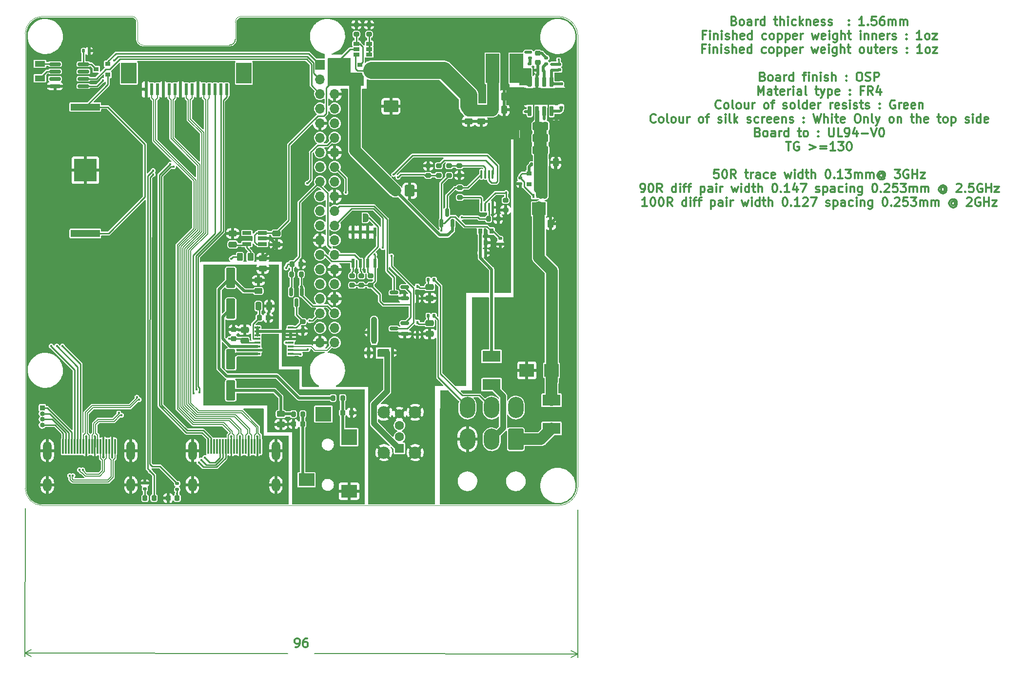
<source format=gbr>
G04 #@! TF.GenerationSoftware,KiCad,Pcbnew,(5.99.0-11120-g1d6ad4a52a)*
G04 #@! TF.CreationDate,2021-08-25T17:06:27+02:00*
G04 #@! TF.ProjectId,CarPiPowerHat,43617250-6950-46f7-9765-724861742e6b,0.2*
G04 #@! TF.SameCoordinates,Original*
G04 #@! TF.FileFunction,Copper,L1,Top*
G04 #@! TF.FilePolarity,Positive*
%FSLAX46Y46*%
G04 Gerber Fmt 4.6, Leading zero omitted, Abs format (unit mm)*
G04 Created by KiCad (PCBNEW (5.99.0-11120-g1d6ad4a52a)) date 2021-08-25 17:06:27*
%MOMM*%
%LPD*%
G01*
G04 APERTURE LIST*
G04 Aperture macros list*
%AMRoundRect*
0 Rectangle with rounded corners*
0 $1 Rounding radius*
0 $2 $3 $4 $5 $6 $7 $8 $9 X,Y pos of 4 corners*
0 Add a 4 corners polygon primitive as box body*
4,1,4,$2,$3,$4,$5,$6,$7,$8,$9,$2,$3,0*
0 Add four circle primitives for the rounded corners*
1,1,$1+$1,$2,$3*
1,1,$1+$1,$4,$5*
1,1,$1+$1,$6,$7*
1,1,$1+$1,$8,$9*
0 Add four rect primitives between the rounded corners*
20,1,$1+$1,$2,$3,$4,$5,0*
20,1,$1+$1,$4,$5,$6,$7,0*
20,1,$1+$1,$6,$7,$8,$9,0*
20,1,$1+$1,$8,$9,$2,$3,0*%
%AMFreePoly0*
4,1,17,1.395000,0.765000,0.855000,0.765000,0.855000,0.535000,1.395000,0.535000,1.395000,0.115000,0.855000,0.115000,0.855000,-0.115000,1.395000,-0.115000,1.395000,-0.535000,0.855000,-0.535000,0.855000,-0.765000,1.395000,-0.765000,1.395000,-1.185000,-0.855000,-1.185000,-0.855000,1.185000,1.395000,1.185000,1.395000,0.765000,1.395000,0.765000,$1*%
%AMFreePoly1*
4,1,22,0.500000,-0.750000,0.000000,-0.750000,0.000000,-0.745033,-0.079941,-0.743568,-0.215256,-0.701293,-0.333266,-0.622738,-0.424486,-0.514219,-0.481581,-0.384460,-0.499164,-0.250000,-0.500000,-0.250000,-0.500000,0.250000,-0.499164,0.250000,-0.499963,0.256109,-0.478152,0.396186,-0.417904,0.524511,-0.324060,0.630769,-0.204165,0.706417,-0.067858,0.745374,0.000000,0.744959,0.000000,0.750000,
0.500000,0.750000,0.500000,-0.750000,0.500000,-0.750000,$1*%
%AMFreePoly2*
4,1,20,0.000000,0.744959,0.073905,0.744508,0.209726,0.703889,0.328688,0.626782,0.421226,0.519385,0.479903,0.390333,0.500000,0.250000,0.500000,-0.250000,0.499851,-0.262216,0.476331,-0.402017,0.414519,-0.529596,0.319384,-0.634700,0.198574,-0.708877,0.061801,-0.746166,0.000000,-0.745033,0.000000,-0.750000,-0.500000,-0.750000,-0.500000,0.750000,0.000000,0.750000,0.000000,0.744959,
0.000000,0.744959,$1*%
G04 Aperture macros list end*
G04 #@! TA.AperFunction,Profile*
%ADD10C,0.100000*%
G04 #@! TD*
G04 #@! TA.AperFunction,Profile*
%ADD11C,0.150000*%
G04 #@! TD*
%ADD12C,0.300000*%
G04 #@! TA.AperFunction,NonConductor*
%ADD13C,0.300000*%
G04 #@! TD*
G04 #@! TA.AperFunction,NonConductor*
%ADD14C,0.150000*%
G04 #@! TD*
G04 #@! TA.AperFunction,SMDPad,CuDef*
%ADD15RoundRect,0.135000X0.185000X-0.135000X0.185000X0.135000X-0.185000X0.135000X-0.185000X-0.135000X0*%
G04 #@! TD*
G04 #@! TA.AperFunction,SMDPad,CuDef*
%ADD16RoundRect,0.200000X0.275000X-0.200000X0.275000X0.200000X-0.275000X0.200000X-0.275000X-0.200000X0*%
G04 #@! TD*
G04 #@! TA.AperFunction,SMDPad,CuDef*
%ADD17R,0.900000X0.800000*%
G04 #@! TD*
G04 #@! TA.AperFunction,SMDPad,CuDef*
%ADD18R,1.060000X0.650000*%
G04 #@! TD*
G04 #@! TA.AperFunction,SMDPad,CuDef*
%ADD19R,0.600000X1.550000*%
G04 #@! TD*
G04 #@! TA.AperFunction,SMDPad,CuDef*
%ADD20R,2.800000X2.600000*%
G04 #@! TD*
G04 #@! TA.AperFunction,SMDPad,CuDef*
%ADD21R,2.800000X2.200000*%
G04 #@! TD*
G04 #@! TA.AperFunction,SMDPad,CuDef*
%ADD22R,2.800000X2.800000*%
G04 #@! TD*
G04 #@! TA.AperFunction,SMDPad,CuDef*
%ADD23R,0.450000X0.600000*%
G04 #@! TD*
G04 #@! TA.AperFunction,SMDPad,CuDef*
%ADD24RoundRect,0.100000X0.100000X-0.637500X0.100000X0.637500X-0.100000X0.637500X-0.100000X-0.637500X0*%
G04 #@! TD*
G04 #@! TA.AperFunction,SMDPad,CuDef*
%ADD25RoundRect,0.250000X0.475000X-0.250000X0.475000X0.250000X-0.475000X0.250000X-0.475000X-0.250000X0*%
G04 #@! TD*
G04 #@! TA.AperFunction,SMDPad,CuDef*
%ADD26RoundRect,0.225000X0.250000X-0.225000X0.250000X0.225000X-0.250000X0.225000X-0.250000X-0.225000X0*%
G04 #@! TD*
G04 #@! TA.AperFunction,SMDPad,CuDef*
%ADD27RoundRect,0.250000X-0.450000X0.262500X-0.450000X-0.262500X0.450000X-0.262500X0.450000X0.262500X0*%
G04 #@! TD*
G04 #@! TA.AperFunction,ComponentPad*
%ADD28R,0.850000X0.850000*%
G04 #@! TD*
G04 #@! TA.AperFunction,ComponentPad*
%ADD29O,0.850000X0.850000*%
G04 #@! TD*
G04 #@! TA.AperFunction,SMDPad,CuDef*
%ADD30RoundRect,0.250000X0.550000X-1.500000X0.550000X1.500000X-0.550000X1.500000X-0.550000X-1.500000X0*%
G04 #@! TD*
G04 #@! TA.AperFunction,SMDPad,CuDef*
%ADD31RoundRect,0.140000X0.140000X0.170000X-0.140000X0.170000X-0.140000X-0.170000X0.140000X-0.170000X0*%
G04 #@! TD*
G04 #@! TA.AperFunction,SMDPad,CuDef*
%ADD32R,1.800000X1.000000*%
G04 #@! TD*
G04 #@! TA.AperFunction,SMDPad,CuDef*
%ADD33RoundRect,0.140000X0.170000X-0.140000X0.170000X0.140000X-0.170000X0.140000X-0.170000X-0.140000X0*%
G04 #@! TD*
G04 #@! TA.AperFunction,SMDPad,CuDef*
%ADD34R,1.000000X0.400000*%
G04 #@! TD*
G04 #@! TA.AperFunction,SMDPad,CuDef*
%ADD35RoundRect,0.250000X0.250000X0.475000X-0.250000X0.475000X-0.250000X-0.475000X0.250000X-0.475000X0*%
G04 #@! TD*
G04 #@! TA.AperFunction,SMDPad,CuDef*
%ADD36RoundRect,0.150000X0.150000X-0.737500X0.150000X0.737500X-0.150000X0.737500X-0.150000X-0.737500X0*%
G04 #@! TD*
G04 #@! TA.AperFunction,ComponentPad*
%ADD37C,0.500000*%
G04 #@! TD*
G04 #@! TA.AperFunction,SMDPad,CuDef*
%ADD38R,4.900000X2.950000*%
G04 #@! TD*
G04 #@! TA.AperFunction,SMDPad,CuDef*
%ADD39R,0.650000X1.100000*%
G04 #@! TD*
G04 #@! TA.AperFunction,SMDPad,CuDef*
%ADD40RoundRect,0.135000X-0.185000X0.135000X-0.185000X-0.135000X0.185000X-0.135000X0.185000X0.135000X0*%
G04 #@! TD*
G04 #@! TA.AperFunction,SMDPad,CuDef*
%ADD41RoundRect,0.250000X-0.475000X0.250000X-0.475000X-0.250000X0.475000X-0.250000X0.475000X0.250000X0*%
G04 #@! TD*
G04 #@! TA.AperFunction,SMDPad,CuDef*
%ADD42RoundRect,0.250000X0.450000X-0.262500X0.450000X0.262500X-0.450000X0.262500X-0.450000X-0.262500X0*%
G04 #@! TD*
G04 #@! TA.AperFunction,SMDPad,CuDef*
%ADD43RoundRect,0.250000X-0.250000X-0.475000X0.250000X-0.475000X0.250000X0.475000X-0.250000X0.475000X0*%
G04 #@! TD*
G04 #@! TA.AperFunction,SMDPad,CuDef*
%ADD44RoundRect,0.225000X0.225000X0.250000X-0.225000X0.250000X-0.225000X-0.250000X0.225000X-0.250000X0*%
G04 #@! TD*
G04 #@! TA.AperFunction,SMDPad,CuDef*
%ADD45RoundRect,0.225000X-0.225000X-0.250000X0.225000X-0.250000X0.225000X0.250000X-0.225000X0.250000X0*%
G04 #@! TD*
G04 #@! TA.AperFunction,SMDPad,CuDef*
%ADD46RoundRect,0.250000X-0.262500X-0.450000X0.262500X-0.450000X0.262500X0.450000X-0.262500X0.450000X0*%
G04 #@! TD*
G04 #@! TA.AperFunction,SMDPad,CuDef*
%ADD47RoundRect,0.140000X-0.140000X-0.170000X0.140000X-0.170000X0.140000X0.170000X-0.140000X0.170000X0*%
G04 #@! TD*
G04 #@! TA.AperFunction,SMDPad,CuDef*
%ADD48RoundRect,0.200000X-0.200000X-0.275000X0.200000X-0.275000X0.200000X0.275000X-0.200000X0.275000X0*%
G04 #@! TD*
G04 #@! TA.AperFunction,SMDPad,CuDef*
%ADD49R,3.150000X1.960000*%
G04 #@! TD*
G04 #@! TA.AperFunction,SMDPad,CuDef*
%ADD50RoundRect,0.150000X-0.825000X-0.150000X0.825000X-0.150000X0.825000X0.150000X-0.825000X0.150000X0*%
G04 #@! TD*
G04 #@! TA.AperFunction,SMDPad,CuDef*
%ADD51R,5.080000X1.270000*%
G04 #@! TD*
G04 #@! TA.AperFunction,SMDPad,CuDef*
%ADD52R,3.960000X3.960000*%
G04 #@! TD*
G04 #@! TA.AperFunction,SMDPad,CuDef*
%ADD53RoundRect,0.140000X-0.170000X0.140000X-0.170000X-0.140000X0.170000X-0.140000X0.170000X0.140000X0*%
G04 #@! TD*
G04 #@! TA.AperFunction,SMDPad,CuDef*
%ADD54RoundRect,0.150000X0.587500X0.150000X-0.587500X0.150000X-0.587500X-0.150000X0.587500X-0.150000X0*%
G04 #@! TD*
G04 #@! TA.AperFunction,SMDPad,CuDef*
%ADD55RoundRect,0.150000X0.150000X-0.587500X0.150000X0.587500X-0.150000X0.587500X-0.150000X-0.587500X0*%
G04 #@! TD*
G04 #@! TA.AperFunction,SMDPad,CuDef*
%ADD56R,0.420000X0.700000*%
G04 #@! TD*
G04 #@! TA.AperFunction,SMDPad,CuDef*
%ADD57FreePoly0,270.000000*%
G04 #@! TD*
G04 #@! TA.AperFunction,SMDPad,CuDef*
%ADD58R,1.560000X0.650000*%
G04 #@! TD*
G04 #@! TA.AperFunction,SMDPad,CuDef*
%ADD59RoundRect,0.200000X-0.275000X0.200000X-0.275000X-0.200000X0.275000X-0.200000X0.275000X0.200000X0*%
G04 #@! TD*
G04 #@! TA.AperFunction,SMDPad,CuDef*
%ADD60RoundRect,0.225000X-0.250000X0.225000X-0.250000X-0.225000X0.250000X-0.225000X0.250000X0.225000X0*%
G04 #@! TD*
G04 #@! TA.AperFunction,SMDPad,CuDef*
%ADD61R,0.300000X2.600000*%
G04 #@! TD*
G04 #@! TA.AperFunction,ComponentPad*
%ADD62O,1.500000X3.300000*%
G04 #@! TD*
G04 #@! TA.AperFunction,ComponentPad*
%ADD63O,1.500000X2.300000*%
G04 #@! TD*
G04 #@! TA.AperFunction,SMDPad,CuDef*
%ADD64R,0.800000X0.900000*%
G04 #@! TD*
G04 #@! TA.AperFunction,SMDPad,CuDef*
%ADD65RoundRect,0.135000X-0.135000X-0.185000X0.135000X-0.185000X0.135000X0.185000X-0.135000X0.185000X0*%
G04 #@! TD*
G04 #@! TA.AperFunction,SMDPad,CuDef*
%ADD66RoundRect,0.218750X-0.218750X-0.256250X0.218750X-0.256250X0.218750X0.256250X-0.218750X0.256250X0*%
G04 #@! TD*
G04 #@! TA.AperFunction,SMDPad,CuDef*
%ADD67R,2.350000X5.100000*%
G04 #@! TD*
G04 #@! TA.AperFunction,SMDPad,CuDef*
%ADD68RoundRect,0.250000X-1.025000X0.787500X-1.025000X-0.787500X1.025000X-0.787500X1.025000X0.787500X0*%
G04 #@! TD*
G04 #@! TA.AperFunction,ComponentPad*
%ADD69RoundRect,0.250001X1.099999X1.599999X-1.099999X1.599999X-1.099999X-1.599999X1.099999X-1.599999X0*%
G04 #@! TD*
G04 #@! TA.AperFunction,ComponentPad*
%ADD70O,2.700000X3.700000*%
G04 #@! TD*
G04 #@! TA.AperFunction,SMDPad,CuDef*
%ADD71R,2.500000X2.300000*%
G04 #@! TD*
G04 #@! TA.AperFunction,SMDPad,CuDef*
%ADD72RoundRect,0.250000X-0.550000X1.500000X-0.550000X-1.500000X0.550000X-1.500000X0.550000X1.500000X0*%
G04 #@! TD*
G04 #@! TA.AperFunction,SMDPad,CuDef*
%ADD73RoundRect,0.150000X-0.150000X0.587500X-0.150000X-0.587500X0.150000X-0.587500X0.150000X0.587500X0*%
G04 #@! TD*
G04 #@! TA.AperFunction,SMDPad,CuDef*
%ADD74RoundRect,0.200000X0.200000X0.275000X-0.200000X0.275000X-0.200000X-0.275000X0.200000X-0.275000X0*%
G04 #@! TD*
G04 #@! TA.AperFunction,ComponentPad*
%ADD75R,1.600000X1.600000*%
G04 #@! TD*
G04 #@! TA.AperFunction,ComponentPad*
%ADD76C,1.600000*%
G04 #@! TD*
G04 #@! TA.AperFunction,ComponentPad*
%ADD77C,2.150000*%
G04 #@! TD*
G04 #@! TA.AperFunction,SMDPad,CuDef*
%ADD78FreePoly1,0.000000*%
G04 #@! TD*
G04 #@! TA.AperFunction,SMDPad,CuDef*
%ADD79FreePoly2,0.000000*%
G04 #@! TD*
G04 #@! TA.AperFunction,SMDPad,CuDef*
%ADD80R,0.610000X2.000000*%
G04 #@! TD*
G04 #@! TA.AperFunction,SMDPad,CuDef*
%ADD81R,2.680000X3.600000*%
G04 #@! TD*
G04 #@! TA.AperFunction,ComponentPad*
%ADD82R,1.700000X1.700000*%
G04 #@! TD*
G04 #@! TA.AperFunction,ComponentPad*
%ADD83O,1.700000X1.700000*%
G04 #@! TD*
G04 #@! TA.AperFunction,ComponentPad*
%ADD84RoundRect,0.250000X0.600000X0.750000X-0.600000X0.750000X-0.600000X-0.750000X0.600000X-0.750000X0*%
G04 #@! TD*
G04 #@! TA.AperFunction,ComponentPad*
%ADD85O,1.700000X2.000000*%
G04 #@! TD*
G04 #@! TA.AperFunction,ViaPad*
%ADD86C,0.450000*%
G04 #@! TD*
G04 #@! TA.AperFunction,Conductor*
%ADD87C,0.500000*%
G04 #@! TD*
G04 #@! TA.AperFunction,Conductor*
%ADD88C,0.250000*%
G04 #@! TD*
G04 #@! TA.AperFunction,Conductor*
%ADD89C,0.230000*%
G04 #@! TD*
G04 #@! TA.AperFunction,Conductor*
%ADD90C,1.000000*%
G04 #@! TD*
G04 #@! TA.AperFunction,Conductor*
%ADD91C,0.800000*%
G04 #@! TD*
G04 #@! TA.AperFunction,Conductor*
%ADD92C,0.150000*%
G04 #@! TD*
G04 #@! TA.AperFunction,Conductor*
%ADD93C,2.000000*%
G04 #@! TD*
G04 #@! TA.AperFunction,Conductor*
%ADD94C,0.600000*%
G04 #@! TD*
G04 #@! TA.AperFunction,Conductor*
%ADD95C,0.206000*%
G04 #@! TD*
G04 #@! TA.AperFunction,Conductor*
%ADD96C,3.000000*%
G04 #@! TD*
G04 #@! TA.AperFunction,Conductor*
%ADD97C,0.200000*%
G04 #@! TD*
G04 APERTURE END LIST*
D10*
X81000000Y-116500000D02*
X170500000Y-116500000D01*
X98499997Y-36500003D02*
G75*
G02*
X97500000Y-35500000I3J1000000D01*
G01*
X97500000Y-35500000D02*
X97500000Y-32500000D01*
X96500003Y-31499997D02*
G75*
G02*
X97500000Y-32500000I-3J-1000000D01*
G01*
X113500000Y-36500000D02*
X98500000Y-36500000D01*
X81000000Y-116500000D02*
G75*
G02*
X78005236Y-113500005I5236J2999995D01*
G01*
X78000000Y-34500000D02*
X78005236Y-113500005D01*
X115499997Y-31500003D02*
G75*
G03*
X114500000Y-32500000I0J-999997D01*
G01*
X96500000Y-31500000D02*
X81000000Y-31500000D01*
X173999998Y-34999998D02*
G75*
G03*
X170500000Y-31500000I-3499998J0D01*
G01*
X114500000Y-32500000D02*
X114500000Y-35500000D01*
X170500000Y-31500000D02*
X115500000Y-31500000D01*
X174000000Y-35000000D02*
X174000000Y-113000000D01*
X174000002Y-113000002D02*
G75*
G02*
X170500000Y-116500000I-3500000J2D01*
G01*
D11*
X113500000Y-36500000D02*
G75*
G03*
X114500000Y-35500000I0J1000000D01*
G01*
D10*
X78000000Y-34500000D02*
G75*
G02*
X81000000Y-31500000I3000000J0D01*
G01*
D12*
D13*
X201114320Y-32295347D02*
X201328606Y-32366775D01*
X201400035Y-32438204D01*
X201471463Y-32581061D01*
X201471463Y-32795347D01*
X201400035Y-32938204D01*
X201328606Y-33009632D01*
X201185749Y-33081061D01*
X200614320Y-33081061D01*
X200614320Y-31581061D01*
X201114320Y-31581061D01*
X201257177Y-31652490D01*
X201328606Y-31723918D01*
X201400035Y-31866775D01*
X201400035Y-32009632D01*
X201328606Y-32152490D01*
X201257177Y-32223918D01*
X201114320Y-32295347D01*
X200614320Y-32295347D01*
X202328606Y-33081061D02*
X202185749Y-33009632D01*
X202114320Y-32938204D01*
X202042892Y-32795347D01*
X202042892Y-32366775D01*
X202114320Y-32223918D01*
X202185749Y-32152490D01*
X202328606Y-32081061D01*
X202542892Y-32081061D01*
X202685749Y-32152490D01*
X202757177Y-32223918D01*
X202828606Y-32366775D01*
X202828606Y-32795347D01*
X202757177Y-32938204D01*
X202685749Y-33009632D01*
X202542892Y-33081061D01*
X202328606Y-33081061D01*
X204114320Y-33081061D02*
X204114320Y-32295347D01*
X204042892Y-32152490D01*
X203900035Y-32081061D01*
X203614320Y-32081061D01*
X203471463Y-32152490D01*
X204114320Y-33009632D02*
X203971463Y-33081061D01*
X203614320Y-33081061D01*
X203471463Y-33009632D01*
X203400035Y-32866775D01*
X203400035Y-32723918D01*
X203471463Y-32581061D01*
X203614320Y-32509632D01*
X203971463Y-32509632D01*
X204114320Y-32438204D01*
X204828606Y-33081061D02*
X204828606Y-32081061D01*
X204828606Y-32366775D02*
X204900035Y-32223918D01*
X204971463Y-32152490D01*
X205114320Y-32081061D01*
X205257177Y-32081061D01*
X206400035Y-33081061D02*
X206400035Y-31581061D01*
X206400035Y-33009632D02*
X206257177Y-33081061D01*
X205971463Y-33081061D01*
X205828606Y-33009632D01*
X205757177Y-32938204D01*
X205685749Y-32795347D01*
X205685749Y-32366775D01*
X205757177Y-32223918D01*
X205828606Y-32152490D01*
X205971463Y-32081061D01*
X206257177Y-32081061D01*
X206400035Y-32152490D01*
X208042892Y-32081061D02*
X208614320Y-32081061D01*
X208257177Y-31581061D02*
X208257177Y-32866775D01*
X208328606Y-33009632D01*
X208471463Y-33081061D01*
X208614320Y-33081061D01*
X209114320Y-33081061D02*
X209114320Y-31581061D01*
X209757177Y-33081061D02*
X209757177Y-32295347D01*
X209685749Y-32152490D01*
X209542892Y-32081061D01*
X209328606Y-32081061D01*
X209185749Y-32152490D01*
X209114320Y-32223918D01*
X210471463Y-33081061D02*
X210471463Y-32081061D01*
X210471463Y-31581061D02*
X210400035Y-31652490D01*
X210471463Y-31723918D01*
X210542892Y-31652490D01*
X210471463Y-31581061D01*
X210471463Y-31723918D01*
X211828606Y-33009632D02*
X211685749Y-33081061D01*
X211400035Y-33081061D01*
X211257177Y-33009632D01*
X211185749Y-32938204D01*
X211114320Y-32795347D01*
X211114320Y-32366775D01*
X211185749Y-32223918D01*
X211257177Y-32152490D01*
X211400035Y-32081061D01*
X211685749Y-32081061D01*
X211828606Y-32152490D01*
X212471463Y-33081061D02*
X212471463Y-31581061D01*
X212614320Y-32509632D02*
X213042892Y-33081061D01*
X213042892Y-32081061D02*
X212471463Y-32652490D01*
X213685749Y-32081061D02*
X213685749Y-33081061D01*
X213685749Y-32223918D02*
X213757177Y-32152490D01*
X213900035Y-32081061D01*
X214114320Y-32081061D01*
X214257177Y-32152490D01*
X214328606Y-32295347D01*
X214328606Y-33081061D01*
X215614320Y-33009632D02*
X215471463Y-33081061D01*
X215185749Y-33081061D01*
X215042892Y-33009632D01*
X214971463Y-32866775D01*
X214971463Y-32295347D01*
X215042892Y-32152490D01*
X215185749Y-32081061D01*
X215471463Y-32081061D01*
X215614320Y-32152490D01*
X215685749Y-32295347D01*
X215685749Y-32438204D01*
X214971463Y-32581061D01*
X216257177Y-33009632D02*
X216400035Y-33081061D01*
X216685749Y-33081061D01*
X216828606Y-33009632D01*
X216900035Y-32866775D01*
X216900035Y-32795347D01*
X216828606Y-32652490D01*
X216685749Y-32581061D01*
X216471463Y-32581061D01*
X216328606Y-32509632D01*
X216257177Y-32366775D01*
X216257177Y-32295347D01*
X216328606Y-32152490D01*
X216471463Y-32081061D01*
X216685749Y-32081061D01*
X216828606Y-32152490D01*
X217471463Y-33009632D02*
X217614320Y-33081061D01*
X217900035Y-33081061D01*
X218042892Y-33009632D01*
X218114320Y-32866775D01*
X218114320Y-32795347D01*
X218042892Y-32652490D01*
X217900035Y-32581061D01*
X217685749Y-32581061D01*
X217542892Y-32509632D01*
X217471463Y-32366775D01*
X217471463Y-32295347D01*
X217542892Y-32152490D01*
X217685749Y-32081061D01*
X217900035Y-32081061D01*
X218042892Y-32152490D01*
X221042892Y-32938204D02*
X221114320Y-33009632D01*
X221042892Y-33081061D01*
X220971463Y-33009632D01*
X221042892Y-32938204D01*
X221042892Y-33081061D01*
X221042892Y-32152490D02*
X221114320Y-32223918D01*
X221042892Y-32295347D01*
X220971463Y-32223918D01*
X221042892Y-32152490D01*
X221042892Y-32295347D01*
X223685749Y-33081061D02*
X222828606Y-33081061D01*
X223257177Y-33081061D02*
X223257177Y-31581061D01*
X223114320Y-31795347D01*
X222971463Y-31938204D01*
X222828606Y-32009632D01*
X224328606Y-32938204D02*
X224400035Y-33009632D01*
X224328606Y-33081061D01*
X224257177Y-33009632D01*
X224328606Y-32938204D01*
X224328606Y-33081061D01*
X225757177Y-31581061D02*
X225042892Y-31581061D01*
X224971463Y-32295347D01*
X225042892Y-32223918D01*
X225185749Y-32152490D01*
X225542892Y-32152490D01*
X225685749Y-32223918D01*
X225757177Y-32295347D01*
X225828606Y-32438204D01*
X225828606Y-32795347D01*
X225757177Y-32938204D01*
X225685749Y-33009632D01*
X225542892Y-33081061D01*
X225185749Y-33081061D01*
X225042892Y-33009632D01*
X224971463Y-32938204D01*
X227114320Y-31581061D02*
X226828606Y-31581061D01*
X226685749Y-31652490D01*
X226614320Y-31723918D01*
X226471463Y-31938204D01*
X226400035Y-32223918D01*
X226400035Y-32795347D01*
X226471463Y-32938204D01*
X226542892Y-33009632D01*
X226685749Y-33081061D01*
X226971463Y-33081061D01*
X227114320Y-33009632D01*
X227185749Y-32938204D01*
X227257177Y-32795347D01*
X227257177Y-32438204D01*
X227185749Y-32295347D01*
X227114320Y-32223918D01*
X226971463Y-32152490D01*
X226685749Y-32152490D01*
X226542892Y-32223918D01*
X226471463Y-32295347D01*
X226400035Y-32438204D01*
X227900035Y-33081061D02*
X227900035Y-32081061D01*
X227900035Y-32223918D02*
X227971463Y-32152490D01*
X228114320Y-32081061D01*
X228328606Y-32081061D01*
X228471463Y-32152490D01*
X228542892Y-32295347D01*
X228542892Y-33081061D01*
X228542892Y-32295347D02*
X228614320Y-32152490D01*
X228757177Y-32081061D01*
X228971463Y-32081061D01*
X229114320Y-32152490D01*
X229185749Y-32295347D01*
X229185749Y-33081061D01*
X229900035Y-33081061D02*
X229900035Y-32081061D01*
X229900035Y-32223918D02*
X229971463Y-32152490D01*
X230114320Y-32081061D01*
X230328606Y-32081061D01*
X230471463Y-32152490D01*
X230542892Y-32295347D01*
X230542892Y-33081061D01*
X230542892Y-32295347D02*
X230614320Y-32152490D01*
X230757177Y-32081061D01*
X230971463Y-32081061D01*
X231114320Y-32152490D01*
X231185749Y-32295347D01*
X231185749Y-33081061D01*
X196114320Y-34710347D02*
X195614320Y-34710347D01*
X195614320Y-35496061D02*
X195614320Y-33996061D01*
X196328606Y-33996061D01*
X196900035Y-35496061D02*
X196900035Y-34496061D01*
X196900035Y-33996061D02*
X196828606Y-34067490D01*
X196900035Y-34138918D01*
X196971463Y-34067490D01*
X196900035Y-33996061D01*
X196900035Y-34138918D01*
X197614320Y-34496061D02*
X197614320Y-35496061D01*
X197614320Y-34638918D02*
X197685749Y-34567490D01*
X197828606Y-34496061D01*
X198042892Y-34496061D01*
X198185749Y-34567490D01*
X198257177Y-34710347D01*
X198257177Y-35496061D01*
X198971463Y-35496061D02*
X198971463Y-34496061D01*
X198971463Y-33996061D02*
X198900035Y-34067490D01*
X198971463Y-34138918D01*
X199042892Y-34067490D01*
X198971463Y-33996061D01*
X198971463Y-34138918D01*
X199614320Y-35424632D02*
X199757177Y-35496061D01*
X200042892Y-35496061D01*
X200185749Y-35424632D01*
X200257177Y-35281775D01*
X200257177Y-35210347D01*
X200185749Y-35067490D01*
X200042892Y-34996061D01*
X199828606Y-34996061D01*
X199685749Y-34924632D01*
X199614320Y-34781775D01*
X199614320Y-34710347D01*
X199685749Y-34567490D01*
X199828606Y-34496061D01*
X200042892Y-34496061D01*
X200185749Y-34567490D01*
X200900035Y-35496061D02*
X200900035Y-33996061D01*
X201542892Y-35496061D02*
X201542892Y-34710347D01*
X201471463Y-34567490D01*
X201328606Y-34496061D01*
X201114320Y-34496061D01*
X200971463Y-34567490D01*
X200900035Y-34638918D01*
X202828606Y-35424632D02*
X202685749Y-35496061D01*
X202400035Y-35496061D01*
X202257177Y-35424632D01*
X202185749Y-35281775D01*
X202185749Y-34710347D01*
X202257177Y-34567490D01*
X202400035Y-34496061D01*
X202685749Y-34496061D01*
X202828606Y-34567490D01*
X202900035Y-34710347D01*
X202900035Y-34853204D01*
X202185749Y-34996061D01*
X204185749Y-35496061D02*
X204185749Y-33996061D01*
X204185749Y-35424632D02*
X204042892Y-35496061D01*
X203757177Y-35496061D01*
X203614320Y-35424632D01*
X203542892Y-35353204D01*
X203471463Y-35210347D01*
X203471463Y-34781775D01*
X203542892Y-34638918D01*
X203614320Y-34567490D01*
X203757177Y-34496061D01*
X204042892Y-34496061D01*
X204185749Y-34567490D01*
X206685749Y-35424632D02*
X206542892Y-35496061D01*
X206257177Y-35496061D01*
X206114320Y-35424632D01*
X206042892Y-35353204D01*
X205971463Y-35210347D01*
X205971463Y-34781775D01*
X206042892Y-34638918D01*
X206114320Y-34567490D01*
X206257177Y-34496061D01*
X206542892Y-34496061D01*
X206685749Y-34567490D01*
X207542892Y-35496061D02*
X207400035Y-35424632D01*
X207328606Y-35353204D01*
X207257177Y-35210347D01*
X207257177Y-34781775D01*
X207328606Y-34638918D01*
X207400035Y-34567490D01*
X207542892Y-34496061D01*
X207757177Y-34496061D01*
X207900035Y-34567490D01*
X207971463Y-34638918D01*
X208042892Y-34781775D01*
X208042892Y-35210347D01*
X207971463Y-35353204D01*
X207900035Y-35424632D01*
X207757177Y-35496061D01*
X207542892Y-35496061D01*
X208685749Y-34496061D02*
X208685749Y-35996061D01*
X208685749Y-34567490D02*
X208828606Y-34496061D01*
X209114320Y-34496061D01*
X209257177Y-34567490D01*
X209328606Y-34638918D01*
X209400035Y-34781775D01*
X209400035Y-35210347D01*
X209328606Y-35353204D01*
X209257177Y-35424632D01*
X209114320Y-35496061D01*
X208828606Y-35496061D01*
X208685749Y-35424632D01*
X210042892Y-34496061D02*
X210042892Y-35996061D01*
X210042892Y-34567490D02*
X210185749Y-34496061D01*
X210471463Y-34496061D01*
X210614320Y-34567490D01*
X210685749Y-34638918D01*
X210757177Y-34781775D01*
X210757177Y-35210347D01*
X210685749Y-35353204D01*
X210614320Y-35424632D01*
X210471463Y-35496061D01*
X210185749Y-35496061D01*
X210042892Y-35424632D01*
X211971463Y-35424632D02*
X211828606Y-35496061D01*
X211542892Y-35496061D01*
X211400035Y-35424632D01*
X211328606Y-35281775D01*
X211328606Y-34710347D01*
X211400035Y-34567490D01*
X211542892Y-34496061D01*
X211828606Y-34496061D01*
X211971463Y-34567490D01*
X212042892Y-34710347D01*
X212042892Y-34853204D01*
X211328606Y-34996061D01*
X212685749Y-35496061D02*
X212685749Y-34496061D01*
X212685749Y-34781775D02*
X212757177Y-34638918D01*
X212828606Y-34567490D01*
X212971463Y-34496061D01*
X213114320Y-34496061D01*
X214614320Y-34496061D02*
X214900035Y-35496061D01*
X215185749Y-34781775D01*
X215471463Y-35496061D01*
X215757177Y-34496061D01*
X216900035Y-35424632D02*
X216757177Y-35496061D01*
X216471463Y-35496061D01*
X216328606Y-35424632D01*
X216257177Y-35281775D01*
X216257177Y-34710347D01*
X216328606Y-34567490D01*
X216471463Y-34496061D01*
X216757177Y-34496061D01*
X216900035Y-34567490D01*
X216971463Y-34710347D01*
X216971463Y-34853204D01*
X216257177Y-34996061D01*
X217614320Y-35496061D02*
X217614320Y-34496061D01*
X217614320Y-33996061D02*
X217542892Y-34067490D01*
X217614320Y-34138918D01*
X217685749Y-34067490D01*
X217614320Y-33996061D01*
X217614320Y-34138918D01*
X218971463Y-34496061D02*
X218971463Y-35710347D01*
X218900035Y-35853204D01*
X218828606Y-35924632D01*
X218685749Y-35996061D01*
X218471463Y-35996061D01*
X218328606Y-35924632D01*
X218971463Y-35424632D02*
X218828606Y-35496061D01*
X218542892Y-35496061D01*
X218400035Y-35424632D01*
X218328606Y-35353204D01*
X218257177Y-35210347D01*
X218257177Y-34781775D01*
X218328606Y-34638918D01*
X218400035Y-34567490D01*
X218542892Y-34496061D01*
X218828606Y-34496061D01*
X218971463Y-34567490D01*
X219685749Y-35496061D02*
X219685749Y-33996061D01*
X220328606Y-35496061D02*
X220328606Y-34710347D01*
X220257177Y-34567490D01*
X220114320Y-34496061D01*
X219900035Y-34496061D01*
X219757177Y-34567490D01*
X219685749Y-34638918D01*
X220828606Y-34496061D02*
X221400035Y-34496061D01*
X221042892Y-33996061D02*
X221042892Y-35281775D01*
X221114320Y-35424632D01*
X221257177Y-35496061D01*
X221400035Y-35496061D01*
X223042892Y-35496061D02*
X223042892Y-34496061D01*
X223042892Y-33996061D02*
X222971463Y-34067490D01*
X223042892Y-34138918D01*
X223114320Y-34067490D01*
X223042892Y-33996061D01*
X223042892Y-34138918D01*
X223757177Y-34496061D02*
X223757177Y-35496061D01*
X223757177Y-34638918D02*
X223828606Y-34567490D01*
X223971463Y-34496061D01*
X224185749Y-34496061D01*
X224328606Y-34567490D01*
X224400035Y-34710347D01*
X224400035Y-35496061D01*
X225114320Y-34496061D02*
X225114320Y-35496061D01*
X225114320Y-34638918D02*
X225185749Y-34567490D01*
X225328606Y-34496061D01*
X225542892Y-34496061D01*
X225685749Y-34567490D01*
X225757177Y-34710347D01*
X225757177Y-35496061D01*
X227042892Y-35424632D02*
X226900035Y-35496061D01*
X226614320Y-35496061D01*
X226471463Y-35424632D01*
X226400035Y-35281775D01*
X226400035Y-34710347D01*
X226471463Y-34567490D01*
X226614320Y-34496061D01*
X226900035Y-34496061D01*
X227042892Y-34567490D01*
X227114320Y-34710347D01*
X227114320Y-34853204D01*
X226400035Y-34996061D01*
X227757177Y-35496061D02*
X227757177Y-34496061D01*
X227757177Y-34781775D02*
X227828606Y-34638918D01*
X227900035Y-34567490D01*
X228042892Y-34496061D01*
X228185749Y-34496061D01*
X228614320Y-35424632D02*
X228757177Y-35496061D01*
X229042892Y-35496061D01*
X229185749Y-35424632D01*
X229257177Y-35281775D01*
X229257177Y-35210347D01*
X229185749Y-35067490D01*
X229042892Y-34996061D01*
X228828606Y-34996061D01*
X228685749Y-34924632D01*
X228614320Y-34781775D01*
X228614320Y-34710347D01*
X228685749Y-34567490D01*
X228828606Y-34496061D01*
X229042892Y-34496061D01*
X229185749Y-34567490D01*
X231042892Y-35353204D02*
X231114320Y-35424632D01*
X231042892Y-35496061D01*
X230971463Y-35424632D01*
X231042892Y-35353204D01*
X231042892Y-35496061D01*
X231042892Y-34567490D02*
X231114320Y-34638918D01*
X231042892Y-34710347D01*
X230971463Y-34638918D01*
X231042892Y-34567490D01*
X231042892Y-34710347D01*
X233685749Y-35496061D02*
X232828606Y-35496061D01*
X233257177Y-35496061D02*
X233257177Y-33996061D01*
X233114320Y-34210347D01*
X232971463Y-34353204D01*
X232828606Y-34424632D01*
X234542892Y-35496061D02*
X234400035Y-35424632D01*
X234328606Y-35353204D01*
X234257177Y-35210347D01*
X234257177Y-34781775D01*
X234328606Y-34638918D01*
X234400035Y-34567490D01*
X234542892Y-34496061D01*
X234757177Y-34496061D01*
X234900035Y-34567490D01*
X234971463Y-34638918D01*
X235042892Y-34781775D01*
X235042892Y-35210347D01*
X234971463Y-35353204D01*
X234900035Y-35424632D01*
X234757177Y-35496061D01*
X234542892Y-35496061D01*
X235542892Y-34496061D02*
X236328606Y-34496061D01*
X235542892Y-35496061D01*
X236328606Y-35496061D01*
X196042892Y-37125347D02*
X195542892Y-37125347D01*
X195542892Y-37911061D02*
X195542892Y-36411061D01*
X196257177Y-36411061D01*
X196828606Y-37911061D02*
X196828606Y-36911061D01*
X196828606Y-36411061D02*
X196757177Y-36482490D01*
X196828606Y-36553918D01*
X196900034Y-36482490D01*
X196828606Y-36411061D01*
X196828606Y-36553918D01*
X197542892Y-36911061D02*
X197542892Y-37911061D01*
X197542892Y-37053918D02*
X197614320Y-36982490D01*
X197757177Y-36911061D01*
X197971463Y-36911061D01*
X198114320Y-36982490D01*
X198185749Y-37125347D01*
X198185749Y-37911061D01*
X198900034Y-37911061D02*
X198900034Y-36911061D01*
X198900034Y-36411061D02*
X198828606Y-36482490D01*
X198900034Y-36553918D01*
X198971463Y-36482490D01*
X198900034Y-36411061D01*
X198900034Y-36553918D01*
X199542892Y-37839632D02*
X199685749Y-37911061D01*
X199971463Y-37911061D01*
X200114320Y-37839632D01*
X200185749Y-37696775D01*
X200185749Y-37625347D01*
X200114320Y-37482490D01*
X199971463Y-37411061D01*
X199757177Y-37411061D01*
X199614320Y-37339632D01*
X199542892Y-37196775D01*
X199542892Y-37125347D01*
X199614320Y-36982490D01*
X199757177Y-36911061D01*
X199971463Y-36911061D01*
X200114320Y-36982490D01*
X200828606Y-37911061D02*
X200828606Y-36411061D01*
X201471463Y-37911061D02*
X201471463Y-37125347D01*
X201400034Y-36982490D01*
X201257177Y-36911061D01*
X201042892Y-36911061D01*
X200900034Y-36982490D01*
X200828606Y-37053918D01*
X202757177Y-37839632D02*
X202614320Y-37911061D01*
X202328606Y-37911061D01*
X202185749Y-37839632D01*
X202114320Y-37696775D01*
X202114320Y-37125347D01*
X202185749Y-36982490D01*
X202328606Y-36911061D01*
X202614320Y-36911061D01*
X202757177Y-36982490D01*
X202828606Y-37125347D01*
X202828606Y-37268204D01*
X202114320Y-37411061D01*
X204114320Y-37911061D02*
X204114320Y-36411061D01*
X204114320Y-37839632D02*
X203971463Y-37911061D01*
X203685749Y-37911061D01*
X203542892Y-37839632D01*
X203471463Y-37768204D01*
X203400034Y-37625347D01*
X203400034Y-37196775D01*
X203471463Y-37053918D01*
X203542892Y-36982490D01*
X203685749Y-36911061D01*
X203971463Y-36911061D01*
X204114320Y-36982490D01*
X206614320Y-37839632D02*
X206471463Y-37911061D01*
X206185749Y-37911061D01*
X206042892Y-37839632D01*
X205971463Y-37768204D01*
X205900034Y-37625347D01*
X205900034Y-37196775D01*
X205971463Y-37053918D01*
X206042892Y-36982490D01*
X206185749Y-36911061D01*
X206471463Y-36911061D01*
X206614320Y-36982490D01*
X207471463Y-37911061D02*
X207328606Y-37839632D01*
X207257177Y-37768204D01*
X207185749Y-37625347D01*
X207185749Y-37196775D01*
X207257177Y-37053918D01*
X207328606Y-36982490D01*
X207471463Y-36911061D01*
X207685749Y-36911061D01*
X207828606Y-36982490D01*
X207900034Y-37053918D01*
X207971463Y-37196775D01*
X207971463Y-37625347D01*
X207900034Y-37768204D01*
X207828606Y-37839632D01*
X207685749Y-37911061D01*
X207471463Y-37911061D01*
X208614320Y-36911061D02*
X208614320Y-38411061D01*
X208614320Y-36982490D02*
X208757177Y-36911061D01*
X209042892Y-36911061D01*
X209185749Y-36982490D01*
X209257177Y-37053918D01*
X209328606Y-37196775D01*
X209328606Y-37625347D01*
X209257177Y-37768204D01*
X209185749Y-37839632D01*
X209042892Y-37911061D01*
X208757177Y-37911061D01*
X208614320Y-37839632D01*
X209971463Y-36911061D02*
X209971463Y-38411061D01*
X209971463Y-36982490D02*
X210114320Y-36911061D01*
X210400034Y-36911061D01*
X210542892Y-36982490D01*
X210614320Y-37053918D01*
X210685749Y-37196775D01*
X210685749Y-37625347D01*
X210614320Y-37768204D01*
X210542892Y-37839632D01*
X210400034Y-37911061D01*
X210114320Y-37911061D01*
X209971463Y-37839632D01*
X211900034Y-37839632D02*
X211757177Y-37911061D01*
X211471463Y-37911061D01*
X211328606Y-37839632D01*
X211257177Y-37696775D01*
X211257177Y-37125347D01*
X211328606Y-36982490D01*
X211471463Y-36911061D01*
X211757177Y-36911061D01*
X211900034Y-36982490D01*
X211971463Y-37125347D01*
X211971463Y-37268204D01*
X211257177Y-37411061D01*
X212614320Y-37911061D02*
X212614320Y-36911061D01*
X212614320Y-37196775D02*
X212685749Y-37053918D01*
X212757177Y-36982490D01*
X212900034Y-36911061D01*
X213042892Y-36911061D01*
X214542892Y-36911061D02*
X214828606Y-37911061D01*
X215114320Y-37196775D01*
X215400034Y-37911061D01*
X215685749Y-36911061D01*
X216828606Y-37839632D02*
X216685749Y-37911061D01*
X216400034Y-37911061D01*
X216257177Y-37839632D01*
X216185749Y-37696775D01*
X216185749Y-37125347D01*
X216257177Y-36982490D01*
X216400034Y-36911061D01*
X216685749Y-36911061D01*
X216828606Y-36982490D01*
X216900034Y-37125347D01*
X216900034Y-37268204D01*
X216185749Y-37411061D01*
X217542892Y-37911061D02*
X217542892Y-36911061D01*
X217542892Y-36411061D02*
X217471463Y-36482490D01*
X217542892Y-36553918D01*
X217614320Y-36482490D01*
X217542892Y-36411061D01*
X217542892Y-36553918D01*
X218900034Y-36911061D02*
X218900034Y-38125347D01*
X218828606Y-38268204D01*
X218757177Y-38339632D01*
X218614320Y-38411061D01*
X218400034Y-38411061D01*
X218257177Y-38339632D01*
X218900034Y-37839632D02*
X218757177Y-37911061D01*
X218471463Y-37911061D01*
X218328606Y-37839632D01*
X218257177Y-37768204D01*
X218185749Y-37625347D01*
X218185749Y-37196775D01*
X218257177Y-37053918D01*
X218328606Y-36982490D01*
X218471463Y-36911061D01*
X218757177Y-36911061D01*
X218900034Y-36982490D01*
X219614320Y-37911061D02*
X219614320Y-36411061D01*
X220257177Y-37911061D02*
X220257177Y-37125347D01*
X220185749Y-36982490D01*
X220042892Y-36911061D01*
X219828606Y-36911061D01*
X219685749Y-36982490D01*
X219614320Y-37053918D01*
X220757177Y-36911061D02*
X221328606Y-36911061D01*
X220971463Y-36411061D02*
X220971463Y-37696775D01*
X221042892Y-37839632D01*
X221185749Y-37911061D01*
X221328606Y-37911061D01*
X223185749Y-37911061D02*
X223042892Y-37839632D01*
X222971463Y-37768204D01*
X222900035Y-37625347D01*
X222900035Y-37196775D01*
X222971463Y-37053918D01*
X223042892Y-36982490D01*
X223185749Y-36911061D01*
X223400035Y-36911061D01*
X223542892Y-36982490D01*
X223614320Y-37053918D01*
X223685749Y-37196775D01*
X223685749Y-37625347D01*
X223614320Y-37768204D01*
X223542892Y-37839632D01*
X223400035Y-37911061D01*
X223185749Y-37911061D01*
X224971463Y-36911061D02*
X224971463Y-37911061D01*
X224328606Y-36911061D02*
X224328606Y-37696775D01*
X224400035Y-37839632D01*
X224542892Y-37911061D01*
X224757177Y-37911061D01*
X224900035Y-37839632D01*
X224971463Y-37768204D01*
X225471463Y-36911061D02*
X226042892Y-36911061D01*
X225685749Y-36411061D02*
X225685749Y-37696775D01*
X225757177Y-37839632D01*
X225900035Y-37911061D01*
X226042892Y-37911061D01*
X227114320Y-37839632D02*
X226971463Y-37911061D01*
X226685749Y-37911061D01*
X226542892Y-37839632D01*
X226471463Y-37696775D01*
X226471463Y-37125347D01*
X226542892Y-36982490D01*
X226685749Y-36911061D01*
X226971463Y-36911061D01*
X227114320Y-36982490D01*
X227185749Y-37125347D01*
X227185749Y-37268204D01*
X226471463Y-37411061D01*
X227828606Y-37911061D02*
X227828606Y-36911061D01*
X227828606Y-37196775D02*
X227900035Y-37053918D01*
X227971463Y-36982490D01*
X228114320Y-36911061D01*
X228257177Y-36911061D01*
X228685749Y-37839632D02*
X228828606Y-37911061D01*
X229114320Y-37911061D01*
X229257177Y-37839632D01*
X229328606Y-37696775D01*
X229328606Y-37625347D01*
X229257177Y-37482490D01*
X229114320Y-37411061D01*
X228900035Y-37411061D01*
X228757177Y-37339632D01*
X228685749Y-37196775D01*
X228685749Y-37125347D01*
X228757177Y-36982490D01*
X228900035Y-36911061D01*
X229114320Y-36911061D01*
X229257177Y-36982490D01*
X231114320Y-37768204D02*
X231185749Y-37839632D01*
X231114320Y-37911061D01*
X231042892Y-37839632D01*
X231114320Y-37768204D01*
X231114320Y-37911061D01*
X231114320Y-36982490D02*
X231185749Y-37053918D01*
X231114320Y-37125347D01*
X231042892Y-37053918D01*
X231114320Y-36982490D01*
X231114320Y-37125347D01*
X233757177Y-37911061D02*
X232900035Y-37911061D01*
X233328606Y-37911061D02*
X233328606Y-36411061D01*
X233185749Y-36625347D01*
X233042892Y-36768204D01*
X232900035Y-36839632D01*
X234614320Y-37911061D02*
X234471463Y-37839632D01*
X234400035Y-37768204D01*
X234328606Y-37625347D01*
X234328606Y-37196775D01*
X234400035Y-37053918D01*
X234471463Y-36982490D01*
X234614320Y-36911061D01*
X234828606Y-36911061D01*
X234971463Y-36982490D01*
X235042892Y-37053918D01*
X235114320Y-37196775D01*
X235114320Y-37625347D01*
X235042892Y-37768204D01*
X234971463Y-37839632D01*
X234828606Y-37911061D01*
X234614320Y-37911061D01*
X235614320Y-36911061D02*
X236400035Y-36911061D01*
X235614320Y-37911061D01*
X236400035Y-37911061D01*
X206078606Y-41955347D02*
X206292892Y-42026775D01*
X206364320Y-42098204D01*
X206435749Y-42241061D01*
X206435749Y-42455347D01*
X206364320Y-42598204D01*
X206292892Y-42669632D01*
X206150035Y-42741061D01*
X205578606Y-42741061D01*
X205578606Y-41241061D01*
X206078606Y-41241061D01*
X206221463Y-41312490D01*
X206292892Y-41383918D01*
X206364320Y-41526775D01*
X206364320Y-41669632D01*
X206292892Y-41812490D01*
X206221463Y-41883918D01*
X206078606Y-41955347D01*
X205578606Y-41955347D01*
X207292892Y-42741061D02*
X207150035Y-42669632D01*
X207078606Y-42598204D01*
X207007177Y-42455347D01*
X207007177Y-42026775D01*
X207078606Y-41883918D01*
X207150035Y-41812490D01*
X207292892Y-41741061D01*
X207507177Y-41741061D01*
X207650035Y-41812490D01*
X207721463Y-41883918D01*
X207792892Y-42026775D01*
X207792892Y-42455347D01*
X207721463Y-42598204D01*
X207650035Y-42669632D01*
X207507177Y-42741061D01*
X207292892Y-42741061D01*
X209078606Y-42741061D02*
X209078606Y-41955347D01*
X209007177Y-41812490D01*
X208864320Y-41741061D01*
X208578606Y-41741061D01*
X208435749Y-41812490D01*
X209078606Y-42669632D02*
X208935749Y-42741061D01*
X208578606Y-42741061D01*
X208435749Y-42669632D01*
X208364320Y-42526775D01*
X208364320Y-42383918D01*
X208435749Y-42241061D01*
X208578606Y-42169632D01*
X208935749Y-42169632D01*
X209078606Y-42098204D01*
X209792892Y-42741061D02*
X209792892Y-41741061D01*
X209792892Y-42026775D02*
X209864320Y-41883918D01*
X209935749Y-41812490D01*
X210078606Y-41741061D01*
X210221463Y-41741061D01*
X211364320Y-42741061D02*
X211364320Y-41241061D01*
X211364320Y-42669632D02*
X211221463Y-42741061D01*
X210935749Y-42741061D01*
X210792892Y-42669632D01*
X210721463Y-42598204D01*
X210650035Y-42455347D01*
X210650035Y-42026775D01*
X210721463Y-41883918D01*
X210792892Y-41812490D01*
X210935749Y-41741061D01*
X211221463Y-41741061D01*
X211364320Y-41812490D01*
X213007177Y-41741061D02*
X213578606Y-41741061D01*
X213221463Y-42741061D02*
X213221463Y-41455347D01*
X213292892Y-41312490D01*
X213435749Y-41241061D01*
X213578606Y-41241061D01*
X214078606Y-42741061D02*
X214078606Y-41741061D01*
X214078606Y-41241061D02*
X214007177Y-41312490D01*
X214078606Y-41383918D01*
X214150035Y-41312490D01*
X214078606Y-41241061D01*
X214078606Y-41383918D01*
X214792892Y-41741061D02*
X214792892Y-42741061D01*
X214792892Y-41883918D02*
X214864320Y-41812490D01*
X215007177Y-41741061D01*
X215221463Y-41741061D01*
X215364320Y-41812490D01*
X215435749Y-41955347D01*
X215435749Y-42741061D01*
X216150035Y-42741061D02*
X216150035Y-41741061D01*
X216150035Y-41241061D02*
X216078606Y-41312490D01*
X216150035Y-41383918D01*
X216221463Y-41312490D01*
X216150035Y-41241061D01*
X216150035Y-41383918D01*
X216792892Y-42669632D02*
X216935749Y-42741061D01*
X217221463Y-42741061D01*
X217364320Y-42669632D01*
X217435749Y-42526775D01*
X217435749Y-42455347D01*
X217364320Y-42312490D01*
X217221463Y-42241061D01*
X217007177Y-42241061D01*
X216864320Y-42169632D01*
X216792892Y-42026775D01*
X216792892Y-41955347D01*
X216864320Y-41812490D01*
X217007177Y-41741061D01*
X217221463Y-41741061D01*
X217364320Y-41812490D01*
X218078606Y-42741061D02*
X218078606Y-41241061D01*
X218721463Y-42741061D02*
X218721463Y-41955347D01*
X218650035Y-41812490D01*
X218507177Y-41741061D01*
X218292892Y-41741061D01*
X218150035Y-41812490D01*
X218078606Y-41883918D01*
X220578606Y-42598204D02*
X220650035Y-42669632D01*
X220578606Y-42741061D01*
X220507177Y-42669632D01*
X220578606Y-42598204D01*
X220578606Y-42741061D01*
X220578606Y-41812490D02*
X220650035Y-41883918D01*
X220578606Y-41955347D01*
X220507177Y-41883918D01*
X220578606Y-41812490D01*
X220578606Y-41955347D01*
X222721463Y-41241061D02*
X223007177Y-41241061D01*
X223150035Y-41312490D01*
X223292892Y-41455347D01*
X223364320Y-41741061D01*
X223364320Y-42241061D01*
X223292892Y-42526775D01*
X223150035Y-42669632D01*
X223007177Y-42741061D01*
X222721463Y-42741061D01*
X222578606Y-42669632D01*
X222435749Y-42526775D01*
X222364320Y-42241061D01*
X222364320Y-41741061D01*
X222435749Y-41455347D01*
X222578606Y-41312490D01*
X222721463Y-41241061D01*
X223935749Y-42669632D02*
X224150035Y-42741061D01*
X224507177Y-42741061D01*
X224650035Y-42669632D01*
X224721463Y-42598204D01*
X224792892Y-42455347D01*
X224792892Y-42312490D01*
X224721463Y-42169632D01*
X224650035Y-42098204D01*
X224507177Y-42026775D01*
X224221463Y-41955347D01*
X224078606Y-41883918D01*
X224007177Y-41812490D01*
X223935749Y-41669632D01*
X223935749Y-41526775D01*
X224007177Y-41383918D01*
X224078606Y-41312490D01*
X224221463Y-41241061D01*
X224578606Y-41241061D01*
X224792892Y-41312490D01*
X225435749Y-42741061D02*
X225435749Y-41241061D01*
X226007177Y-41241061D01*
X226150035Y-41312490D01*
X226221463Y-41383918D01*
X226292892Y-41526775D01*
X226292892Y-41741061D01*
X226221463Y-41883918D01*
X226150035Y-41955347D01*
X226007177Y-42026775D01*
X225435749Y-42026775D01*
X205257177Y-45156061D02*
X205257177Y-43656061D01*
X205757177Y-44727490D01*
X206257177Y-43656061D01*
X206257177Y-45156061D01*
X207614320Y-45156061D02*
X207614320Y-44370347D01*
X207542892Y-44227490D01*
X207400035Y-44156061D01*
X207114320Y-44156061D01*
X206971463Y-44227490D01*
X207614320Y-45084632D02*
X207471463Y-45156061D01*
X207114320Y-45156061D01*
X206971463Y-45084632D01*
X206900035Y-44941775D01*
X206900035Y-44798918D01*
X206971463Y-44656061D01*
X207114320Y-44584632D01*
X207471463Y-44584632D01*
X207614320Y-44513204D01*
X208114320Y-44156061D02*
X208685749Y-44156061D01*
X208328606Y-43656061D02*
X208328606Y-44941775D01*
X208400035Y-45084632D01*
X208542892Y-45156061D01*
X208685749Y-45156061D01*
X209757177Y-45084632D02*
X209614320Y-45156061D01*
X209328606Y-45156061D01*
X209185749Y-45084632D01*
X209114320Y-44941775D01*
X209114320Y-44370347D01*
X209185749Y-44227490D01*
X209328606Y-44156061D01*
X209614320Y-44156061D01*
X209757177Y-44227490D01*
X209828606Y-44370347D01*
X209828606Y-44513204D01*
X209114320Y-44656061D01*
X210471463Y-45156061D02*
X210471463Y-44156061D01*
X210471463Y-44441775D02*
X210542892Y-44298918D01*
X210614320Y-44227490D01*
X210757177Y-44156061D01*
X210900035Y-44156061D01*
X211400035Y-45156061D02*
X211400035Y-44156061D01*
X211400035Y-43656061D02*
X211328606Y-43727490D01*
X211400035Y-43798918D01*
X211471463Y-43727490D01*
X211400035Y-43656061D01*
X211400035Y-43798918D01*
X212757177Y-45156061D02*
X212757177Y-44370347D01*
X212685749Y-44227490D01*
X212542892Y-44156061D01*
X212257177Y-44156061D01*
X212114320Y-44227490D01*
X212757177Y-45084632D02*
X212614320Y-45156061D01*
X212257177Y-45156061D01*
X212114320Y-45084632D01*
X212042892Y-44941775D01*
X212042892Y-44798918D01*
X212114320Y-44656061D01*
X212257177Y-44584632D01*
X212614320Y-44584632D01*
X212757177Y-44513204D01*
X213685749Y-45156061D02*
X213542892Y-45084632D01*
X213471463Y-44941775D01*
X213471463Y-43656061D01*
X215185749Y-44156061D02*
X215757177Y-44156061D01*
X215400035Y-43656061D02*
X215400035Y-44941775D01*
X215471463Y-45084632D01*
X215614320Y-45156061D01*
X215757177Y-45156061D01*
X216114320Y-44156061D02*
X216471463Y-45156061D01*
X216828606Y-44156061D02*
X216471463Y-45156061D01*
X216328606Y-45513204D01*
X216257177Y-45584632D01*
X216114320Y-45656061D01*
X217400035Y-44156061D02*
X217400035Y-45656061D01*
X217400035Y-44227490D02*
X217542892Y-44156061D01*
X217828606Y-44156061D01*
X217971463Y-44227490D01*
X218042892Y-44298918D01*
X218114320Y-44441775D01*
X218114320Y-44870347D01*
X218042892Y-45013204D01*
X217971463Y-45084632D01*
X217828606Y-45156061D01*
X217542892Y-45156061D01*
X217400035Y-45084632D01*
X219328606Y-45084632D02*
X219185749Y-45156061D01*
X218900035Y-45156061D01*
X218757177Y-45084632D01*
X218685749Y-44941775D01*
X218685749Y-44370347D01*
X218757177Y-44227490D01*
X218900035Y-44156061D01*
X219185749Y-44156061D01*
X219328606Y-44227490D01*
X219400035Y-44370347D01*
X219400035Y-44513204D01*
X218685749Y-44656061D01*
X221185749Y-45013204D02*
X221257177Y-45084632D01*
X221185749Y-45156061D01*
X221114320Y-45084632D01*
X221185749Y-45013204D01*
X221185749Y-45156061D01*
X221185749Y-44227490D02*
X221257177Y-44298918D01*
X221185749Y-44370347D01*
X221114320Y-44298918D01*
X221185749Y-44227490D01*
X221185749Y-44370347D01*
X223542892Y-44370347D02*
X223042892Y-44370347D01*
X223042892Y-45156061D02*
X223042892Y-43656061D01*
X223757177Y-43656061D01*
X225185749Y-45156061D02*
X224685749Y-44441775D01*
X224328606Y-45156061D02*
X224328606Y-43656061D01*
X224900035Y-43656061D01*
X225042892Y-43727490D01*
X225114320Y-43798918D01*
X225185749Y-43941775D01*
X225185749Y-44156061D01*
X225114320Y-44298918D01*
X225042892Y-44370347D01*
X224900035Y-44441775D01*
X224328606Y-44441775D01*
X226471463Y-44156061D02*
X226471463Y-45156061D01*
X226114320Y-43584632D02*
X225757177Y-44656061D01*
X226685749Y-44656061D01*
X198792892Y-47428204D02*
X198721463Y-47499632D01*
X198507177Y-47571061D01*
X198364320Y-47571061D01*
X198150035Y-47499632D01*
X198007177Y-47356775D01*
X197935749Y-47213918D01*
X197864320Y-46928204D01*
X197864320Y-46713918D01*
X197935749Y-46428204D01*
X198007177Y-46285347D01*
X198150035Y-46142490D01*
X198364320Y-46071061D01*
X198507177Y-46071061D01*
X198721463Y-46142490D01*
X198792892Y-46213918D01*
X199650035Y-47571061D02*
X199507177Y-47499632D01*
X199435749Y-47428204D01*
X199364320Y-47285347D01*
X199364320Y-46856775D01*
X199435749Y-46713918D01*
X199507177Y-46642490D01*
X199650035Y-46571061D01*
X199864320Y-46571061D01*
X200007177Y-46642490D01*
X200078606Y-46713918D01*
X200150035Y-46856775D01*
X200150035Y-47285347D01*
X200078606Y-47428204D01*
X200007177Y-47499632D01*
X199864320Y-47571061D01*
X199650035Y-47571061D01*
X201007177Y-47571061D02*
X200864320Y-47499632D01*
X200792892Y-47356775D01*
X200792892Y-46071061D01*
X201792892Y-47571061D02*
X201650035Y-47499632D01*
X201578606Y-47428204D01*
X201507177Y-47285347D01*
X201507177Y-46856775D01*
X201578606Y-46713918D01*
X201650035Y-46642490D01*
X201792892Y-46571061D01*
X202007177Y-46571061D01*
X202150035Y-46642490D01*
X202221463Y-46713918D01*
X202292892Y-46856775D01*
X202292892Y-47285347D01*
X202221463Y-47428204D01*
X202150035Y-47499632D01*
X202007177Y-47571061D01*
X201792892Y-47571061D01*
X203578606Y-46571061D02*
X203578606Y-47571061D01*
X202935749Y-46571061D02*
X202935749Y-47356775D01*
X203007177Y-47499632D01*
X203150035Y-47571061D01*
X203364320Y-47571061D01*
X203507177Y-47499632D01*
X203578606Y-47428204D01*
X204292892Y-47571061D02*
X204292892Y-46571061D01*
X204292892Y-46856775D02*
X204364320Y-46713918D01*
X204435749Y-46642490D01*
X204578606Y-46571061D01*
X204721463Y-46571061D01*
X206578606Y-47571061D02*
X206435749Y-47499632D01*
X206364320Y-47428204D01*
X206292892Y-47285347D01*
X206292892Y-46856775D01*
X206364320Y-46713918D01*
X206435749Y-46642490D01*
X206578606Y-46571061D01*
X206792892Y-46571061D01*
X206935749Y-46642490D01*
X207007177Y-46713918D01*
X207078606Y-46856775D01*
X207078606Y-47285347D01*
X207007177Y-47428204D01*
X206935749Y-47499632D01*
X206792892Y-47571061D01*
X206578606Y-47571061D01*
X207507177Y-46571061D02*
X208078606Y-46571061D01*
X207721463Y-47571061D02*
X207721463Y-46285347D01*
X207792892Y-46142490D01*
X207935749Y-46071061D01*
X208078606Y-46071061D01*
X209650035Y-47499632D02*
X209792892Y-47571061D01*
X210078606Y-47571061D01*
X210221463Y-47499632D01*
X210292892Y-47356775D01*
X210292892Y-47285347D01*
X210221463Y-47142490D01*
X210078606Y-47071061D01*
X209864320Y-47071061D01*
X209721463Y-46999632D01*
X209650035Y-46856775D01*
X209650035Y-46785347D01*
X209721463Y-46642490D01*
X209864320Y-46571061D01*
X210078606Y-46571061D01*
X210221463Y-46642490D01*
X211150035Y-47571061D02*
X211007177Y-47499632D01*
X210935749Y-47428204D01*
X210864320Y-47285347D01*
X210864320Y-46856775D01*
X210935749Y-46713918D01*
X211007177Y-46642490D01*
X211150035Y-46571061D01*
X211364320Y-46571061D01*
X211507177Y-46642490D01*
X211578606Y-46713918D01*
X211650035Y-46856775D01*
X211650035Y-47285347D01*
X211578606Y-47428204D01*
X211507177Y-47499632D01*
X211364320Y-47571061D01*
X211150035Y-47571061D01*
X212507177Y-47571061D02*
X212364320Y-47499632D01*
X212292892Y-47356775D01*
X212292892Y-46071061D01*
X213721463Y-47571061D02*
X213721463Y-46071061D01*
X213721463Y-47499632D02*
X213578606Y-47571061D01*
X213292892Y-47571061D01*
X213150035Y-47499632D01*
X213078606Y-47428204D01*
X213007177Y-47285347D01*
X213007177Y-46856775D01*
X213078606Y-46713918D01*
X213150035Y-46642490D01*
X213292892Y-46571061D01*
X213578606Y-46571061D01*
X213721463Y-46642490D01*
X215007177Y-47499632D02*
X214864320Y-47571061D01*
X214578606Y-47571061D01*
X214435749Y-47499632D01*
X214364320Y-47356775D01*
X214364320Y-46785347D01*
X214435749Y-46642490D01*
X214578606Y-46571061D01*
X214864320Y-46571061D01*
X215007177Y-46642490D01*
X215078606Y-46785347D01*
X215078606Y-46928204D01*
X214364320Y-47071061D01*
X215721463Y-47571061D02*
X215721463Y-46571061D01*
X215721463Y-46856775D02*
X215792892Y-46713918D01*
X215864320Y-46642490D01*
X216007177Y-46571061D01*
X216150035Y-46571061D01*
X217792892Y-47571061D02*
X217792892Y-46571061D01*
X217792892Y-46856775D02*
X217864320Y-46713918D01*
X217935749Y-46642490D01*
X218078606Y-46571061D01*
X218221463Y-46571061D01*
X219292892Y-47499632D02*
X219150035Y-47571061D01*
X218864320Y-47571061D01*
X218721463Y-47499632D01*
X218650035Y-47356775D01*
X218650035Y-46785347D01*
X218721463Y-46642490D01*
X218864320Y-46571061D01*
X219150035Y-46571061D01*
X219292892Y-46642490D01*
X219364320Y-46785347D01*
X219364320Y-46928204D01*
X218650035Y-47071061D01*
X219935749Y-47499632D02*
X220078606Y-47571061D01*
X220364320Y-47571061D01*
X220507177Y-47499632D01*
X220578606Y-47356775D01*
X220578606Y-47285347D01*
X220507177Y-47142490D01*
X220364320Y-47071061D01*
X220150035Y-47071061D01*
X220007177Y-46999632D01*
X219935749Y-46856775D01*
X219935749Y-46785347D01*
X220007177Y-46642490D01*
X220150035Y-46571061D01*
X220364320Y-46571061D01*
X220507177Y-46642490D01*
X221221463Y-47571061D02*
X221221463Y-46571061D01*
X221221463Y-46071061D02*
X221150035Y-46142490D01*
X221221463Y-46213918D01*
X221292892Y-46142490D01*
X221221463Y-46071061D01*
X221221463Y-46213918D01*
X221864320Y-47499632D02*
X222007177Y-47571061D01*
X222292892Y-47571061D01*
X222435749Y-47499632D01*
X222507177Y-47356775D01*
X222507177Y-47285347D01*
X222435749Y-47142490D01*
X222292892Y-47071061D01*
X222078606Y-47071061D01*
X221935749Y-46999632D01*
X221864320Y-46856775D01*
X221864320Y-46785347D01*
X221935749Y-46642490D01*
X222078606Y-46571061D01*
X222292892Y-46571061D01*
X222435749Y-46642490D01*
X222935749Y-46571061D02*
X223507177Y-46571061D01*
X223150035Y-46071061D02*
X223150035Y-47356775D01*
X223221463Y-47499632D01*
X223364320Y-47571061D01*
X223507177Y-47571061D01*
X223935749Y-47499632D02*
X224078606Y-47571061D01*
X224364320Y-47571061D01*
X224507177Y-47499632D01*
X224578606Y-47356775D01*
X224578606Y-47285347D01*
X224507177Y-47142490D01*
X224364320Y-47071061D01*
X224150035Y-47071061D01*
X224007177Y-46999632D01*
X223935749Y-46856775D01*
X223935749Y-46785347D01*
X224007177Y-46642490D01*
X224150035Y-46571061D01*
X224364320Y-46571061D01*
X224507177Y-46642490D01*
X226364320Y-47428204D02*
X226435749Y-47499632D01*
X226364320Y-47571061D01*
X226292892Y-47499632D01*
X226364320Y-47428204D01*
X226364320Y-47571061D01*
X226364320Y-46642490D02*
X226435749Y-46713918D01*
X226364320Y-46785347D01*
X226292892Y-46713918D01*
X226364320Y-46642490D01*
X226364320Y-46785347D01*
X229007177Y-46142490D02*
X228864320Y-46071061D01*
X228650035Y-46071061D01*
X228435749Y-46142490D01*
X228292892Y-46285347D01*
X228221463Y-46428204D01*
X228150035Y-46713918D01*
X228150035Y-46928204D01*
X228221463Y-47213918D01*
X228292892Y-47356775D01*
X228435749Y-47499632D01*
X228650035Y-47571061D01*
X228792892Y-47571061D01*
X229007177Y-47499632D01*
X229078606Y-47428204D01*
X229078606Y-46928204D01*
X228792892Y-46928204D01*
X229721463Y-47571061D02*
X229721463Y-46571061D01*
X229721463Y-46856775D02*
X229792892Y-46713918D01*
X229864320Y-46642490D01*
X230007177Y-46571061D01*
X230150035Y-46571061D01*
X231221463Y-47499632D02*
X231078606Y-47571061D01*
X230792892Y-47571061D01*
X230650035Y-47499632D01*
X230578606Y-47356775D01*
X230578606Y-46785347D01*
X230650035Y-46642490D01*
X230792892Y-46571061D01*
X231078606Y-46571061D01*
X231221463Y-46642490D01*
X231292892Y-46785347D01*
X231292892Y-46928204D01*
X230578606Y-47071061D01*
X232507177Y-47499632D02*
X232364320Y-47571061D01*
X232078606Y-47571061D01*
X231935749Y-47499632D01*
X231864320Y-47356775D01*
X231864320Y-46785347D01*
X231935749Y-46642490D01*
X232078606Y-46571061D01*
X232364320Y-46571061D01*
X232507177Y-46642490D01*
X232578606Y-46785347D01*
X232578606Y-46928204D01*
X231864320Y-47071061D01*
X233221463Y-46571061D02*
X233221463Y-47571061D01*
X233221463Y-46713918D02*
X233292892Y-46642490D01*
X233435749Y-46571061D01*
X233650035Y-46571061D01*
X233792892Y-46642490D01*
X233864320Y-46785347D01*
X233864320Y-47571061D01*
X187471463Y-49843204D02*
X187400035Y-49914632D01*
X187185749Y-49986061D01*
X187042892Y-49986061D01*
X186828606Y-49914632D01*
X186685749Y-49771775D01*
X186614320Y-49628918D01*
X186542892Y-49343204D01*
X186542892Y-49128918D01*
X186614320Y-48843204D01*
X186685749Y-48700347D01*
X186828606Y-48557490D01*
X187042892Y-48486061D01*
X187185749Y-48486061D01*
X187400035Y-48557490D01*
X187471463Y-48628918D01*
X188328606Y-49986061D02*
X188185749Y-49914632D01*
X188114320Y-49843204D01*
X188042892Y-49700347D01*
X188042892Y-49271775D01*
X188114320Y-49128918D01*
X188185749Y-49057490D01*
X188328606Y-48986061D01*
X188542892Y-48986061D01*
X188685749Y-49057490D01*
X188757177Y-49128918D01*
X188828606Y-49271775D01*
X188828606Y-49700347D01*
X188757177Y-49843204D01*
X188685749Y-49914632D01*
X188542892Y-49986061D01*
X188328606Y-49986061D01*
X189685749Y-49986061D02*
X189542892Y-49914632D01*
X189471463Y-49771775D01*
X189471463Y-48486061D01*
X190471463Y-49986061D02*
X190328606Y-49914632D01*
X190257177Y-49843204D01*
X190185749Y-49700347D01*
X190185749Y-49271775D01*
X190257177Y-49128918D01*
X190328606Y-49057490D01*
X190471463Y-48986061D01*
X190685749Y-48986061D01*
X190828606Y-49057490D01*
X190900035Y-49128918D01*
X190971463Y-49271775D01*
X190971463Y-49700347D01*
X190900035Y-49843204D01*
X190828606Y-49914632D01*
X190685749Y-49986061D01*
X190471463Y-49986061D01*
X192257177Y-48986061D02*
X192257177Y-49986061D01*
X191614320Y-48986061D02*
X191614320Y-49771775D01*
X191685749Y-49914632D01*
X191828606Y-49986061D01*
X192042892Y-49986061D01*
X192185749Y-49914632D01*
X192257177Y-49843204D01*
X192971463Y-49986061D02*
X192971463Y-48986061D01*
X192971463Y-49271775D02*
X193042892Y-49128918D01*
X193114320Y-49057490D01*
X193257177Y-48986061D01*
X193400035Y-48986061D01*
X195257177Y-49986061D02*
X195114320Y-49914632D01*
X195042892Y-49843204D01*
X194971463Y-49700347D01*
X194971463Y-49271775D01*
X195042892Y-49128918D01*
X195114320Y-49057490D01*
X195257177Y-48986061D01*
X195471463Y-48986061D01*
X195614320Y-49057490D01*
X195685749Y-49128918D01*
X195757177Y-49271775D01*
X195757177Y-49700347D01*
X195685749Y-49843204D01*
X195614320Y-49914632D01*
X195471463Y-49986061D01*
X195257177Y-49986061D01*
X196185749Y-48986061D02*
X196757177Y-48986061D01*
X196400035Y-49986061D02*
X196400035Y-48700347D01*
X196471463Y-48557490D01*
X196614320Y-48486061D01*
X196757177Y-48486061D01*
X198328606Y-49914632D02*
X198471463Y-49986061D01*
X198757177Y-49986061D01*
X198900035Y-49914632D01*
X198971463Y-49771775D01*
X198971463Y-49700347D01*
X198900035Y-49557490D01*
X198757177Y-49486061D01*
X198542892Y-49486061D01*
X198400035Y-49414632D01*
X198328606Y-49271775D01*
X198328606Y-49200347D01*
X198400035Y-49057490D01*
X198542892Y-48986061D01*
X198757177Y-48986061D01*
X198900035Y-49057490D01*
X199614320Y-49986061D02*
X199614320Y-48986061D01*
X199614320Y-48486061D02*
X199542892Y-48557490D01*
X199614320Y-48628918D01*
X199685749Y-48557490D01*
X199614320Y-48486061D01*
X199614320Y-48628918D01*
X200542892Y-49986061D02*
X200400035Y-49914632D01*
X200328606Y-49771775D01*
X200328606Y-48486061D01*
X201114320Y-49986061D02*
X201114320Y-48486061D01*
X201257177Y-49414632D02*
X201685749Y-49986061D01*
X201685749Y-48986061D02*
X201114320Y-49557490D01*
X203400035Y-49914632D02*
X203542892Y-49986061D01*
X203828606Y-49986061D01*
X203971463Y-49914632D01*
X204042892Y-49771775D01*
X204042892Y-49700347D01*
X203971463Y-49557490D01*
X203828606Y-49486061D01*
X203614320Y-49486061D01*
X203471463Y-49414632D01*
X203400035Y-49271775D01*
X203400035Y-49200347D01*
X203471463Y-49057490D01*
X203614320Y-48986061D01*
X203828606Y-48986061D01*
X203971463Y-49057490D01*
X205328606Y-49914632D02*
X205185749Y-49986061D01*
X204900035Y-49986061D01*
X204757177Y-49914632D01*
X204685749Y-49843204D01*
X204614320Y-49700347D01*
X204614320Y-49271775D01*
X204685749Y-49128918D01*
X204757177Y-49057490D01*
X204900035Y-48986061D01*
X205185749Y-48986061D01*
X205328606Y-49057490D01*
X205971463Y-49986061D02*
X205971463Y-48986061D01*
X205971463Y-49271775D02*
X206042892Y-49128918D01*
X206114320Y-49057490D01*
X206257177Y-48986061D01*
X206400035Y-48986061D01*
X207471463Y-49914632D02*
X207328606Y-49986061D01*
X207042892Y-49986061D01*
X206900035Y-49914632D01*
X206828606Y-49771775D01*
X206828606Y-49200347D01*
X206900035Y-49057490D01*
X207042892Y-48986061D01*
X207328606Y-48986061D01*
X207471463Y-49057490D01*
X207542892Y-49200347D01*
X207542892Y-49343204D01*
X206828606Y-49486061D01*
X208757177Y-49914632D02*
X208614320Y-49986061D01*
X208328606Y-49986061D01*
X208185749Y-49914632D01*
X208114320Y-49771775D01*
X208114320Y-49200347D01*
X208185749Y-49057490D01*
X208328606Y-48986061D01*
X208614320Y-48986061D01*
X208757177Y-49057490D01*
X208828606Y-49200347D01*
X208828606Y-49343204D01*
X208114320Y-49486061D01*
X209471463Y-48986061D02*
X209471463Y-49986061D01*
X209471463Y-49128918D02*
X209542892Y-49057490D01*
X209685749Y-48986061D01*
X209900035Y-48986061D01*
X210042892Y-49057490D01*
X210114320Y-49200347D01*
X210114320Y-49986061D01*
X210757177Y-49914632D02*
X210900035Y-49986061D01*
X211185749Y-49986061D01*
X211328606Y-49914632D01*
X211400035Y-49771775D01*
X211400035Y-49700347D01*
X211328606Y-49557490D01*
X211185749Y-49486061D01*
X210971463Y-49486061D01*
X210828606Y-49414632D01*
X210757177Y-49271775D01*
X210757177Y-49200347D01*
X210828606Y-49057490D01*
X210971463Y-48986061D01*
X211185749Y-48986061D01*
X211328606Y-49057490D01*
X213185749Y-49843204D02*
X213257177Y-49914632D01*
X213185749Y-49986061D01*
X213114320Y-49914632D01*
X213185749Y-49843204D01*
X213185749Y-49986061D01*
X213185749Y-49057490D02*
X213257177Y-49128918D01*
X213185749Y-49200347D01*
X213114320Y-49128918D01*
X213185749Y-49057490D01*
X213185749Y-49200347D01*
X214900035Y-48486061D02*
X215257177Y-49986061D01*
X215542892Y-48914632D01*
X215828606Y-49986061D01*
X216185749Y-48486061D01*
X216757177Y-49986061D02*
X216757177Y-48486061D01*
X217400035Y-49986061D02*
X217400035Y-49200347D01*
X217328606Y-49057490D01*
X217185749Y-48986061D01*
X216971463Y-48986061D01*
X216828606Y-49057490D01*
X216757177Y-49128918D01*
X218114320Y-49986061D02*
X218114320Y-48986061D01*
X218114320Y-48486061D02*
X218042892Y-48557490D01*
X218114320Y-48628918D01*
X218185749Y-48557490D01*
X218114320Y-48486061D01*
X218114320Y-48628918D01*
X218614320Y-48986061D02*
X219185749Y-48986061D01*
X218828606Y-48486061D02*
X218828606Y-49771775D01*
X218900035Y-49914632D01*
X219042892Y-49986061D01*
X219185749Y-49986061D01*
X220257177Y-49914632D02*
X220114320Y-49986061D01*
X219828606Y-49986061D01*
X219685749Y-49914632D01*
X219614320Y-49771775D01*
X219614320Y-49200347D01*
X219685749Y-49057490D01*
X219828606Y-48986061D01*
X220114320Y-48986061D01*
X220257177Y-49057490D01*
X220328606Y-49200347D01*
X220328606Y-49343204D01*
X219614320Y-49486061D01*
X222400035Y-48486061D02*
X222685749Y-48486061D01*
X222828606Y-48557490D01*
X222971463Y-48700347D01*
X223042892Y-48986061D01*
X223042892Y-49486061D01*
X222971463Y-49771775D01*
X222828606Y-49914632D01*
X222685749Y-49986061D01*
X222400035Y-49986061D01*
X222257177Y-49914632D01*
X222114320Y-49771775D01*
X222042892Y-49486061D01*
X222042892Y-48986061D01*
X222114320Y-48700347D01*
X222257177Y-48557490D01*
X222400035Y-48486061D01*
X223685749Y-48986061D02*
X223685749Y-49986061D01*
X223685749Y-49128918D02*
X223757177Y-49057490D01*
X223900035Y-48986061D01*
X224114320Y-48986061D01*
X224257177Y-49057490D01*
X224328606Y-49200347D01*
X224328606Y-49986061D01*
X225257177Y-49986061D02*
X225114320Y-49914632D01*
X225042892Y-49771775D01*
X225042892Y-48486061D01*
X225685749Y-48986061D02*
X226042892Y-49986061D01*
X226400035Y-48986061D02*
X226042892Y-49986061D01*
X225900035Y-50343204D01*
X225828606Y-50414632D01*
X225685749Y-50486061D01*
X228328606Y-49986061D02*
X228185749Y-49914632D01*
X228114320Y-49843204D01*
X228042892Y-49700347D01*
X228042892Y-49271775D01*
X228114320Y-49128918D01*
X228185749Y-49057490D01*
X228328606Y-48986061D01*
X228542892Y-48986061D01*
X228685749Y-49057490D01*
X228757177Y-49128918D01*
X228828606Y-49271775D01*
X228828606Y-49700347D01*
X228757177Y-49843204D01*
X228685749Y-49914632D01*
X228542892Y-49986061D01*
X228328606Y-49986061D01*
X229471463Y-48986061D02*
X229471463Y-49986061D01*
X229471463Y-49128918D02*
X229542892Y-49057490D01*
X229685749Y-48986061D01*
X229900035Y-48986061D01*
X230042892Y-49057490D01*
X230114320Y-49200347D01*
X230114320Y-49986061D01*
X231757177Y-48986061D02*
X232328606Y-48986061D01*
X231971463Y-48486061D02*
X231971463Y-49771775D01*
X232042892Y-49914632D01*
X232185749Y-49986061D01*
X232328606Y-49986061D01*
X232828606Y-49986061D02*
X232828606Y-48486061D01*
X233471463Y-49986061D02*
X233471463Y-49200347D01*
X233400035Y-49057490D01*
X233257177Y-48986061D01*
X233042892Y-48986061D01*
X232900035Y-49057490D01*
X232828606Y-49128918D01*
X234757177Y-49914632D02*
X234614320Y-49986061D01*
X234328606Y-49986061D01*
X234185749Y-49914632D01*
X234114320Y-49771775D01*
X234114320Y-49200347D01*
X234185749Y-49057490D01*
X234328606Y-48986061D01*
X234614320Y-48986061D01*
X234757177Y-49057490D01*
X234828606Y-49200347D01*
X234828606Y-49343204D01*
X234114320Y-49486061D01*
X236400035Y-48986061D02*
X236971463Y-48986061D01*
X236614320Y-48486061D02*
X236614320Y-49771775D01*
X236685749Y-49914632D01*
X236828606Y-49986061D01*
X236971463Y-49986061D01*
X237685749Y-49986061D02*
X237542892Y-49914632D01*
X237471463Y-49843204D01*
X237400035Y-49700347D01*
X237400035Y-49271775D01*
X237471463Y-49128918D01*
X237542892Y-49057490D01*
X237685749Y-48986061D01*
X237900035Y-48986061D01*
X238042892Y-49057490D01*
X238114320Y-49128918D01*
X238185749Y-49271775D01*
X238185749Y-49700347D01*
X238114320Y-49843204D01*
X238042892Y-49914632D01*
X237900035Y-49986061D01*
X237685749Y-49986061D01*
X238828606Y-48986061D02*
X238828606Y-50486061D01*
X238828606Y-49057490D02*
X238971463Y-48986061D01*
X239257177Y-48986061D01*
X239400035Y-49057490D01*
X239471463Y-49128918D01*
X239542892Y-49271775D01*
X239542892Y-49700347D01*
X239471463Y-49843204D01*
X239400035Y-49914632D01*
X239257177Y-49986061D01*
X238971463Y-49986061D01*
X238828606Y-49914632D01*
X241257177Y-49914632D02*
X241400035Y-49986061D01*
X241685749Y-49986061D01*
X241828606Y-49914632D01*
X241900035Y-49771775D01*
X241900035Y-49700347D01*
X241828606Y-49557490D01*
X241685749Y-49486061D01*
X241471463Y-49486061D01*
X241328606Y-49414632D01*
X241257177Y-49271775D01*
X241257177Y-49200347D01*
X241328606Y-49057490D01*
X241471463Y-48986061D01*
X241685749Y-48986061D01*
X241828606Y-49057490D01*
X242542892Y-49986061D02*
X242542892Y-48986061D01*
X242542892Y-48486061D02*
X242471463Y-48557490D01*
X242542892Y-48628918D01*
X242614320Y-48557490D01*
X242542892Y-48486061D01*
X242542892Y-48628918D01*
X243900035Y-49986061D02*
X243900035Y-48486061D01*
X243900035Y-49914632D02*
X243757177Y-49986061D01*
X243471463Y-49986061D01*
X243328606Y-49914632D01*
X243257177Y-49843204D01*
X243185749Y-49700347D01*
X243185749Y-49271775D01*
X243257177Y-49128918D01*
X243328606Y-49057490D01*
X243471463Y-48986061D01*
X243757177Y-48986061D01*
X243900035Y-49057490D01*
X245185749Y-49914632D02*
X245042892Y-49986061D01*
X244757177Y-49986061D01*
X244614320Y-49914632D01*
X244542892Y-49771775D01*
X244542892Y-49200347D01*
X244614320Y-49057490D01*
X244757177Y-48986061D01*
X245042892Y-48986061D01*
X245185749Y-49057490D01*
X245257177Y-49200347D01*
X245257177Y-49343204D01*
X244542892Y-49486061D01*
X205221463Y-51615347D02*
X205435749Y-51686775D01*
X205507177Y-51758204D01*
X205578606Y-51901061D01*
X205578606Y-52115347D01*
X205507177Y-52258204D01*
X205435749Y-52329632D01*
X205292892Y-52401061D01*
X204721463Y-52401061D01*
X204721463Y-50901061D01*
X205221463Y-50901061D01*
X205364320Y-50972490D01*
X205435749Y-51043918D01*
X205507177Y-51186775D01*
X205507177Y-51329632D01*
X205435749Y-51472490D01*
X205364320Y-51543918D01*
X205221463Y-51615347D01*
X204721463Y-51615347D01*
X206435749Y-52401061D02*
X206292892Y-52329632D01*
X206221463Y-52258204D01*
X206150035Y-52115347D01*
X206150035Y-51686775D01*
X206221463Y-51543918D01*
X206292892Y-51472490D01*
X206435749Y-51401061D01*
X206650035Y-51401061D01*
X206792892Y-51472490D01*
X206864320Y-51543918D01*
X206935749Y-51686775D01*
X206935749Y-52115347D01*
X206864320Y-52258204D01*
X206792892Y-52329632D01*
X206650035Y-52401061D01*
X206435749Y-52401061D01*
X208221463Y-52401061D02*
X208221463Y-51615347D01*
X208150035Y-51472490D01*
X208007177Y-51401061D01*
X207721463Y-51401061D01*
X207578606Y-51472490D01*
X208221463Y-52329632D02*
X208078606Y-52401061D01*
X207721463Y-52401061D01*
X207578606Y-52329632D01*
X207507177Y-52186775D01*
X207507177Y-52043918D01*
X207578606Y-51901061D01*
X207721463Y-51829632D01*
X208078606Y-51829632D01*
X208221463Y-51758204D01*
X208935749Y-52401061D02*
X208935749Y-51401061D01*
X208935749Y-51686775D02*
X209007177Y-51543918D01*
X209078606Y-51472490D01*
X209221463Y-51401061D01*
X209364320Y-51401061D01*
X210507177Y-52401061D02*
X210507177Y-50901061D01*
X210507177Y-52329632D02*
X210364320Y-52401061D01*
X210078606Y-52401061D01*
X209935749Y-52329632D01*
X209864320Y-52258204D01*
X209792892Y-52115347D01*
X209792892Y-51686775D01*
X209864320Y-51543918D01*
X209935749Y-51472490D01*
X210078606Y-51401061D01*
X210364320Y-51401061D01*
X210507177Y-51472490D01*
X212150035Y-51401061D02*
X212721463Y-51401061D01*
X212364320Y-50901061D02*
X212364320Y-52186775D01*
X212435749Y-52329632D01*
X212578606Y-52401061D01*
X212721463Y-52401061D01*
X213435749Y-52401061D02*
X213292892Y-52329632D01*
X213221463Y-52258204D01*
X213150035Y-52115347D01*
X213150035Y-51686775D01*
X213221463Y-51543918D01*
X213292892Y-51472490D01*
X213435749Y-51401061D01*
X213650035Y-51401061D01*
X213792892Y-51472490D01*
X213864320Y-51543918D01*
X213935749Y-51686775D01*
X213935749Y-52115347D01*
X213864320Y-52258204D01*
X213792892Y-52329632D01*
X213650035Y-52401061D01*
X213435749Y-52401061D01*
X215721463Y-52258204D02*
X215792892Y-52329632D01*
X215721463Y-52401061D01*
X215650034Y-52329632D01*
X215721463Y-52258204D01*
X215721463Y-52401061D01*
X215721463Y-51472490D02*
X215792892Y-51543918D01*
X215721463Y-51615347D01*
X215650034Y-51543918D01*
X215721463Y-51472490D01*
X215721463Y-51615347D01*
X217578606Y-50901061D02*
X217578606Y-52115347D01*
X217650035Y-52258204D01*
X217721463Y-52329632D01*
X217864320Y-52401061D01*
X218150035Y-52401061D01*
X218292892Y-52329632D01*
X218364320Y-52258204D01*
X218435749Y-52115347D01*
X218435749Y-50901061D01*
X219864320Y-52401061D02*
X219150034Y-52401061D01*
X219150034Y-50901061D01*
X220435749Y-52401061D02*
X220721463Y-52401061D01*
X220864320Y-52329632D01*
X220935749Y-52258204D01*
X221078606Y-52043918D01*
X221150035Y-51758204D01*
X221150035Y-51186775D01*
X221078606Y-51043918D01*
X221007177Y-50972490D01*
X220864320Y-50901061D01*
X220578606Y-50901061D01*
X220435749Y-50972490D01*
X220364320Y-51043918D01*
X220292892Y-51186775D01*
X220292892Y-51543918D01*
X220364320Y-51686775D01*
X220435749Y-51758204D01*
X220578606Y-51829632D01*
X220864320Y-51829632D01*
X221007177Y-51758204D01*
X221078606Y-51686775D01*
X221150035Y-51543918D01*
X222435749Y-51401061D02*
X222435749Y-52401061D01*
X222078606Y-50829632D02*
X221721463Y-51901061D01*
X222650034Y-51901061D01*
X223221463Y-51829632D02*
X224364320Y-51829632D01*
X224864320Y-50901061D02*
X225364320Y-52401061D01*
X225864320Y-50901061D01*
X226650035Y-50901061D02*
X226792892Y-50901061D01*
X226935749Y-50972490D01*
X227007177Y-51043918D01*
X227078606Y-51186775D01*
X227150035Y-51472490D01*
X227150035Y-51829632D01*
X227078606Y-52115347D01*
X227007177Y-52258204D01*
X226935749Y-52329632D01*
X226792892Y-52401061D01*
X226650035Y-52401061D01*
X226507177Y-52329632D01*
X226435749Y-52258204D01*
X226364320Y-52115347D01*
X226292892Y-51829632D01*
X226292892Y-51472490D01*
X226364320Y-51186775D01*
X226435749Y-51043918D01*
X226507177Y-50972490D01*
X226650035Y-50901061D01*
X210150035Y-53316061D02*
X211007177Y-53316061D01*
X210578606Y-54816061D02*
X210578606Y-53316061D01*
X212292892Y-53387490D02*
X212150035Y-53316061D01*
X211935749Y-53316061D01*
X211721463Y-53387490D01*
X211578606Y-53530347D01*
X211507177Y-53673204D01*
X211435749Y-53958918D01*
X211435749Y-54173204D01*
X211507177Y-54458918D01*
X211578606Y-54601775D01*
X211721463Y-54744632D01*
X211935749Y-54816061D01*
X212078606Y-54816061D01*
X212292892Y-54744632D01*
X212364320Y-54673204D01*
X212364320Y-54173204D01*
X212078606Y-54173204D01*
X214150035Y-53816061D02*
X215292892Y-54244632D01*
X214150035Y-54673204D01*
X216007177Y-54030347D02*
X217150035Y-54030347D01*
X217150035Y-54458918D02*
X216007177Y-54458918D01*
X218650035Y-54816061D02*
X217792892Y-54816061D01*
X218221463Y-54816061D02*
X218221463Y-53316061D01*
X218078606Y-53530347D01*
X217935749Y-53673204D01*
X217792892Y-53744632D01*
X219150035Y-53316061D02*
X220078606Y-53316061D01*
X219578606Y-53887490D01*
X219792892Y-53887490D01*
X219935749Y-53958918D01*
X220007177Y-54030347D01*
X220078606Y-54173204D01*
X220078606Y-54530347D01*
X220007177Y-54673204D01*
X219935749Y-54744632D01*
X219792892Y-54816061D01*
X219364320Y-54816061D01*
X219221463Y-54744632D01*
X219150035Y-54673204D01*
X221007177Y-53316061D02*
X221150035Y-53316061D01*
X221292892Y-53387490D01*
X221364320Y-53458918D01*
X221435749Y-53601775D01*
X221507177Y-53887490D01*
X221507177Y-54244632D01*
X221435749Y-54530347D01*
X221364320Y-54673204D01*
X221292892Y-54744632D01*
X221150035Y-54816061D01*
X221007177Y-54816061D01*
X220864320Y-54744632D01*
X220792892Y-54673204D01*
X220721463Y-54530347D01*
X220650035Y-54244632D01*
X220650035Y-53887490D01*
X220721463Y-53601775D01*
X220792892Y-53458918D01*
X220864320Y-53387490D01*
X221007177Y-53316061D01*
X198400035Y-58146061D02*
X197685749Y-58146061D01*
X197614320Y-58860347D01*
X197685749Y-58788918D01*
X197828606Y-58717490D01*
X198185749Y-58717490D01*
X198328606Y-58788918D01*
X198400035Y-58860347D01*
X198471463Y-59003204D01*
X198471463Y-59360347D01*
X198400035Y-59503204D01*
X198328606Y-59574632D01*
X198185749Y-59646061D01*
X197828606Y-59646061D01*
X197685749Y-59574632D01*
X197614320Y-59503204D01*
X199400035Y-58146061D02*
X199542892Y-58146061D01*
X199685749Y-58217490D01*
X199757177Y-58288918D01*
X199828606Y-58431775D01*
X199900035Y-58717490D01*
X199900035Y-59074632D01*
X199828606Y-59360347D01*
X199757177Y-59503204D01*
X199685749Y-59574632D01*
X199542892Y-59646061D01*
X199400035Y-59646061D01*
X199257177Y-59574632D01*
X199185749Y-59503204D01*
X199114320Y-59360347D01*
X199042892Y-59074632D01*
X199042892Y-58717490D01*
X199114320Y-58431775D01*
X199185749Y-58288918D01*
X199257177Y-58217490D01*
X199400035Y-58146061D01*
X201400035Y-59646061D02*
X200900035Y-58931775D01*
X200542892Y-59646061D02*
X200542892Y-58146061D01*
X201114320Y-58146061D01*
X201257177Y-58217490D01*
X201328606Y-58288918D01*
X201400035Y-58431775D01*
X201400035Y-58646061D01*
X201328606Y-58788918D01*
X201257177Y-58860347D01*
X201114320Y-58931775D01*
X200542892Y-58931775D01*
X202971463Y-58646061D02*
X203542892Y-58646061D01*
X203185749Y-58146061D02*
X203185749Y-59431775D01*
X203257177Y-59574632D01*
X203400035Y-59646061D01*
X203542892Y-59646061D01*
X204042892Y-59646061D02*
X204042892Y-58646061D01*
X204042892Y-58931775D02*
X204114320Y-58788918D01*
X204185749Y-58717490D01*
X204328606Y-58646061D01*
X204471463Y-58646061D01*
X205614320Y-59646061D02*
X205614320Y-58860347D01*
X205542892Y-58717490D01*
X205400035Y-58646061D01*
X205114320Y-58646061D01*
X204971463Y-58717490D01*
X205614320Y-59574632D02*
X205471463Y-59646061D01*
X205114320Y-59646061D01*
X204971463Y-59574632D01*
X204900035Y-59431775D01*
X204900035Y-59288918D01*
X204971463Y-59146061D01*
X205114320Y-59074632D01*
X205471463Y-59074632D01*
X205614320Y-59003204D01*
X206971463Y-59574632D02*
X206828606Y-59646061D01*
X206542892Y-59646061D01*
X206400035Y-59574632D01*
X206328606Y-59503204D01*
X206257177Y-59360347D01*
X206257177Y-58931775D01*
X206328606Y-58788918D01*
X206400035Y-58717490D01*
X206542892Y-58646061D01*
X206828606Y-58646061D01*
X206971463Y-58717490D01*
X208185749Y-59574632D02*
X208042892Y-59646061D01*
X207757177Y-59646061D01*
X207614320Y-59574632D01*
X207542892Y-59431775D01*
X207542892Y-58860347D01*
X207614320Y-58717490D01*
X207757177Y-58646061D01*
X208042892Y-58646061D01*
X208185749Y-58717490D01*
X208257177Y-58860347D01*
X208257177Y-59003204D01*
X207542892Y-59146061D01*
X209900035Y-58646061D02*
X210185749Y-59646061D01*
X210471463Y-58931775D01*
X210757177Y-59646061D01*
X211042892Y-58646061D01*
X211614320Y-59646061D02*
X211614320Y-58646061D01*
X211614320Y-58146061D02*
X211542892Y-58217490D01*
X211614320Y-58288918D01*
X211685749Y-58217490D01*
X211614320Y-58146061D01*
X211614320Y-58288918D01*
X212971463Y-59646061D02*
X212971463Y-58146061D01*
X212971463Y-59574632D02*
X212828606Y-59646061D01*
X212542892Y-59646061D01*
X212400035Y-59574632D01*
X212328606Y-59503204D01*
X212257177Y-59360347D01*
X212257177Y-58931775D01*
X212328606Y-58788918D01*
X212400035Y-58717490D01*
X212542892Y-58646061D01*
X212828606Y-58646061D01*
X212971463Y-58717490D01*
X213471463Y-58646061D02*
X214042892Y-58646061D01*
X213685749Y-58146061D02*
X213685749Y-59431775D01*
X213757177Y-59574632D01*
X213900035Y-59646061D01*
X214042892Y-59646061D01*
X214542892Y-59646061D02*
X214542892Y-58146061D01*
X215185749Y-59646061D02*
X215185749Y-58860347D01*
X215114320Y-58717490D01*
X214971463Y-58646061D01*
X214757177Y-58646061D01*
X214614320Y-58717490D01*
X214542892Y-58788918D01*
X217328606Y-58146061D02*
X217471463Y-58146061D01*
X217614320Y-58217490D01*
X217685749Y-58288918D01*
X217757177Y-58431775D01*
X217828606Y-58717490D01*
X217828606Y-59074632D01*
X217757177Y-59360347D01*
X217685749Y-59503204D01*
X217614320Y-59574632D01*
X217471463Y-59646061D01*
X217328606Y-59646061D01*
X217185749Y-59574632D01*
X217114320Y-59503204D01*
X217042892Y-59360347D01*
X216971463Y-59074632D01*
X216971463Y-58717490D01*
X217042892Y-58431775D01*
X217114320Y-58288918D01*
X217185749Y-58217490D01*
X217328606Y-58146061D01*
X218471463Y-59503204D02*
X218542892Y-59574632D01*
X218471463Y-59646061D01*
X218400035Y-59574632D01*
X218471463Y-59503204D01*
X218471463Y-59646061D01*
X219971463Y-59646061D02*
X219114320Y-59646061D01*
X219542892Y-59646061D02*
X219542892Y-58146061D01*
X219400035Y-58360347D01*
X219257177Y-58503204D01*
X219114320Y-58574632D01*
X220471463Y-58146061D02*
X221400035Y-58146061D01*
X220900035Y-58717490D01*
X221114320Y-58717490D01*
X221257177Y-58788918D01*
X221328606Y-58860347D01*
X221400035Y-59003204D01*
X221400035Y-59360347D01*
X221328606Y-59503204D01*
X221257177Y-59574632D01*
X221114320Y-59646061D01*
X220685749Y-59646061D01*
X220542892Y-59574632D01*
X220471463Y-59503204D01*
X222042892Y-59646061D02*
X222042892Y-58646061D01*
X222042892Y-58788918D02*
X222114320Y-58717490D01*
X222257177Y-58646061D01*
X222471463Y-58646061D01*
X222614320Y-58717490D01*
X222685749Y-58860347D01*
X222685749Y-59646061D01*
X222685749Y-58860347D02*
X222757177Y-58717490D01*
X222900035Y-58646061D01*
X223114320Y-58646061D01*
X223257177Y-58717490D01*
X223328606Y-58860347D01*
X223328606Y-59646061D01*
X224042892Y-59646061D02*
X224042892Y-58646061D01*
X224042892Y-58788918D02*
X224114320Y-58717490D01*
X224257177Y-58646061D01*
X224471463Y-58646061D01*
X224614320Y-58717490D01*
X224685749Y-58860347D01*
X224685749Y-59646061D01*
X224685749Y-58860347D02*
X224757177Y-58717490D01*
X224900035Y-58646061D01*
X225114320Y-58646061D01*
X225257177Y-58717490D01*
X225328606Y-58860347D01*
X225328606Y-59646061D01*
X226971463Y-58931775D02*
X226900035Y-58860347D01*
X226757177Y-58788918D01*
X226614320Y-58788918D01*
X226471463Y-58860347D01*
X226400035Y-58931775D01*
X226328606Y-59074632D01*
X226328606Y-59217490D01*
X226400035Y-59360347D01*
X226471463Y-59431775D01*
X226614320Y-59503204D01*
X226757177Y-59503204D01*
X226900035Y-59431775D01*
X226971463Y-59360347D01*
X226971463Y-58788918D02*
X226971463Y-59360347D01*
X227042892Y-59431775D01*
X227114320Y-59431775D01*
X227257177Y-59360347D01*
X227328606Y-59217490D01*
X227328606Y-58860347D01*
X227185749Y-58646061D01*
X226971463Y-58503204D01*
X226685749Y-58431775D01*
X226400035Y-58503204D01*
X226185749Y-58646061D01*
X226042892Y-58860347D01*
X225971463Y-59146061D01*
X226042892Y-59431775D01*
X226185749Y-59646061D01*
X226400035Y-59788918D01*
X226685749Y-59860347D01*
X226971463Y-59788918D01*
X227185749Y-59646061D01*
X228971463Y-58146061D02*
X229900035Y-58146061D01*
X229400035Y-58717490D01*
X229614320Y-58717490D01*
X229757177Y-58788918D01*
X229828606Y-58860347D01*
X229900035Y-59003204D01*
X229900035Y-59360347D01*
X229828606Y-59503204D01*
X229757177Y-59574632D01*
X229614320Y-59646061D01*
X229185749Y-59646061D01*
X229042892Y-59574632D01*
X228971463Y-59503204D01*
X231328606Y-58217490D02*
X231185749Y-58146061D01*
X230971463Y-58146061D01*
X230757177Y-58217490D01*
X230614320Y-58360347D01*
X230542892Y-58503204D01*
X230471463Y-58788918D01*
X230471463Y-59003204D01*
X230542892Y-59288918D01*
X230614320Y-59431775D01*
X230757177Y-59574632D01*
X230971463Y-59646061D01*
X231114320Y-59646061D01*
X231328606Y-59574632D01*
X231400035Y-59503204D01*
X231400035Y-59003204D01*
X231114320Y-59003204D01*
X232042892Y-59646061D02*
X232042892Y-58146061D01*
X232042892Y-58860347D02*
X232900035Y-58860347D01*
X232900035Y-59646061D02*
X232900035Y-58146061D01*
X233471463Y-58646061D02*
X234257177Y-58646061D01*
X233471463Y-59646061D01*
X234257177Y-59646061D01*
X184935749Y-62061061D02*
X185221463Y-62061061D01*
X185364320Y-61989632D01*
X185435749Y-61918204D01*
X185578606Y-61703918D01*
X185650035Y-61418204D01*
X185650035Y-60846775D01*
X185578606Y-60703918D01*
X185507177Y-60632490D01*
X185364320Y-60561061D01*
X185078606Y-60561061D01*
X184935749Y-60632490D01*
X184864320Y-60703918D01*
X184792892Y-60846775D01*
X184792892Y-61203918D01*
X184864320Y-61346775D01*
X184935749Y-61418204D01*
X185078606Y-61489632D01*
X185364320Y-61489632D01*
X185507177Y-61418204D01*
X185578606Y-61346775D01*
X185650035Y-61203918D01*
X186578606Y-60561061D02*
X186721463Y-60561061D01*
X186864320Y-60632490D01*
X186935749Y-60703918D01*
X187007177Y-60846775D01*
X187078606Y-61132490D01*
X187078606Y-61489632D01*
X187007177Y-61775347D01*
X186935749Y-61918204D01*
X186864320Y-61989632D01*
X186721463Y-62061061D01*
X186578606Y-62061061D01*
X186435749Y-61989632D01*
X186364320Y-61918204D01*
X186292892Y-61775347D01*
X186221463Y-61489632D01*
X186221463Y-61132490D01*
X186292892Y-60846775D01*
X186364320Y-60703918D01*
X186435749Y-60632490D01*
X186578606Y-60561061D01*
X188578606Y-62061061D02*
X188078606Y-61346775D01*
X187721463Y-62061061D02*
X187721463Y-60561061D01*
X188292892Y-60561061D01*
X188435749Y-60632490D01*
X188507177Y-60703918D01*
X188578606Y-60846775D01*
X188578606Y-61061061D01*
X188507177Y-61203918D01*
X188435749Y-61275347D01*
X188292892Y-61346775D01*
X187721463Y-61346775D01*
X191007177Y-62061061D02*
X191007177Y-60561061D01*
X191007177Y-61989632D02*
X190864320Y-62061061D01*
X190578606Y-62061061D01*
X190435749Y-61989632D01*
X190364320Y-61918204D01*
X190292892Y-61775347D01*
X190292892Y-61346775D01*
X190364320Y-61203918D01*
X190435749Y-61132490D01*
X190578606Y-61061061D01*
X190864320Y-61061061D01*
X191007177Y-61132490D01*
X191721463Y-62061061D02*
X191721463Y-61061061D01*
X191721463Y-60561061D02*
X191650035Y-60632490D01*
X191721463Y-60703918D01*
X191792892Y-60632490D01*
X191721463Y-60561061D01*
X191721463Y-60703918D01*
X192221463Y-61061061D02*
X192792892Y-61061061D01*
X192435749Y-62061061D02*
X192435749Y-60775347D01*
X192507177Y-60632490D01*
X192650035Y-60561061D01*
X192792892Y-60561061D01*
X193078606Y-61061061D02*
X193650035Y-61061061D01*
X193292892Y-62061061D02*
X193292892Y-60775347D01*
X193364320Y-60632490D01*
X193507177Y-60561061D01*
X193650035Y-60561061D01*
X195292892Y-61061061D02*
X195292892Y-62561061D01*
X195292892Y-61132490D02*
X195435749Y-61061061D01*
X195721463Y-61061061D01*
X195864320Y-61132490D01*
X195935749Y-61203918D01*
X196007177Y-61346775D01*
X196007177Y-61775347D01*
X195935749Y-61918204D01*
X195864320Y-61989632D01*
X195721463Y-62061061D01*
X195435749Y-62061061D01*
X195292892Y-61989632D01*
X197292892Y-62061061D02*
X197292892Y-61275347D01*
X197221463Y-61132490D01*
X197078606Y-61061061D01*
X196792892Y-61061061D01*
X196650035Y-61132490D01*
X197292892Y-61989632D02*
X197150035Y-62061061D01*
X196792892Y-62061061D01*
X196650035Y-61989632D01*
X196578606Y-61846775D01*
X196578606Y-61703918D01*
X196650035Y-61561061D01*
X196792892Y-61489632D01*
X197150035Y-61489632D01*
X197292892Y-61418204D01*
X198007177Y-62061061D02*
X198007177Y-61061061D01*
X198007177Y-60561061D02*
X197935749Y-60632490D01*
X198007177Y-60703918D01*
X198078606Y-60632490D01*
X198007177Y-60561061D01*
X198007177Y-60703918D01*
X198721463Y-62061061D02*
X198721463Y-61061061D01*
X198721463Y-61346775D02*
X198792892Y-61203918D01*
X198864320Y-61132490D01*
X199007177Y-61061061D01*
X199150035Y-61061061D01*
X200650035Y-61061061D02*
X200935749Y-62061061D01*
X201221463Y-61346775D01*
X201507177Y-62061061D01*
X201792892Y-61061061D01*
X202364320Y-62061061D02*
X202364320Y-61061061D01*
X202364320Y-60561061D02*
X202292892Y-60632490D01*
X202364320Y-60703918D01*
X202435749Y-60632490D01*
X202364320Y-60561061D01*
X202364320Y-60703918D01*
X203721463Y-62061061D02*
X203721463Y-60561061D01*
X203721463Y-61989632D02*
X203578606Y-62061061D01*
X203292892Y-62061061D01*
X203150035Y-61989632D01*
X203078606Y-61918204D01*
X203007177Y-61775347D01*
X203007177Y-61346775D01*
X203078606Y-61203918D01*
X203150035Y-61132490D01*
X203292892Y-61061061D01*
X203578606Y-61061061D01*
X203721463Y-61132490D01*
X204221463Y-61061061D02*
X204792892Y-61061061D01*
X204435749Y-60561061D02*
X204435749Y-61846775D01*
X204507177Y-61989632D01*
X204650035Y-62061061D01*
X204792892Y-62061061D01*
X205292892Y-62061061D02*
X205292892Y-60561061D01*
X205935749Y-62061061D02*
X205935749Y-61275347D01*
X205864320Y-61132490D01*
X205721463Y-61061061D01*
X205507177Y-61061061D01*
X205364320Y-61132490D01*
X205292892Y-61203918D01*
X208078606Y-60561061D02*
X208221463Y-60561061D01*
X208364320Y-60632490D01*
X208435749Y-60703918D01*
X208507177Y-60846775D01*
X208578606Y-61132490D01*
X208578606Y-61489632D01*
X208507177Y-61775347D01*
X208435749Y-61918204D01*
X208364320Y-61989632D01*
X208221463Y-62061061D01*
X208078606Y-62061061D01*
X207935749Y-61989632D01*
X207864320Y-61918204D01*
X207792892Y-61775347D01*
X207721463Y-61489632D01*
X207721463Y-61132490D01*
X207792892Y-60846775D01*
X207864320Y-60703918D01*
X207935749Y-60632490D01*
X208078606Y-60561061D01*
X209221463Y-61918204D02*
X209292892Y-61989632D01*
X209221463Y-62061061D01*
X209150035Y-61989632D01*
X209221463Y-61918204D01*
X209221463Y-62061061D01*
X210721463Y-62061061D02*
X209864320Y-62061061D01*
X210292892Y-62061061D02*
X210292892Y-60561061D01*
X210150035Y-60775347D01*
X210007177Y-60918204D01*
X209864320Y-60989632D01*
X212007177Y-61061061D02*
X212007177Y-62061061D01*
X211650035Y-60489632D02*
X211292892Y-61561061D01*
X212221463Y-61561061D01*
X212650035Y-60561061D02*
X213650035Y-60561061D01*
X213007177Y-62061061D01*
X215292892Y-61989632D02*
X215435749Y-62061061D01*
X215721463Y-62061061D01*
X215864320Y-61989632D01*
X215935749Y-61846775D01*
X215935749Y-61775347D01*
X215864320Y-61632490D01*
X215721463Y-61561061D01*
X215507177Y-61561061D01*
X215364320Y-61489632D01*
X215292892Y-61346775D01*
X215292892Y-61275347D01*
X215364320Y-61132490D01*
X215507177Y-61061061D01*
X215721463Y-61061061D01*
X215864320Y-61132490D01*
X216578606Y-61061061D02*
X216578606Y-62561061D01*
X216578606Y-61132490D02*
X216721463Y-61061061D01*
X217007177Y-61061061D01*
X217150035Y-61132490D01*
X217221463Y-61203918D01*
X217292892Y-61346775D01*
X217292892Y-61775347D01*
X217221463Y-61918204D01*
X217150035Y-61989632D01*
X217007177Y-62061061D01*
X216721463Y-62061061D01*
X216578606Y-61989632D01*
X218578606Y-62061061D02*
X218578606Y-61275347D01*
X218507177Y-61132490D01*
X218364320Y-61061061D01*
X218078606Y-61061061D01*
X217935749Y-61132490D01*
X218578606Y-61989632D02*
X218435749Y-62061061D01*
X218078606Y-62061061D01*
X217935749Y-61989632D01*
X217864320Y-61846775D01*
X217864320Y-61703918D01*
X217935749Y-61561061D01*
X218078606Y-61489632D01*
X218435749Y-61489632D01*
X218578606Y-61418204D01*
X219935749Y-61989632D02*
X219792892Y-62061061D01*
X219507177Y-62061061D01*
X219364320Y-61989632D01*
X219292892Y-61918204D01*
X219221463Y-61775347D01*
X219221463Y-61346775D01*
X219292892Y-61203918D01*
X219364320Y-61132490D01*
X219507177Y-61061061D01*
X219792892Y-61061061D01*
X219935749Y-61132490D01*
X220578606Y-62061061D02*
X220578606Y-61061061D01*
X220578606Y-60561061D02*
X220507177Y-60632490D01*
X220578606Y-60703918D01*
X220650035Y-60632490D01*
X220578606Y-60561061D01*
X220578606Y-60703918D01*
X221292892Y-61061061D02*
X221292892Y-62061061D01*
X221292892Y-61203918D02*
X221364320Y-61132490D01*
X221507177Y-61061061D01*
X221721463Y-61061061D01*
X221864320Y-61132490D01*
X221935749Y-61275347D01*
X221935749Y-62061061D01*
X223292892Y-61061061D02*
X223292892Y-62275347D01*
X223221463Y-62418204D01*
X223150035Y-62489632D01*
X223007177Y-62561061D01*
X222792892Y-62561061D01*
X222650035Y-62489632D01*
X223292892Y-61989632D02*
X223150035Y-62061061D01*
X222864320Y-62061061D01*
X222721463Y-61989632D01*
X222650035Y-61918204D01*
X222578606Y-61775347D01*
X222578606Y-61346775D01*
X222650035Y-61203918D01*
X222721463Y-61132490D01*
X222864320Y-61061061D01*
X223150035Y-61061061D01*
X223292892Y-61132490D01*
X225435749Y-60561061D02*
X225578606Y-60561061D01*
X225721463Y-60632490D01*
X225792892Y-60703918D01*
X225864320Y-60846775D01*
X225935749Y-61132490D01*
X225935749Y-61489632D01*
X225864320Y-61775347D01*
X225792892Y-61918204D01*
X225721463Y-61989632D01*
X225578606Y-62061061D01*
X225435749Y-62061061D01*
X225292892Y-61989632D01*
X225221463Y-61918204D01*
X225150035Y-61775347D01*
X225078606Y-61489632D01*
X225078606Y-61132490D01*
X225150035Y-60846775D01*
X225221463Y-60703918D01*
X225292892Y-60632490D01*
X225435749Y-60561061D01*
X226578606Y-61918204D02*
X226650035Y-61989632D01*
X226578606Y-62061061D01*
X226507177Y-61989632D01*
X226578606Y-61918204D01*
X226578606Y-62061061D01*
X227221463Y-60703918D02*
X227292892Y-60632490D01*
X227435749Y-60561061D01*
X227792892Y-60561061D01*
X227935749Y-60632490D01*
X228007177Y-60703918D01*
X228078606Y-60846775D01*
X228078606Y-60989632D01*
X228007177Y-61203918D01*
X227150035Y-62061061D01*
X228078606Y-62061061D01*
X229435749Y-60561061D02*
X228721463Y-60561061D01*
X228650035Y-61275347D01*
X228721463Y-61203918D01*
X228864320Y-61132490D01*
X229221463Y-61132490D01*
X229364320Y-61203918D01*
X229435749Y-61275347D01*
X229507177Y-61418204D01*
X229507177Y-61775347D01*
X229435749Y-61918204D01*
X229364320Y-61989632D01*
X229221463Y-62061061D01*
X228864320Y-62061061D01*
X228721463Y-61989632D01*
X228650035Y-61918204D01*
X230007177Y-60561061D02*
X230935749Y-60561061D01*
X230435749Y-61132490D01*
X230650035Y-61132490D01*
X230792892Y-61203918D01*
X230864320Y-61275347D01*
X230935749Y-61418204D01*
X230935749Y-61775347D01*
X230864320Y-61918204D01*
X230792892Y-61989632D01*
X230650035Y-62061061D01*
X230221463Y-62061061D01*
X230078606Y-61989632D01*
X230007177Y-61918204D01*
X231578606Y-62061061D02*
X231578606Y-61061061D01*
X231578606Y-61203918D02*
X231650035Y-61132490D01*
X231792892Y-61061061D01*
X232007177Y-61061061D01*
X232150035Y-61132490D01*
X232221463Y-61275347D01*
X232221463Y-62061061D01*
X232221463Y-61275347D02*
X232292892Y-61132490D01*
X232435749Y-61061061D01*
X232650035Y-61061061D01*
X232792892Y-61132490D01*
X232864320Y-61275347D01*
X232864320Y-62061061D01*
X233578606Y-62061061D02*
X233578606Y-61061061D01*
X233578606Y-61203918D02*
X233650035Y-61132490D01*
X233792892Y-61061061D01*
X234007177Y-61061061D01*
X234150035Y-61132490D01*
X234221463Y-61275347D01*
X234221463Y-62061061D01*
X234221463Y-61275347D02*
X234292892Y-61132490D01*
X234435749Y-61061061D01*
X234650035Y-61061061D01*
X234792892Y-61132490D01*
X234864320Y-61275347D01*
X234864320Y-62061061D01*
X237650035Y-61346775D02*
X237578606Y-61275347D01*
X237435749Y-61203918D01*
X237292892Y-61203918D01*
X237150035Y-61275347D01*
X237078606Y-61346775D01*
X237007177Y-61489632D01*
X237007177Y-61632490D01*
X237078606Y-61775347D01*
X237150035Y-61846775D01*
X237292892Y-61918204D01*
X237435749Y-61918204D01*
X237578606Y-61846775D01*
X237650035Y-61775347D01*
X237650035Y-61203918D02*
X237650035Y-61775347D01*
X237721463Y-61846775D01*
X237792892Y-61846775D01*
X237935749Y-61775347D01*
X238007177Y-61632490D01*
X238007177Y-61275347D01*
X237864320Y-61061061D01*
X237650035Y-60918204D01*
X237364320Y-60846775D01*
X237078606Y-60918204D01*
X236864320Y-61061061D01*
X236721463Y-61275347D01*
X236650035Y-61561061D01*
X236721463Y-61846775D01*
X236864320Y-62061061D01*
X237078606Y-62203918D01*
X237364320Y-62275347D01*
X237650035Y-62203918D01*
X237864320Y-62061061D01*
X239721463Y-60703918D02*
X239792892Y-60632490D01*
X239935749Y-60561061D01*
X240292892Y-60561061D01*
X240435749Y-60632490D01*
X240507177Y-60703918D01*
X240578606Y-60846775D01*
X240578606Y-60989632D01*
X240507177Y-61203918D01*
X239650035Y-62061061D01*
X240578606Y-62061061D01*
X241221463Y-61918204D02*
X241292892Y-61989632D01*
X241221463Y-62061061D01*
X241150035Y-61989632D01*
X241221463Y-61918204D01*
X241221463Y-62061061D01*
X242650035Y-60561061D02*
X241935749Y-60561061D01*
X241864320Y-61275347D01*
X241935749Y-61203918D01*
X242078606Y-61132490D01*
X242435749Y-61132490D01*
X242578606Y-61203918D01*
X242650035Y-61275347D01*
X242721463Y-61418204D01*
X242721463Y-61775347D01*
X242650035Y-61918204D01*
X242578606Y-61989632D01*
X242435749Y-62061061D01*
X242078606Y-62061061D01*
X241935749Y-61989632D01*
X241864320Y-61918204D01*
X244150035Y-60632490D02*
X244007177Y-60561061D01*
X243792892Y-60561061D01*
X243578606Y-60632490D01*
X243435749Y-60775347D01*
X243364320Y-60918204D01*
X243292892Y-61203918D01*
X243292892Y-61418204D01*
X243364320Y-61703918D01*
X243435749Y-61846775D01*
X243578606Y-61989632D01*
X243792892Y-62061061D01*
X243935749Y-62061061D01*
X244150035Y-61989632D01*
X244221463Y-61918204D01*
X244221463Y-61418204D01*
X243935749Y-61418204D01*
X244864320Y-62061061D02*
X244864320Y-60561061D01*
X244864320Y-61275347D02*
X245721463Y-61275347D01*
X245721463Y-62061061D02*
X245721463Y-60561061D01*
X246292892Y-61061061D02*
X247078606Y-61061061D01*
X246292892Y-62061061D01*
X247078606Y-62061061D01*
X186007177Y-64476061D02*
X185150035Y-64476061D01*
X185578606Y-64476061D02*
X185578606Y-62976061D01*
X185435749Y-63190347D01*
X185292892Y-63333204D01*
X185150035Y-63404632D01*
X186935749Y-62976061D02*
X187078606Y-62976061D01*
X187221463Y-63047490D01*
X187292892Y-63118918D01*
X187364320Y-63261775D01*
X187435749Y-63547490D01*
X187435749Y-63904632D01*
X187364320Y-64190347D01*
X187292892Y-64333204D01*
X187221463Y-64404632D01*
X187078606Y-64476061D01*
X186935749Y-64476061D01*
X186792892Y-64404632D01*
X186721463Y-64333204D01*
X186650035Y-64190347D01*
X186578606Y-63904632D01*
X186578606Y-63547490D01*
X186650035Y-63261775D01*
X186721463Y-63118918D01*
X186792892Y-63047490D01*
X186935749Y-62976061D01*
X188364320Y-62976061D02*
X188507177Y-62976061D01*
X188650035Y-63047490D01*
X188721463Y-63118918D01*
X188792892Y-63261775D01*
X188864320Y-63547490D01*
X188864320Y-63904632D01*
X188792892Y-64190347D01*
X188721463Y-64333204D01*
X188650035Y-64404632D01*
X188507177Y-64476061D01*
X188364320Y-64476061D01*
X188221463Y-64404632D01*
X188150035Y-64333204D01*
X188078606Y-64190347D01*
X188007177Y-63904632D01*
X188007177Y-63547490D01*
X188078606Y-63261775D01*
X188150035Y-63118918D01*
X188221463Y-63047490D01*
X188364320Y-62976061D01*
X190364320Y-64476061D02*
X189864320Y-63761775D01*
X189507177Y-64476061D02*
X189507177Y-62976061D01*
X190078606Y-62976061D01*
X190221463Y-63047490D01*
X190292892Y-63118918D01*
X190364320Y-63261775D01*
X190364320Y-63476061D01*
X190292892Y-63618918D01*
X190221463Y-63690347D01*
X190078606Y-63761775D01*
X189507177Y-63761775D01*
X192792892Y-64476061D02*
X192792892Y-62976061D01*
X192792892Y-64404632D02*
X192650035Y-64476061D01*
X192364320Y-64476061D01*
X192221463Y-64404632D01*
X192150035Y-64333204D01*
X192078606Y-64190347D01*
X192078606Y-63761775D01*
X192150035Y-63618918D01*
X192221463Y-63547490D01*
X192364320Y-63476061D01*
X192650035Y-63476061D01*
X192792892Y-63547490D01*
X193507177Y-64476061D02*
X193507177Y-63476061D01*
X193507177Y-62976061D02*
X193435749Y-63047490D01*
X193507177Y-63118918D01*
X193578606Y-63047490D01*
X193507177Y-62976061D01*
X193507177Y-63118918D01*
X194007177Y-63476061D02*
X194578606Y-63476061D01*
X194221463Y-64476061D02*
X194221463Y-63190347D01*
X194292892Y-63047490D01*
X194435749Y-62976061D01*
X194578606Y-62976061D01*
X194864320Y-63476061D02*
X195435749Y-63476061D01*
X195078606Y-64476061D02*
X195078606Y-63190347D01*
X195150035Y-63047490D01*
X195292892Y-62976061D01*
X195435749Y-62976061D01*
X197078606Y-63476061D02*
X197078606Y-64976061D01*
X197078606Y-63547490D02*
X197221463Y-63476061D01*
X197507177Y-63476061D01*
X197650035Y-63547490D01*
X197721463Y-63618918D01*
X197792892Y-63761775D01*
X197792892Y-64190347D01*
X197721463Y-64333204D01*
X197650035Y-64404632D01*
X197507177Y-64476061D01*
X197221463Y-64476061D01*
X197078606Y-64404632D01*
X199078606Y-64476061D02*
X199078606Y-63690347D01*
X199007177Y-63547490D01*
X198864320Y-63476061D01*
X198578606Y-63476061D01*
X198435749Y-63547490D01*
X199078606Y-64404632D02*
X198935749Y-64476061D01*
X198578606Y-64476061D01*
X198435749Y-64404632D01*
X198364320Y-64261775D01*
X198364320Y-64118918D01*
X198435749Y-63976061D01*
X198578606Y-63904632D01*
X198935749Y-63904632D01*
X199078606Y-63833204D01*
X199792892Y-64476061D02*
X199792892Y-63476061D01*
X199792892Y-62976061D02*
X199721463Y-63047490D01*
X199792892Y-63118918D01*
X199864320Y-63047490D01*
X199792892Y-62976061D01*
X199792892Y-63118918D01*
X200507177Y-64476061D02*
X200507177Y-63476061D01*
X200507177Y-63761775D02*
X200578606Y-63618918D01*
X200650035Y-63547490D01*
X200792892Y-63476061D01*
X200935749Y-63476061D01*
X202435749Y-63476061D02*
X202721463Y-64476061D01*
X203007177Y-63761775D01*
X203292892Y-64476061D01*
X203578606Y-63476061D01*
X204150035Y-64476061D02*
X204150035Y-63476061D01*
X204150035Y-62976061D02*
X204078606Y-63047490D01*
X204150035Y-63118918D01*
X204221463Y-63047490D01*
X204150035Y-62976061D01*
X204150035Y-63118918D01*
X205507177Y-64476061D02*
X205507177Y-62976061D01*
X205507177Y-64404632D02*
X205364320Y-64476061D01*
X205078606Y-64476061D01*
X204935749Y-64404632D01*
X204864320Y-64333204D01*
X204792892Y-64190347D01*
X204792892Y-63761775D01*
X204864320Y-63618918D01*
X204935749Y-63547490D01*
X205078606Y-63476061D01*
X205364320Y-63476061D01*
X205507177Y-63547490D01*
X206007177Y-63476061D02*
X206578606Y-63476061D01*
X206221463Y-62976061D02*
X206221463Y-64261775D01*
X206292892Y-64404632D01*
X206435749Y-64476061D01*
X206578606Y-64476061D01*
X207078606Y-64476061D02*
X207078606Y-62976061D01*
X207721463Y-64476061D02*
X207721463Y-63690347D01*
X207650035Y-63547490D01*
X207507177Y-63476061D01*
X207292892Y-63476061D01*
X207150035Y-63547490D01*
X207078606Y-63618918D01*
X209864320Y-62976061D02*
X210007177Y-62976061D01*
X210150035Y-63047490D01*
X210221463Y-63118918D01*
X210292892Y-63261775D01*
X210364320Y-63547490D01*
X210364320Y-63904632D01*
X210292892Y-64190347D01*
X210221463Y-64333204D01*
X210150035Y-64404632D01*
X210007177Y-64476061D01*
X209864320Y-64476061D01*
X209721463Y-64404632D01*
X209650035Y-64333204D01*
X209578606Y-64190347D01*
X209507177Y-63904632D01*
X209507177Y-63547490D01*
X209578606Y-63261775D01*
X209650035Y-63118918D01*
X209721463Y-63047490D01*
X209864320Y-62976061D01*
X211007177Y-64333204D02*
X211078606Y-64404632D01*
X211007177Y-64476061D01*
X210935749Y-64404632D01*
X211007177Y-64333204D01*
X211007177Y-64476061D01*
X212507177Y-64476061D02*
X211650035Y-64476061D01*
X212078606Y-64476061D02*
X212078606Y-62976061D01*
X211935749Y-63190347D01*
X211792892Y-63333204D01*
X211650035Y-63404632D01*
X213078606Y-63118918D02*
X213150035Y-63047490D01*
X213292892Y-62976061D01*
X213650035Y-62976061D01*
X213792892Y-63047490D01*
X213864320Y-63118918D01*
X213935749Y-63261775D01*
X213935749Y-63404632D01*
X213864320Y-63618918D01*
X213007177Y-64476061D01*
X213935749Y-64476061D01*
X214435749Y-62976061D02*
X215435749Y-62976061D01*
X214792892Y-64476061D01*
X217078606Y-64404632D02*
X217221463Y-64476061D01*
X217507177Y-64476061D01*
X217650035Y-64404632D01*
X217721463Y-64261775D01*
X217721463Y-64190347D01*
X217650035Y-64047490D01*
X217507177Y-63976061D01*
X217292892Y-63976061D01*
X217150035Y-63904632D01*
X217078606Y-63761775D01*
X217078606Y-63690347D01*
X217150035Y-63547490D01*
X217292892Y-63476061D01*
X217507177Y-63476061D01*
X217650035Y-63547490D01*
X218364320Y-63476061D02*
X218364320Y-64976061D01*
X218364320Y-63547490D02*
X218507177Y-63476061D01*
X218792892Y-63476061D01*
X218935749Y-63547490D01*
X219007177Y-63618918D01*
X219078606Y-63761775D01*
X219078606Y-64190347D01*
X219007177Y-64333204D01*
X218935749Y-64404632D01*
X218792892Y-64476061D01*
X218507177Y-64476061D01*
X218364320Y-64404632D01*
X220364320Y-64476061D02*
X220364320Y-63690347D01*
X220292892Y-63547490D01*
X220150035Y-63476061D01*
X219864320Y-63476061D01*
X219721463Y-63547490D01*
X220364320Y-64404632D02*
X220221463Y-64476061D01*
X219864320Y-64476061D01*
X219721463Y-64404632D01*
X219650035Y-64261775D01*
X219650035Y-64118918D01*
X219721463Y-63976061D01*
X219864320Y-63904632D01*
X220221463Y-63904632D01*
X220364320Y-63833204D01*
X221721463Y-64404632D02*
X221578606Y-64476061D01*
X221292892Y-64476061D01*
X221150035Y-64404632D01*
X221078606Y-64333204D01*
X221007177Y-64190347D01*
X221007177Y-63761775D01*
X221078606Y-63618918D01*
X221150035Y-63547490D01*
X221292892Y-63476061D01*
X221578606Y-63476061D01*
X221721463Y-63547490D01*
X222364320Y-64476061D02*
X222364320Y-63476061D01*
X222364320Y-62976061D02*
X222292892Y-63047490D01*
X222364320Y-63118918D01*
X222435749Y-63047490D01*
X222364320Y-62976061D01*
X222364320Y-63118918D01*
X223078606Y-63476061D02*
X223078606Y-64476061D01*
X223078606Y-63618918D02*
X223150035Y-63547490D01*
X223292892Y-63476061D01*
X223507177Y-63476061D01*
X223650035Y-63547490D01*
X223721463Y-63690347D01*
X223721463Y-64476061D01*
X225078606Y-63476061D02*
X225078606Y-64690347D01*
X225007177Y-64833204D01*
X224935749Y-64904632D01*
X224792892Y-64976061D01*
X224578606Y-64976061D01*
X224435749Y-64904632D01*
X225078606Y-64404632D02*
X224935749Y-64476061D01*
X224650035Y-64476061D01*
X224507177Y-64404632D01*
X224435749Y-64333204D01*
X224364320Y-64190347D01*
X224364320Y-63761775D01*
X224435749Y-63618918D01*
X224507177Y-63547490D01*
X224650035Y-63476061D01*
X224935749Y-63476061D01*
X225078606Y-63547490D01*
X227221463Y-62976061D02*
X227364320Y-62976061D01*
X227507177Y-63047490D01*
X227578606Y-63118918D01*
X227650035Y-63261775D01*
X227721463Y-63547490D01*
X227721463Y-63904632D01*
X227650035Y-64190347D01*
X227578606Y-64333204D01*
X227507177Y-64404632D01*
X227364320Y-64476061D01*
X227221463Y-64476061D01*
X227078606Y-64404632D01*
X227007177Y-64333204D01*
X226935749Y-64190347D01*
X226864320Y-63904632D01*
X226864320Y-63547490D01*
X226935749Y-63261775D01*
X227007177Y-63118918D01*
X227078606Y-63047490D01*
X227221463Y-62976061D01*
X228364320Y-64333204D02*
X228435749Y-64404632D01*
X228364320Y-64476061D01*
X228292892Y-64404632D01*
X228364320Y-64333204D01*
X228364320Y-64476061D01*
X229007177Y-63118918D02*
X229078606Y-63047490D01*
X229221463Y-62976061D01*
X229578606Y-62976061D01*
X229721463Y-63047490D01*
X229792892Y-63118918D01*
X229864320Y-63261775D01*
X229864320Y-63404632D01*
X229792892Y-63618918D01*
X228935749Y-64476061D01*
X229864320Y-64476061D01*
X231221463Y-62976061D02*
X230507177Y-62976061D01*
X230435749Y-63690347D01*
X230507177Y-63618918D01*
X230650035Y-63547490D01*
X231007177Y-63547490D01*
X231150035Y-63618918D01*
X231221463Y-63690347D01*
X231292892Y-63833204D01*
X231292892Y-64190347D01*
X231221463Y-64333204D01*
X231150035Y-64404632D01*
X231007177Y-64476061D01*
X230650035Y-64476061D01*
X230507177Y-64404632D01*
X230435749Y-64333204D01*
X231792892Y-62976061D02*
X232721463Y-62976061D01*
X232221463Y-63547490D01*
X232435749Y-63547490D01*
X232578606Y-63618918D01*
X232650035Y-63690347D01*
X232721463Y-63833204D01*
X232721463Y-64190347D01*
X232650035Y-64333204D01*
X232578606Y-64404632D01*
X232435749Y-64476061D01*
X232007177Y-64476061D01*
X231864320Y-64404632D01*
X231792892Y-64333204D01*
X233364320Y-64476061D02*
X233364320Y-63476061D01*
X233364320Y-63618918D02*
X233435749Y-63547490D01*
X233578606Y-63476061D01*
X233792892Y-63476061D01*
X233935749Y-63547490D01*
X234007177Y-63690347D01*
X234007177Y-64476061D01*
X234007177Y-63690347D02*
X234078606Y-63547490D01*
X234221463Y-63476061D01*
X234435749Y-63476061D01*
X234578606Y-63547490D01*
X234650035Y-63690347D01*
X234650035Y-64476061D01*
X235364320Y-64476061D02*
X235364320Y-63476061D01*
X235364320Y-63618918D02*
X235435749Y-63547490D01*
X235578606Y-63476061D01*
X235792892Y-63476061D01*
X235935749Y-63547490D01*
X236007177Y-63690347D01*
X236007177Y-64476061D01*
X236007177Y-63690347D02*
X236078606Y-63547490D01*
X236221463Y-63476061D01*
X236435749Y-63476061D01*
X236578606Y-63547490D01*
X236650035Y-63690347D01*
X236650035Y-64476061D01*
X239435749Y-63761775D02*
X239364320Y-63690347D01*
X239221463Y-63618918D01*
X239078606Y-63618918D01*
X238935749Y-63690347D01*
X238864320Y-63761775D01*
X238792892Y-63904632D01*
X238792892Y-64047490D01*
X238864320Y-64190347D01*
X238935749Y-64261775D01*
X239078606Y-64333204D01*
X239221463Y-64333204D01*
X239364320Y-64261775D01*
X239435749Y-64190347D01*
X239435749Y-63618918D02*
X239435749Y-64190347D01*
X239507177Y-64261775D01*
X239578606Y-64261775D01*
X239721463Y-64190347D01*
X239792892Y-64047490D01*
X239792892Y-63690347D01*
X239650035Y-63476061D01*
X239435749Y-63333204D01*
X239150035Y-63261775D01*
X238864320Y-63333204D01*
X238650035Y-63476061D01*
X238507177Y-63690347D01*
X238435749Y-63976061D01*
X238507177Y-64261775D01*
X238650035Y-64476061D01*
X238864320Y-64618918D01*
X239150035Y-64690347D01*
X239435749Y-64618918D01*
X239650035Y-64476061D01*
X241507177Y-63118918D02*
X241578606Y-63047490D01*
X241721463Y-62976061D01*
X242078606Y-62976061D01*
X242221463Y-63047490D01*
X242292892Y-63118918D01*
X242364320Y-63261775D01*
X242364320Y-63404632D01*
X242292892Y-63618918D01*
X241435749Y-64476061D01*
X242364320Y-64476061D01*
X243792892Y-63047490D02*
X243650035Y-62976061D01*
X243435749Y-62976061D01*
X243221463Y-63047490D01*
X243078606Y-63190347D01*
X243007177Y-63333204D01*
X242935749Y-63618918D01*
X242935749Y-63833204D01*
X243007177Y-64118918D01*
X243078606Y-64261775D01*
X243221463Y-64404632D01*
X243435749Y-64476061D01*
X243578606Y-64476061D01*
X243792892Y-64404632D01*
X243864320Y-64333204D01*
X243864320Y-63833204D01*
X243578606Y-63833204D01*
X244507177Y-64476061D02*
X244507177Y-62976061D01*
X244507177Y-63690347D02*
X245364320Y-63690347D01*
X245364320Y-64476061D02*
X245364320Y-62976061D01*
X245935749Y-63476061D02*
X246721463Y-63476061D01*
X245935749Y-64476061D01*
X246721463Y-64476061D01*
D12*
D13*
X124949023Y-141084493D02*
X125234737Y-141085088D01*
X125377742Y-141013958D01*
X125449320Y-140942678D01*
X125592623Y-140728690D01*
X125664646Y-140443125D01*
X125665837Y-139871698D01*
X125594706Y-139728692D01*
X125523426Y-139657115D01*
X125380718Y-139585389D01*
X125095005Y-139584794D01*
X124951999Y-139655925D01*
X124880422Y-139727204D01*
X124808696Y-139869912D01*
X124807952Y-140227055D01*
X124879083Y-140370060D01*
X124950362Y-140441637D01*
X125093070Y-140513363D01*
X125378784Y-140513959D01*
X125521790Y-140442828D01*
X125593367Y-140371548D01*
X125665093Y-140228840D01*
X126952144Y-139588663D02*
X126666430Y-139588068D01*
X126523424Y-139659199D01*
X126451847Y-139730478D01*
X126308544Y-139944466D01*
X126236520Y-140230031D01*
X126235330Y-140801458D01*
X126306461Y-140944464D01*
X126377740Y-141016041D01*
X126520448Y-141087767D01*
X126806162Y-141088362D01*
X126949167Y-141017231D01*
X127020745Y-140945952D01*
X127092471Y-140803244D01*
X127093215Y-140446102D01*
X127022084Y-140303096D01*
X126950804Y-140231519D01*
X126808096Y-140159793D01*
X126522383Y-140159198D01*
X126379377Y-140230328D01*
X126307800Y-140301608D01*
X126236074Y-140444316D01*
D14*
X77998993Y-116999989D02*
X77945463Y-142694422D01*
X173998993Y-117199989D02*
X173945463Y-142894422D01*
X77946685Y-142108003D02*
X123618119Y-142203152D01*
X128275252Y-142212854D02*
X173946685Y-142308003D01*
X77946685Y-142108003D02*
X79071965Y-142696769D01*
X77946685Y-142108003D02*
X79074408Y-141523930D01*
X173946685Y-142308003D02*
X172821405Y-141719237D01*
X173946685Y-142308003D02*
X172818962Y-142892076D01*
D15*
X168500000Y-39738100D03*
X168500000Y-38718100D03*
X165600035Y-40797000D03*
X165600035Y-39777000D03*
D16*
X136400000Y-78225000D03*
X136400000Y-76575000D03*
D17*
X136149200Y-39938400D03*
X136149200Y-41838400D03*
X138149200Y-40888400D03*
D18*
X137741200Y-38150000D03*
X137741200Y-37200000D03*
X137741200Y-36250000D03*
X135541200Y-36250000D03*
X135541200Y-37200000D03*
X135541200Y-38150000D03*
D19*
X138705000Y-69000000D03*
X137435000Y-69000000D03*
X136165000Y-69000000D03*
X134895000Y-69000000D03*
X134895000Y-74400000D03*
X136165000Y-74400000D03*
X137435000Y-74400000D03*
X138705000Y-74400000D03*
D16*
X134800000Y-78225000D03*
X134800000Y-76575000D03*
D15*
X98800035Y-113609990D03*
X98800035Y-112589990D03*
D20*
X129800035Y-100600000D03*
D21*
X126850035Y-112000000D03*
X134250035Y-114000000D03*
D22*
X134250035Y-104600000D03*
D23*
X146100035Y-86799990D03*
X146100035Y-84699990D03*
D24*
X157225000Y-64662500D03*
X157875000Y-64662500D03*
X158525000Y-64662500D03*
X159175000Y-64662500D03*
X159175000Y-58937500D03*
X158525000Y-58937500D03*
X157875000Y-58937500D03*
X157225000Y-58937500D03*
D25*
X114050000Y-71125000D03*
X114050000Y-69225000D03*
D26*
X114200035Y-87474990D03*
X114200035Y-85924990D03*
D27*
X118500000Y-77387500D03*
X118500000Y-79212500D03*
D28*
X80990000Y-99510000D03*
D29*
X80990000Y-100510000D03*
X80990000Y-101510000D03*
X80990000Y-102510000D03*
D30*
X113700000Y-82300000D03*
X113700000Y-76900000D03*
D31*
X166905000Y-57227000D03*
X165945000Y-57227000D03*
D17*
X92355000Y-41655000D03*
X92355000Y-39755000D03*
X90355000Y-40705000D03*
D32*
X80555000Y-42255000D03*
X80555000Y-39755000D03*
D33*
X171084400Y-47408100D03*
X171084400Y-46448100D03*
D34*
X124100000Y-90125000D03*
X124100000Y-89475000D03*
X124100000Y-88825000D03*
X124100000Y-88175000D03*
X124100000Y-87525000D03*
X124100000Y-86875000D03*
X124100000Y-86225000D03*
X124100000Y-85575000D03*
X118300000Y-85575000D03*
X118300000Y-86225000D03*
X118300000Y-86875000D03*
X118300000Y-87525000D03*
X118300000Y-88175000D03*
X118300000Y-88825000D03*
X118300000Y-89475000D03*
X118300000Y-90125000D03*
D35*
X166615000Y-54767000D03*
X164715000Y-54767000D03*
D36*
X165604400Y-47990600D03*
X166874400Y-47990600D03*
X168144400Y-47990600D03*
X169414400Y-47990600D03*
X169414400Y-42865600D03*
X168144400Y-42865600D03*
X166874400Y-42865600D03*
X165604400Y-42865600D03*
D37*
X165559400Y-44778100D03*
X166859400Y-46078100D03*
X166859400Y-44778100D03*
X165559400Y-46078100D03*
X168159400Y-44778100D03*
X169459400Y-44778100D03*
X169459400Y-46078100D03*
X168159400Y-46078100D03*
D38*
X167509400Y-45428100D03*
D39*
X137640035Y-89974990D03*
X139560035Y-89974990D03*
X138600035Y-87874990D03*
D40*
X169600000Y-39818100D03*
X169600000Y-40838100D03*
D41*
X148250035Y-78549990D03*
X148250035Y-80449990D03*
D42*
X119250000Y-75337500D03*
X119250000Y-73512500D03*
D43*
X167350035Y-67499990D03*
X169250035Y-67499990D03*
D44*
X126175035Y-102350000D03*
X124625035Y-102350000D03*
D45*
X133125035Y-100350000D03*
X134675035Y-100350000D03*
D46*
X115287500Y-73300000D03*
X117112500Y-73300000D03*
D47*
X157040035Y-72599990D03*
X158000035Y-72599990D03*
D16*
X138000000Y-78225000D03*
X138000000Y-76575000D03*
D31*
X167964400Y-40828100D03*
X167004400Y-40828100D03*
D48*
X158475035Y-66699990D03*
X160125035Y-66699990D03*
D49*
X159000035Y-95504990D03*
X159000035Y-90594990D03*
D40*
X164000035Y-59589990D03*
X164000035Y-60609990D03*
D50*
X83180000Y-39800000D03*
X83180000Y-41070000D03*
X83180000Y-42340000D03*
X83180000Y-43610000D03*
X88130000Y-43610000D03*
X88130000Y-42340000D03*
X88130000Y-41070000D03*
X88130000Y-39800000D03*
D45*
X124325000Y-74550000D03*
X125875000Y-74550000D03*
D35*
X166615000Y-52667000D03*
X164715000Y-52667000D03*
D43*
X168315000Y-52667000D03*
X170215000Y-52667000D03*
D51*
X88440000Y-47255000D03*
X88440000Y-69225000D03*
D52*
X88440000Y-58240000D03*
D41*
X157175000Y-47847000D03*
X157175000Y-49747000D03*
D16*
X126200000Y-86175000D03*
X126200000Y-84525000D03*
D53*
X170750000Y-39848100D03*
X170750000Y-40808100D03*
D54*
X143937535Y-86699990D03*
X143937535Y-84799990D03*
X142062535Y-85749990D03*
D17*
X165525000Y-60677000D03*
X167525000Y-59727000D03*
X165525000Y-58777000D03*
D55*
X150300035Y-67437490D03*
X152200035Y-67437490D03*
X151250035Y-65562490D03*
D40*
X104400035Y-112689990D03*
X104400035Y-113709990D03*
D56*
X168200000Y-62727000D03*
X167550000Y-62727000D03*
X166900000Y-62727000D03*
X166250000Y-62727000D03*
D57*
X167225000Y-64682000D03*
D58*
X119200000Y-71050000D03*
X119200000Y-70100000D03*
X119200000Y-69150000D03*
X116500000Y-69150000D03*
X116500000Y-71050000D03*
D43*
X168315000Y-50567000D03*
X170215000Y-50567000D03*
D59*
X153500000Y-61300000D03*
X153500000Y-62950000D03*
D16*
X135500035Y-34624990D03*
X135500035Y-32974990D03*
D59*
X153400000Y-57475000D03*
X153400000Y-59125000D03*
D60*
X167000000Y-37925000D03*
X167000000Y-39475000D03*
D33*
X165684400Y-38708100D03*
X165684400Y-37748100D03*
D59*
X161400000Y-63475000D03*
X161400000Y-65125000D03*
D41*
X148250035Y-84799990D03*
X148250035Y-86699990D03*
D61*
X93600035Y-106219990D03*
X93100035Y-106219990D03*
X92600035Y-106219990D03*
X92100035Y-106219990D03*
X91600035Y-106219990D03*
X91100035Y-106219990D03*
X90600035Y-106219990D03*
X90100035Y-106219990D03*
X89600035Y-106219990D03*
X89100035Y-106219990D03*
X88600035Y-106219990D03*
X88100035Y-106219990D03*
X87600035Y-106219990D03*
X87100035Y-106219990D03*
X86600035Y-106219990D03*
X86100035Y-106219990D03*
X85600035Y-106219990D03*
X85100035Y-106219990D03*
X84600035Y-106219990D03*
D62*
X96350035Y-106949990D03*
X81850035Y-106949990D03*
D63*
X81850035Y-112909990D03*
X96350035Y-112909990D03*
D54*
X143937535Y-80449990D03*
X143937535Y-78549990D03*
X142062535Y-79499990D03*
D59*
X151600000Y-57475000D03*
X151600000Y-59125000D03*
D64*
X158950000Y-68800000D03*
X157050000Y-68800000D03*
X158000000Y-70800000D03*
D65*
X147990035Y-83499990D03*
X149010035Y-83499990D03*
D47*
X88140000Y-37510000D03*
X89100000Y-37510000D03*
D41*
X121600000Y-69225000D03*
X121600000Y-71125000D03*
D66*
X98812535Y-115199990D03*
X100387535Y-115199990D03*
D49*
X169400035Y-103104990D03*
X169400035Y-98194990D03*
D67*
X163284400Y-40528100D03*
X159134400Y-40528100D03*
D61*
X118800035Y-106219990D03*
X118300035Y-106219990D03*
X117800035Y-106219990D03*
X117300035Y-106219990D03*
X116800035Y-106219990D03*
X116300035Y-106219990D03*
X115800035Y-106219990D03*
X115300035Y-106219990D03*
X114800035Y-106219990D03*
X114300035Y-106219990D03*
X113800035Y-106219990D03*
X113300035Y-106219990D03*
X112800035Y-106219990D03*
X112300035Y-106219990D03*
X111800035Y-106219990D03*
X111300035Y-106219990D03*
X110800035Y-106219990D03*
X110300035Y-106219990D03*
X109800035Y-106219990D03*
D62*
X121550035Y-106949990D03*
X107050035Y-106949990D03*
D63*
X107050035Y-112909990D03*
X121550035Y-112909990D03*
D23*
X146100035Y-80549990D03*
X146100035Y-78449990D03*
D16*
X148000000Y-59125000D03*
X148000000Y-57475000D03*
D25*
X116100035Y-87849990D03*
X116100035Y-85949990D03*
D59*
X149800000Y-57475000D03*
X149800000Y-59125000D03*
D68*
X141500000Y-40887500D03*
X141500000Y-47112500D03*
D41*
X154975000Y-47847000D03*
X154975000Y-49747000D03*
D43*
X168250000Y-56900000D03*
X170150000Y-56900000D03*
D69*
X163200000Y-104974990D03*
D70*
X159000000Y-104974990D03*
X154800000Y-104974990D03*
X163200000Y-99474990D03*
X159000000Y-99474990D03*
X154800000Y-99474990D03*
D48*
X131475035Y-97799990D03*
X133125035Y-97799990D03*
D71*
X169400035Y-92999990D03*
X165100035Y-92999990D03*
D45*
X118675000Y-83850000D03*
X120225000Y-83850000D03*
D47*
X140870035Y-89949990D03*
X141830035Y-89949990D03*
D42*
X122400035Y-102412490D03*
X122400035Y-100587490D03*
D31*
X138600035Y-86399990D03*
X137640035Y-86399990D03*
D65*
X147990035Y-77249990D03*
X149010035Y-77249990D03*
D16*
X137700035Y-34624990D03*
X137700035Y-32974990D03*
D35*
X166615000Y-50567000D03*
X164715000Y-50567000D03*
D43*
X118500000Y-81850000D03*
X120400000Y-81850000D03*
D40*
X171084400Y-43218100D03*
X171084400Y-44238100D03*
D72*
X113700035Y-91099990D03*
X113700035Y-96499990D03*
D43*
X159275000Y-47727000D03*
X161175000Y-47727000D03*
D73*
X126050000Y-79362500D03*
X124150000Y-79362500D03*
X125100000Y-81237500D03*
D43*
X168315000Y-54767000D03*
X170215000Y-54767000D03*
D74*
X125925000Y-76300000D03*
X124275000Y-76300000D03*
D75*
X143000035Y-106559990D03*
D76*
X143000035Y-104559990D03*
X143000035Y-102559990D03*
X143000035Y-100559990D03*
D77*
X145720035Y-107289990D03*
X140280035Y-107289990D03*
X145720035Y-100289990D03*
X140280035Y-100289990D03*
D53*
X160500000Y-70100000D03*
X160500000Y-71060000D03*
D48*
X124575035Y-100600000D03*
X126225035Y-100600000D03*
D66*
X102812535Y-115199990D03*
X104387535Y-115199990D03*
D43*
X159275000Y-45427000D03*
X161175000Y-45427000D03*
D78*
X135850000Y-66500000D03*
D79*
X137150000Y-66500000D03*
D80*
X113000000Y-44200000D03*
X112000000Y-44200000D03*
X111000000Y-44200000D03*
X110000000Y-44200000D03*
X109000000Y-44200000D03*
X108000000Y-44200000D03*
X107000000Y-44200000D03*
X106000000Y-44200000D03*
X105000000Y-44200000D03*
X104000000Y-44200000D03*
X103000000Y-44200000D03*
X102000000Y-44200000D03*
X101000000Y-44200000D03*
X100000000Y-44200000D03*
X99000000Y-44200000D03*
D81*
X115990000Y-41400000D03*
X96010000Y-41400000D03*
D82*
X129210000Y-39900000D03*
D83*
X131750000Y-39900000D03*
X129210000Y-42440000D03*
X131750000Y-42440000D03*
X129210000Y-44980000D03*
X131750000Y-44980000D03*
X129210000Y-47520000D03*
X131750000Y-47520000D03*
X129210000Y-50060000D03*
X131750000Y-50060000D03*
X129210000Y-52600000D03*
X131750000Y-52600000D03*
X129210000Y-55140000D03*
X131750000Y-55140000D03*
X129210000Y-57680000D03*
X131750000Y-57680000D03*
X129210000Y-60220000D03*
X131750000Y-60220000D03*
X129210000Y-62760000D03*
X131750000Y-62760000D03*
X129210000Y-65300000D03*
X131750000Y-65300000D03*
X129210000Y-67840000D03*
X131750000Y-67840000D03*
X129210000Y-70380000D03*
X131750000Y-70380000D03*
X129210000Y-72920000D03*
X131750000Y-72920000D03*
X129210000Y-75460000D03*
X131750000Y-75460000D03*
X129210000Y-78000000D03*
X131750000Y-78000000D03*
X129210000Y-80540000D03*
X131750000Y-80540000D03*
X129210000Y-83080000D03*
X131750000Y-83080000D03*
X129210000Y-85620000D03*
X131750000Y-85620000D03*
X129210000Y-88160000D03*
X131750000Y-88160000D03*
D84*
X144770000Y-61790000D03*
D85*
X142270000Y-61790000D03*
D86*
X82000035Y-115499990D03*
X79000035Y-63499990D03*
X172500000Y-101700000D03*
X162425000Y-44127000D03*
X103750000Y-89700000D03*
X104500000Y-68950000D03*
X156500035Y-94349990D03*
X102100000Y-42400000D03*
X116000035Y-35499990D03*
X136000000Y-60450000D03*
X116800035Y-104499990D03*
X84250000Y-95950000D03*
X164325000Y-48827000D03*
X87500000Y-88270000D03*
X163852035Y-81700000D03*
X157000035Y-115499990D03*
X134400000Y-66500000D03*
X136150000Y-72250000D03*
X99000000Y-45466000D03*
X141000035Y-32499990D03*
X161500000Y-69700000D03*
X98300035Y-110499990D03*
X167000035Y-32499990D03*
X163500000Y-77700000D03*
X138500000Y-62450000D03*
X113800035Y-104499990D03*
X152300035Y-104999990D03*
X90050000Y-37500000D03*
X139000035Y-115499990D03*
X172500000Y-85700000D03*
X126000035Y-32499990D03*
X153300663Y-87250648D03*
X156500035Y-96749990D03*
X165535000Y-53027000D03*
X79000035Y-102499990D03*
X157000035Y-32499990D03*
X172500000Y-53700000D03*
X91000035Y-32499990D03*
X96250000Y-102950000D03*
X144000035Y-87899990D03*
X113800035Y-107999990D03*
X105750000Y-37200000D03*
X161500000Y-73700000D03*
X120500000Y-70100000D03*
X126200000Y-87600000D03*
X105750000Y-66700000D03*
X172500000Y-57700000D03*
X150950035Y-97499990D03*
X126900035Y-95099990D03*
X121000035Y-32499990D03*
X130500000Y-51450000D03*
X153400000Y-60100000D03*
X163000035Y-91749990D03*
X148200035Y-87899990D03*
X171800000Y-49127000D03*
X163900000Y-46750000D03*
X172500000Y-38700000D03*
X147000000Y-54450000D03*
X110500035Y-72999990D03*
X153250000Y-80700000D03*
X147000000Y-62700000D03*
X127100035Y-90599990D03*
X138100035Y-94899990D03*
X101932000Y-45720000D03*
X146250000Y-61700000D03*
X112750000Y-37200000D03*
X79000035Y-97499990D03*
X118950000Y-100200000D03*
X149850000Y-35900000D03*
X162000035Y-32499990D03*
X127000000Y-74500000D03*
X98500000Y-37200000D03*
X87500000Y-85200000D03*
X172700000Y-44127000D03*
X147000000Y-60950000D03*
X173000035Y-109499990D03*
X137450000Y-71100000D03*
X171800000Y-45627000D03*
X125800035Y-91499990D03*
X163500000Y-65700000D03*
X126900035Y-92999990D03*
X172700000Y-42527000D03*
X171900000Y-42527000D03*
X99000000Y-48700000D03*
X152250000Y-50950000D03*
X144750000Y-60200000D03*
X161200035Y-66699990D03*
X165535000Y-50937000D03*
X165535000Y-50187000D03*
X138500000Y-60450000D03*
X172700000Y-49127000D03*
X162425000Y-48827000D03*
X144500000Y-50950000D03*
X79000035Y-78450000D03*
X169215000Y-50097000D03*
X130600035Y-61249990D03*
X153250000Y-77450000D03*
X108000000Y-42400000D03*
X154800035Y-107799990D03*
X114000035Y-47499990D03*
X101700000Y-109200000D03*
X156500000Y-74950000D03*
X99500000Y-53450000D03*
X150050000Y-47000000D03*
X114000035Y-63499990D03*
X115300035Y-104499990D03*
X161500000Y-77700000D03*
X105000000Y-42400000D03*
X108000000Y-45720000D03*
X136150000Y-70450000D03*
X133350035Y-63599990D03*
X96400000Y-85200000D03*
X140500000Y-50950000D03*
X147000035Y-115499990D03*
X146100035Y-87899990D03*
X135500000Y-32099990D03*
X164650000Y-47400000D03*
X102500000Y-101200000D03*
X99000000Y-42418000D03*
X114000035Y-52499990D03*
X117000035Y-115499990D03*
X170325000Y-45327000D03*
X91375000Y-58300000D03*
X170325000Y-44238100D03*
X164625000Y-44127000D03*
X149250000Y-62700000D03*
X163000035Y-92999990D03*
X96000035Y-32499990D03*
X103750000Y-96200000D03*
X171800000Y-48127000D03*
X88600035Y-104499990D03*
X165200035Y-90799990D03*
X162425000Y-45427000D03*
X142500000Y-54450000D03*
X165535000Y-52247000D03*
X92000035Y-115499990D03*
X157000000Y-83950000D03*
X158900035Y-54699990D03*
X150950035Y-108199990D03*
X172700000Y-46827000D03*
X153500628Y-92100658D03*
X149900628Y-95100658D03*
X152000035Y-32499990D03*
X165376035Y-84495990D03*
X79000035Y-52499990D03*
X122000035Y-115499990D03*
X165250035Y-94999990D03*
X86000035Y-32499990D03*
X79000035Y-68499990D03*
X118950000Y-103450000D03*
X91594562Y-108094517D03*
X172700000Y-45627000D03*
X79000035Y-107499990D03*
X147000035Y-32499990D03*
X172500000Y-93700000D03*
X79000035Y-112499990D03*
X103750000Y-82200000D03*
X101700035Y-113399990D03*
X156900035Y-104999990D03*
X157000000Y-80700000D03*
X123500035Y-91499990D03*
X142650035Y-89949990D03*
X133750000Y-72250000D03*
X163900000Y-44100000D03*
X124000035Y-72999990D03*
X121500035Y-72999990D03*
X90500000Y-88300000D03*
X79000035Y-89499990D03*
X150950035Y-101699990D03*
X84855000Y-43605000D03*
X148000000Y-56450000D03*
X91600035Y-104225000D03*
X90100035Y-108099990D03*
X107000035Y-115499990D03*
X114000035Y-59499990D03*
X105750000Y-63950000D03*
X169205000Y-52237000D03*
X79000035Y-38499990D03*
X163830000Y-45427000D03*
X80000035Y-114499990D03*
X136000000Y-62450000D03*
X152000035Y-115499990D03*
X104000000Y-103200000D03*
X105750000Y-60700000D03*
X149250000Y-60950000D03*
X93500000Y-88260000D03*
X96500000Y-88250000D03*
X164725000Y-45427000D03*
X112000035Y-115499990D03*
X79000035Y-47499990D03*
X97000035Y-115499990D03*
X118300035Y-107999990D03*
X153250000Y-74700000D03*
X169205000Y-53017000D03*
X100500000Y-107400000D03*
X160296035Y-84495990D03*
X157000000Y-77450000D03*
X148250035Y-103999990D03*
X164650000Y-46750000D03*
X163425000Y-48827000D03*
X162425000Y-47827000D03*
X163900000Y-47400000D03*
X132750000Y-61450000D03*
X87000035Y-115499990D03*
X90109535Y-104571241D03*
X171800000Y-46827000D03*
X138750000Y-80700000D03*
X162425000Y-46777000D03*
X126950035Y-64999990D03*
X134700035Y-94899990D03*
X116800035Y-107999990D03*
X156500035Y-89449990D03*
X138100035Y-110299990D03*
X138100035Y-105599990D03*
X148500035Y-73499990D03*
X163000035Y-94249990D03*
X118950000Y-101700000D03*
X148250035Y-109999990D03*
X172500000Y-65700000D03*
X133550000Y-69100000D03*
X161500000Y-81700000D03*
X115300035Y-107999990D03*
X93100035Y-104200000D03*
X79000035Y-43499990D03*
X143000035Y-115499990D03*
X148250035Y-97499990D03*
X136800035Y-86399990D03*
X170325000Y-46448100D03*
X164000035Y-94999990D03*
X163500000Y-62700000D03*
X172500000Y-77700000D03*
X96000035Y-35499990D03*
X156950035Y-87249990D03*
X116000035Y-32499990D03*
X114000035Y-56499990D03*
X112500035Y-72999990D03*
X167000035Y-109499990D03*
X136400035Y-89999990D03*
X118300035Y-104499990D03*
X138100035Y-97099990D03*
X103750000Y-73950000D03*
X169205000Y-50927000D03*
X171200628Y-67000658D03*
X79000035Y-73499990D03*
X101700035Y-111599990D03*
X144750000Y-63200000D03*
X104980000Y-45720000D03*
X163500000Y-73700000D03*
X88600035Y-108099990D03*
X146100035Y-81499990D03*
X137700035Y-32099990D03*
X153500628Y-95100658D03*
X172700000Y-48127000D03*
X134750000Y-80700000D03*
X127000035Y-71149990D03*
X114000035Y-67499990D03*
X163950035Y-90799990D03*
X133550035Y-55149990D03*
X171800000Y-44127000D03*
X163500000Y-69700000D03*
X162000035Y-115499990D03*
X153250000Y-83950000D03*
X150750000Y-54700000D03*
X167000035Y-115499990D03*
X140600035Y-80699990D03*
X134750000Y-71100000D03*
X93100035Y-108099990D03*
X141500000Y-70200000D03*
X93600000Y-85200000D03*
X90500000Y-85200000D03*
X99000000Y-50950000D03*
X133000000Y-46200000D03*
X167465000Y-54767000D03*
X150300035Y-68699990D03*
X164825000Y-48067000D03*
X164909411Y-37748100D03*
X125800000Y-90200000D03*
X127000035Y-60499990D03*
X127100000Y-89400000D03*
X127400000Y-84400000D03*
X141600035Y-73099990D03*
X140100035Y-71699990D03*
X85711500Y-111299990D03*
X86288500Y-111299990D03*
X123300000Y-88200000D03*
X138700035Y-72899990D03*
X123300000Y-75200000D03*
X131000000Y-71700000D03*
X142750000Y-59450000D03*
X87411535Y-110299990D03*
X87988535Y-110299990D03*
X138600035Y-84199990D03*
X155000035Y-45899990D03*
X155000035Y-46699990D03*
X155000035Y-45197000D03*
X170625000Y-39027000D03*
X138600035Y-84899990D03*
X138600035Y-85599990D03*
X168155000Y-49347000D03*
X161500000Y-62100000D03*
X94750000Y-100805303D03*
X94254697Y-100414697D03*
X104400035Y-114399990D03*
X142000000Y-58950000D03*
X100250000Y-58950000D03*
X97804036Y-98103991D03*
X97396034Y-97695989D03*
X84500035Y-88799990D03*
X83500035Y-88799990D03*
X108600035Y-108549990D03*
X107750035Y-96299990D03*
X108150035Y-109049990D03*
X107214000Y-96999990D03*
X82500035Y-88799990D03*
X109200035Y-108149990D03*
X108300035Y-96799990D03*
X121000035Y-88249990D03*
X126000035Y-115499990D03*
X119000035Y-92249990D03*
X112000035Y-98499990D03*
X109500035Y-75249990D03*
X131000035Y-115499990D03*
X131250035Y-96749990D03*
X121000035Y-92499990D03*
X121400035Y-81899990D03*
X136250035Y-110249990D03*
X120500035Y-98499990D03*
X121250035Y-79249990D03*
X109500035Y-94249990D03*
X125000035Y-103749990D03*
X136250035Y-96999990D03*
X116250035Y-92249990D03*
X136000035Y-115499990D03*
X109500035Y-98499990D03*
X136250035Y-105499990D03*
X114200035Y-84799990D03*
X130500035Y-110249990D03*
X121250035Y-75249990D03*
X116000035Y-98499990D03*
X109500035Y-89749990D03*
X116100035Y-84799990D03*
X109500035Y-84999990D03*
X121250035Y-95499990D03*
X109500035Y-80749990D03*
X116500035Y-95249990D03*
X116250035Y-80749990D03*
X120750035Y-102999990D03*
X121300035Y-83799990D03*
X125000035Y-106499990D03*
X124000035Y-98749990D03*
X124500035Y-95499990D03*
X125000035Y-109499990D03*
X124500035Y-93749990D03*
X116250035Y-75249990D03*
X126250035Y-96749990D03*
X136250035Y-100749990D03*
X130000035Y-103499990D03*
X113400035Y-87499990D03*
X113800035Y-73599990D03*
X99728873Y-110519152D03*
X133700000Y-62100000D03*
X153800035Y-66450000D03*
X100200000Y-58300000D03*
X103750000Y-57650000D03*
X134900000Y-43100000D03*
X91500000Y-42625000D03*
X93475000Y-39125000D03*
X103200000Y-57170000D03*
D87*
X168529400Y-46448100D02*
X167509400Y-45428100D01*
D88*
X137700035Y-32099990D02*
X137700035Y-32974990D01*
D87*
X166874400Y-42865600D02*
X166874400Y-41725625D01*
X170325000Y-46448100D02*
X168529400Y-46448100D01*
D88*
X88600035Y-106219990D02*
X88600035Y-104499990D01*
D87*
X125875000Y-74550000D02*
X126950000Y-74550000D01*
X118300000Y-86225000D02*
X118300000Y-86875000D01*
X163830000Y-45427000D02*
X163831100Y-45428100D01*
X101932000Y-45720000D02*
X102000000Y-45700000D01*
D89*
X168769420Y-49401420D02*
X169215000Y-49847000D01*
D87*
X167004400Y-39828100D02*
X166884400Y-39708100D01*
X167288300Y-45207000D02*
X167509400Y-45428100D01*
X119300000Y-73512500D02*
X121600000Y-71212500D01*
X170325000Y-44238100D02*
X168699400Y-44238100D01*
X124100000Y-86875000D02*
X124100000Y-87525000D01*
X118300000Y-85575000D02*
X118300000Y-86225000D01*
X119200000Y-70100000D02*
X120500000Y-70100000D01*
X99000000Y-45466000D02*
X99000000Y-42418000D01*
X137700000Y-32100025D02*
X137700035Y-32099990D01*
X121600000Y-71212500D02*
X121600000Y-71200000D01*
D88*
X118300035Y-107999990D02*
X118300035Y-106219990D01*
D87*
X170075000Y-66675025D02*
X170075000Y-57327000D01*
D88*
X93100035Y-106219990D02*
X93100035Y-108099990D01*
X88600035Y-106219990D02*
X88600035Y-108099990D01*
D87*
X167004400Y-40828100D02*
X167004400Y-39828100D01*
X125912500Y-86225000D02*
X125950000Y-86262500D01*
X102000000Y-45700000D02*
X102000000Y-44200000D01*
X84850000Y-43610000D02*
X84855000Y-43605000D01*
X124100000Y-86225000D02*
X124100000Y-86875000D01*
D88*
X113800035Y-107999990D02*
X113800035Y-106219990D01*
D87*
X153400000Y-59125000D02*
X153425000Y-59125000D01*
X114000035Y-67499990D02*
X114000035Y-69175035D01*
D88*
X93100035Y-106313250D02*
X93100035Y-104200000D01*
D89*
X165645000Y-49998798D02*
X166229420Y-49414378D01*
D87*
X114000035Y-69175035D02*
X114050000Y-69225000D01*
X102000000Y-42500000D02*
X102100000Y-42400000D01*
X161175000Y-45427000D02*
X167508300Y-45427000D01*
X124100000Y-86225000D02*
X126162500Y-86225000D01*
D88*
X116800035Y-106219990D02*
X116800035Y-104499990D01*
D87*
X83180000Y-43610000D02*
X84850000Y-43610000D01*
X160125035Y-66699990D02*
X161200035Y-66699990D01*
X171084400Y-44238100D02*
X170325000Y-44238100D01*
D88*
X113800035Y-106219990D02*
X113800035Y-104499990D01*
D87*
X126200000Y-86262500D02*
X126200000Y-87600000D01*
D88*
X91600035Y-106313250D02*
X91600035Y-104225000D01*
X135500000Y-32099990D02*
X135500000Y-32974955D01*
D87*
X142650035Y-89949990D02*
X141830035Y-89949990D01*
X166859400Y-44778100D02*
X166859400Y-42880600D01*
X134895000Y-69000000D02*
X138705000Y-69000000D01*
D88*
X146100035Y-86799990D02*
X146100035Y-87899990D01*
D90*
X164715000Y-50567000D02*
X164715000Y-52667000D01*
D87*
X121600000Y-71200000D02*
X120500000Y-70100000D01*
D88*
X116800035Y-107999990D02*
X116800035Y-106219990D01*
D87*
X157175000Y-49747000D02*
X154975000Y-49747000D01*
D88*
X166874400Y-40958100D02*
X167004400Y-40828100D01*
D87*
X167509400Y-45428100D02*
X167746100Y-45428100D01*
X136165000Y-69000000D02*
X136165000Y-70435000D01*
D90*
X170215000Y-50567000D02*
X170215000Y-52667000D01*
D87*
X170215000Y-57187000D02*
X170215000Y-54767000D01*
D88*
X90109535Y-106309491D02*
X90109535Y-104571241D01*
D87*
X167508300Y-45427000D02*
X167509400Y-45428100D01*
D88*
X115300035Y-106219990D02*
X115300035Y-104499990D01*
D87*
X140600035Y-80699990D02*
X140850035Y-80449990D01*
X161400000Y-65125000D02*
X161400000Y-66500025D01*
X167004400Y-41595625D02*
X167004400Y-40828100D01*
X108000000Y-44200000D02*
X108000000Y-45720000D01*
D89*
X166229420Y-49414378D02*
X166229420Y-46708080D01*
D88*
X115300035Y-107999990D02*
X115300035Y-106219990D01*
D87*
X166874400Y-41725625D02*
X167004400Y-41595625D01*
X105000000Y-45700000D02*
X104980000Y-45720000D01*
X166229420Y-46708080D02*
X167509400Y-45428100D01*
X119250000Y-73512500D02*
X119300000Y-73512500D01*
X88440000Y-58240000D02*
X91315000Y-58240000D01*
X171084400Y-46448100D02*
X170325000Y-46448100D01*
D90*
X164715000Y-54767000D02*
X164715000Y-52667000D01*
D88*
X146100035Y-80549990D02*
X146100035Y-81499990D01*
D87*
X137640035Y-89974990D02*
X136425035Y-89974990D01*
X137640035Y-86399990D02*
X136840035Y-86399990D01*
D88*
X135500000Y-32974955D02*
X135500035Y-32974990D01*
X118300035Y-106219990D02*
X118300035Y-104499990D01*
X91600035Y-106219990D02*
X91600035Y-108089044D01*
D87*
X105000000Y-44200000D02*
X105000000Y-42400000D01*
X167509400Y-45428100D02*
X168769420Y-46688120D01*
X108000000Y-44200000D02*
X108000000Y-42400000D01*
X89100000Y-37510000D02*
X90050000Y-37500000D01*
D89*
X168769420Y-46688120D02*
X168769420Y-49401420D01*
D87*
X126162500Y-86225000D02*
X126200000Y-86262500D01*
X161400000Y-66500025D02*
X161200035Y-66699990D01*
X91600035Y-108089044D02*
X91594562Y-108094517D01*
X153400000Y-59125000D02*
X153400000Y-60100000D01*
X134400000Y-66500000D02*
X135850000Y-66500000D01*
X168699400Y-44238100D02*
X167509400Y-45428100D01*
X163831100Y-45428100D02*
X167509400Y-45428100D01*
X134900000Y-69000000D02*
X138705000Y-69000000D01*
X166874400Y-42865600D02*
X166865600Y-42865600D01*
D88*
X146200035Y-86899990D02*
X146100035Y-86799990D01*
D87*
X148000000Y-57475000D02*
X148000000Y-56450000D01*
D88*
X90100035Y-106219990D02*
X90100035Y-108099990D01*
D87*
X91315000Y-58240000D02*
X91375000Y-58300000D01*
X124100000Y-86200000D02*
X124100000Y-86875000D01*
D89*
X169215000Y-49847000D02*
X169215000Y-50097000D01*
D87*
X136425035Y-89974990D02*
X136400035Y-89999990D01*
D89*
X165535000Y-50187000D02*
X165645000Y-49998798D01*
D87*
X102000000Y-44200000D02*
X102000000Y-42500000D01*
D90*
X170215000Y-52667000D02*
X170215000Y-54767000D01*
D87*
X170075000Y-57327000D02*
X170215000Y-57187000D01*
X126950000Y-74550000D02*
X127000000Y-74500000D01*
X169250035Y-67499990D02*
X170075000Y-66675025D01*
X105000000Y-44200000D02*
X105000000Y-45700000D01*
X140850035Y-80449990D02*
X143937535Y-80449990D01*
X118300000Y-86225000D02*
X124100000Y-86225000D01*
X166859400Y-42880600D02*
X166874400Y-42865600D01*
X136165000Y-70435000D02*
X136150000Y-70450000D01*
X166615000Y-52667000D02*
X166615000Y-54767000D01*
D90*
X167465000Y-54767000D02*
X167465000Y-59667000D01*
D87*
X166615000Y-61717000D02*
X166900000Y-62002000D01*
D90*
X168175000Y-54907000D02*
X168315000Y-54767000D01*
D87*
X167465000Y-54767000D02*
X168315000Y-54767000D01*
D90*
X167465000Y-59667000D02*
X167525000Y-59727000D01*
X167525000Y-62702000D02*
X167550000Y-62727000D01*
D87*
X166615000Y-50567000D02*
X168315000Y-50567000D01*
X168315000Y-50567000D02*
X168315000Y-52667000D01*
X166615000Y-52667000D02*
X168315000Y-52667000D01*
X166900000Y-62727000D02*
X166900000Y-55332000D01*
X166874400Y-50307600D02*
X166615000Y-50567000D01*
D90*
X167525000Y-59727000D02*
X167525000Y-62702000D01*
D87*
X168315000Y-52667000D02*
X168315000Y-54767000D01*
X166900000Y-62002000D02*
X166900000Y-62727000D01*
D90*
X168200000Y-57352000D02*
X168175000Y-57327000D01*
D87*
X166615000Y-54767000D02*
X166615000Y-61717000D01*
X166900000Y-55332000D02*
X167465000Y-54767000D01*
D90*
X167465000Y-54767000D02*
X167550000Y-54852000D01*
X168200000Y-62727000D02*
X168200000Y-57352000D01*
X167550000Y-57952000D02*
X168175000Y-57327000D01*
D87*
X166900000Y-62727000D02*
X166900000Y-59327000D01*
X166615000Y-50567000D02*
X166615000Y-52667000D01*
X166615000Y-54767000D02*
X167465000Y-54767000D01*
D90*
X168175000Y-57327000D02*
X168175000Y-54907000D01*
D91*
X166874400Y-47990600D02*
X166874400Y-50307600D01*
D88*
X137775000Y-37400000D02*
X137775000Y-36450000D01*
X137775000Y-36450000D02*
X137825000Y-36400000D01*
X137700000Y-34697500D02*
X137700000Y-36208800D01*
D92*
X137741200Y-34756300D02*
X137800000Y-34697500D01*
X137700000Y-36208800D02*
X137741200Y-36250000D01*
X137741200Y-37200000D02*
X137741200Y-36250000D01*
X137741200Y-34738700D02*
X137700000Y-34697500D01*
X137741200Y-38150000D02*
X137741200Y-37200000D01*
D88*
X137775000Y-38350000D02*
X137775000Y-37400000D01*
X150300035Y-67437490D02*
X150250035Y-67387490D01*
X158950000Y-68800000D02*
X159200000Y-68800000D01*
X152600035Y-66299990D02*
X154300035Y-67999990D01*
X159200000Y-68800000D02*
X160500000Y-70100000D01*
X150250035Y-60474965D02*
X151600000Y-59125000D01*
X150762535Y-67437490D02*
X151900035Y-66299990D01*
X151900035Y-66299990D02*
X152600035Y-66299990D01*
X150300035Y-68699990D02*
X150300035Y-67437490D01*
X150250035Y-67387490D02*
X150250035Y-60474965D01*
D92*
X160500000Y-70100000D02*
X160250000Y-70100000D01*
D88*
X154300035Y-67999990D02*
X158149990Y-67999990D01*
X150300035Y-67437490D02*
X150762535Y-67437490D01*
X158149990Y-67999990D02*
X158950000Y-68800000D01*
X142062535Y-79499990D02*
X142062535Y-76862490D01*
X140829511Y-75629466D02*
X140829511Y-66729466D01*
X132550010Y-64499990D02*
X131750000Y-65300000D01*
X140829511Y-66729466D02*
X138600035Y-64499990D01*
X138600035Y-64499990D02*
X132550010Y-64499990D01*
X142062535Y-76862490D02*
X140829511Y-75629466D01*
D87*
X157030000Y-72150000D02*
X157030000Y-73480000D01*
X157030000Y-72150000D02*
X157030000Y-68820000D01*
D90*
X159005035Y-90599990D02*
X159000035Y-90594990D01*
D87*
X157030000Y-73480000D02*
X159000035Y-75450035D01*
X159000035Y-75450035D02*
X159000035Y-90594990D01*
X157030000Y-68820000D02*
X157050000Y-68800000D01*
D93*
X167530035Y-104974990D02*
X169400035Y-103104990D01*
X163200000Y-104974990D02*
X167530035Y-104974990D01*
D88*
X153870515Y-97370470D02*
X156895480Y-97370470D01*
X150100035Y-78339990D02*
X150100035Y-93599990D01*
X156895480Y-97370470D02*
X159000000Y-99474990D01*
X150100035Y-93599990D02*
X153870515Y-97370470D01*
X149010035Y-77249990D02*
X150100035Y-78339990D01*
X86100035Y-103799990D02*
X86100035Y-106132605D01*
X80990000Y-99510000D02*
X81810045Y-99510000D01*
X81810045Y-99510000D02*
X86100035Y-103799990D01*
X82273323Y-100510000D02*
X85600035Y-103836712D01*
X80990000Y-100510000D02*
X82273323Y-100510000D01*
X85600035Y-103836712D02*
X85600035Y-106219990D01*
D87*
X140900035Y-89944990D02*
X140870035Y-89974990D01*
D90*
X140870035Y-89949990D02*
X140870035Y-96629990D01*
D94*
X139590035Y-89944990D02*
X139560035Y-89974990D01*
D90*
X140870035Y-96629990D02*
X138575524Y-98924501D01*
X138575524Y-102251156D02*
X142884358Y-106559990D01*
D87*
X140900035Y-89944990D02*
X139590035Y-89944990D01*
D88*
X139570035Y-89744990D02*
X139550035Y-89724990D01*
D90*
X138575524Y-98924501D02*
X138575524Y-102251156D01*
X142884358Y-106559990D02*
X143000035Y-106559990D01*
D93*
X169400035Y-98194990D02*
X169400035Y-94349990D01*
X169450628Y-75750658D02*
X169450628Y-95000658D01*
X167225000Y-64682000D02*
X167225000Y-73425030D01*
X169500628Y-75700658D02*
X169450628Y-75750658D01*
X169400628Y-95050658D02*
X169450628Y-95000658D01*
X167225000Y-73425030D02*
X169500628Y-75700658D01*
X169400035Y-94349990D02*
X169450035Y-94299990D01*
D87*
X165684400Y-37748100D02*
X164909411Y-37748100D01*
X165528000Y-48067000D02*
X165604400Y-47990600D01*
X164825000Y-48067000D02*
X165528000Y-48067000D01*
X165684400Y-38708100D02*
X165684400Y-39767600D01*
X165684400Y-39767600D02*
X165675000Y-39777000D01*
X170851400Y-47990600D02*
X169414400Y-47990600D01*
X171084400Y-47408100D02*
X171084400Y-47757600D01*
X171084400Y-47757600D02*
X170851400Y-47990600D01*
D88*
X164000035Y-59589990D02*
X164650035Y-60239990D01*
D87*
X165525000Y-57647000D02*
X165945000Y-57227000D01*
X165525000Y-58777000D02*
X165525000Y-57647000D01*
D88*
X164000035Y-59089965D02*
X164313000Y-58777000D01*
X164650035Y-60239990D02*
X164650035Y-61127035D01*
X164000035Y-59589990D02*
X164000035Y-59089965D01*
X164650035Y-61127035D02*
X166250000Y-62727000D01*
X165525000Y-58777000D02*
X164313000Y-58777000D01*
X128814583Y-53900000D02*
X130450000Y-53900000D01*
X130450000Y-53900000D02*
X131750000Y-52600000D01*
X127600000Y-55114583D02*
X128814583Y-53900000D01*
X127000035Y-60499990D02*
X127600000Y-59900025D01*
X125725000Y-90125000D02*
X125800000Y-90200000D01*
X127600000Y-59900025D02*
X127600000Y-55114583D01*
X124100000Y-90125000D02*
X125725000Y-90125000D01*
X127025000Y-89475000D02*
X127100000Y-89400000D01*
X127400000Y-84400000D02*
X127890000Y-84400000D01*
X127890000Y-84400000D02*
X129210000Y-83080000D01*
X124100000Y-89475000D02*
X127025000Y-89475000D01*
X144350035Y-85749990D02*
X142062535Y-85749990D01*
X145400035Y-84699990D02*
X144350035Y-85749990D01*
X140100035Y-66536712D02*
X138481674Y-64918351D01*
X141600035Y-73099990D02*
X141600035Y-74895840D01*
X145400035Y-78695840D02*
X145400035Y-84699990D01*
X134671649Y-64918351D02*
X131750000Y-67840000D01*
X138481674Y-64918351D02*
X134671649Y-64918351D01*
X140100035Y-71699990D02*
X140100035Y-66536712D01*
X141600035Y-74895840D02*
X145400035Y-78695840D01*
D87*
X168144400Y-41008100D02*
X167964400Y-40828100D01*
X167964400Y-40828100D02*
X167964400Y-40273700D01*
X167964400Y-40273700D02*
X168500000Y-39738100D01*
X168144400Y-42865600D02*
X168144400Y-41008100D01*
X167706900Y-37925000D02*
X168500000Y-38718100D01*
X167000000Y-37925000D02*
X167706900Y-37925000D01*
X170585000Y-40838100D02*
X170615000Y-40808100D01*
X169766900Y-43218100D02*
X169414400Y-42865600D01*
X171084400Y-43218100D02*
X169766900Y-43218100D01*
X169415000Y-40838100D02*
X170585000Y-40838100D01*
X169414400Y-42865600D02*
X169414400Y-40838700D01*
X169414400Y-40838700D02*
X169415000Y-40838100D01*
D95*
X92469003Y-112366490D02*
X93266535Y-111568958D01*
X93266535Y-108610607D02*
X93600035Y-108277107D01*
X93600035Y-108277107D02*
X93600035Y-106219990D01*
X93266535Y-111568958D02*
X93266535Y-108610607D01*
X86231067Y-112366490D02*
X92469003Y-112366490D01*
X85833500Y-111968923D02*
X86231067Y-112366490D01*
X85833500Y-111421990D02*
X85833500Y-111968923D01*
X85711500Y-111299990D02*
X85833500Y-111421990D01*
D88*
X151300000Y-65200000D02*
X151300000Y-62600000D01*
X151300000Y-62600000D02*
X152600000Y-61300000D01*
X152600000Y-61300000D02*
X153500000Y-61300000D01*
X154862500Y-61300000D02*
X157225000Y-58937500D01*
X153500000Y-61300000D02*
X154862500Y-61300000D01*
D95*
X92933535Y-108610607D02*
X92600035Y-108277107D01*
X92600035Y-108277107D02*
X92600035Y-106219990D01*
X86166500Y-111830987D02*
X86369003Y-112033490D01*
X92933535Y-111431022D02*
X92933535Y-108610607D01*
X92331067Y-112033490D02*
X92933535Y-111431022D01*
X86288500Y-111299990D02*
X86166500Y-111421990D01*
X86369003Y-112033490D02*
X92331067Y-112033490D01*
X86166500Y-111421990D02*
X86166500Y-111830987D01*
D92*
X138300000Y-78500000D02*
X138100000Y-78500000D01*
D88*
X138705000Y-72904955D02*
X138705000Y-74400000D01*
X125650000Y-73225000D02*
X125650000Y-63780000D01*
X130950000Y-71700000D02*
X130500035Y-71250035D01*
X139600035Y-79825035D02*
X139600035Y-80999990D01*
X124325000Y-74550000D02*
X124325000Y-76250000D01*
X125650000Y-63780000D02*
X129210000Y-60220000D01*
X134800000Y-78225000D02*
X136400000Y-78225000D01*
X138700035Y-72899990D02*
X138705000Y-72904955D01*
X124275000Y-78475000D02*
X124150000Y-78600000D01*
X123300000Y-75200000D02*
X123550000Y-74550000D01*
X124275000Y-76300000D02*
X124275000Y-78475000D01*
X127260000Y-37950000D02*
X129210000Y-39900000D01*
X138729520Y-77495480D02*
X138000000Y-78225000D01*
X130500035Y-71250035D02*
X130500035Y-62199990D01*
X129210000Y-60909955D02*
X129210000Y-60220000D01*
X144929555Y-81570470D02*
X144929555Y-79542010D01*
X92355000Y-39370000D02*
X93775000Y-37950000D01*
D92*
X138705000Y-74400000D02*
X138705000Y-75105000D01*
D88*
X130500035Y-62199990D02*
X129210000Y-60909955D01*
X138705000Y-74400000D02*
X138729520Y-74424520D01*
X123300000Y-88200000D02*
X124075000Y-88200000D01*
X124325000Y-76250000D02*
X124275000Y-76300000D01*
X144929555Y-83807970D02*
X144929555Y-81570470D01*
X93775000Y-37950000D02*
X127260000Y-37950000D01*
X138000000Y-78225000D02*
X139600035Y-79825035D01*
X123550000Y-74550000D02*
X124325000Y-74550000D01*
X124025000Y-88100000D02*
X124100000Y-88175000D01*
X138729520Y-74424520D02*
X138729520Y-77495480D01*
X92355000Y-39755000D02*
X92355000Y-39370000D01*
X144929555Y-79542010D02*
X143937535Y-78549990D01*
X143937535Y-84799990D02*
X144929555Y-83807970D01*
X124075000Y-88200000D02*
X124100000Y-88175000D01*
X138000000Y-78225000D02*
X136400000Y-78225000D01*
X124325000Y-74550000D02*
X125650000Y-73225000D01*
X139600035Y-80999990D02*
X140170515Y-81570470D01*
X131000000Y-71700000D02*
X130950000Y-71700000D01*
X140170515Y-81570470D02*
X144929555Y-81570470D01*
X148000000Y-59125000D02*
X149800000Y-59125000D01*
X147250000Y-58950000D02*
X147425000Y-59125000D01*
X143250000Y-58950000D02*
X147250000Y-58950000D01*
X142750000Y-59450000D02*
X143250000Y-58950000D01*
X147425000Y-59125000D02*
X148000000Y-59125000D01*
D95*
X87534024Y-110518156D02*
X87770369Y-110754501D01*
X92100035Y-108271430D02*
X92100035Y-106219990D01*
X87411535Y-110299990D02*
X87534024Y-110422479D01*
X87770369Y-110754501D02*
X87866046Y-110754501D01*
X88478035Y-111366490D02*
X90969003Y-111366490D01*
X91794428Y-108577037D02*
X92100035Y-108271430D01*
X87866046Y-110754501D02*
X88478035Y-111366490D01*
X91766535Y-110568958D02*
X91766535Y-108577037D01*
X91766535Y-108577037D02*
X91794428Y-108577037D01*
X87534024Y-110422479D02*
X87534024Y-110518156D01*
X90969003Y-111366490D02*
X91766535Y-110568958D01*
X88615969Y-111033490D02*
X90831067Y-111033490D01*
X91100035Y-108282376D02*
X91100035Y-106219990D01*
X91433535Y-110431022D02*
X91433535Y-108577037D01*
X87988535Y-110406056D02*
X88615969Y-111033490D01*
X90831067Y-111033490D02*
X91433535Y-110431022D01*
X87988535Y-110299990D02*
X87988535Y-110406056D01*
X91433535Y-108577037D02*
X91394696Y-108577037D01*
X91394696Y-108577037D02*
X91100035Y-108282376D01*
D87*
X165675000Y-42795000D02*
X165604400Y-42865600D01*
X163553300Y-40797000D02*
X163284400Y-40528100D01*
X165604400Y-42865600D02*
X165604400Y-40801365D01*
D88*
X165604400Y-40801365D02*
X165600035Y-40797000D01*
D87*
X165675000Y-40797000D02*
X163553300Y-40797000D01*
D93*
X159275000Y-47727000D02*
X159275000Y-45427000D01*
D96*
X155000035Y-45197000D02*
X154975000Y-45222035D01*
X154975000Y-45222035D02*
X154975000Y-47075000D01*
D88*
X135575000Y-38183800D02*
X135374189Y-38384611D01*
D93*
X157175000Y-47847000D02*
X159155000Y-47847000D01*
D96*
X155000035Y-45197000D02*
X154975000Y-45197000D01*
D93*
X159275000Y-40668700D02*
X159134400Y-40528100D01*
D88*
X135575000Y-38350000D02*
X135575000Y-38183800D01*
D90*
X138600035Y-85599990D02*
X138600035Y-84199990D01*
D88*
X135675780Y-40900000D02*
X138225000Y-40900000D01*
D93*
X157175000Y-47847000D02*
X154975000Y-47847000D01*
D96*
X138149200Y-40888400D02*
X141499100Y-40888400D01*
D90*
X138600035Y-87874990D02*
X138600035Y-85124990D01*
D88*
X135374189Y-40598409D02*
X135675780Y-40900000D01*
X170625000Y-39027000D02*
X170625000Y-39838100D01*
D87*
X169415000Y-39818100D02*
X170585000Y-39818100D01*
D93*
X159155000Y-47847000D02*
X159275000Y-47727000D01*
D87*
X170585000Y-39818100D02*
X170615000Y-39848100D01*
D93*
X154975000Y-47847000D02*
X154975000Y-47075000D01*
D88*
X170625000Y-39838100D02*
X170615000Y-39848100D01*
D93*
X159275000Y-45427000D02*
X159275000Y-40668700D01*
D96*
X150665500Y-40887500D02*
X141500000Y-40887500D01*
X154975000Y-45197000D02*
X150665500Y-40887500D01*
X141499100Y-40888400D02*
X141500000Y-40887500D01*
D88*
X135374189Y-38384611D02*
X135374189Y-40598409D01*
X136150000Y-36300000D02*
X135725000Y-36300000D01*
X135541200Y-34738700D02*
X135500000Y-34697500D01*
X136625000Y-39449240D02*
X136625000Y-36775000D01*
X136124240Y-39950000D02*
X136625000Y-39449240D01*
X135541200Y-36250000D02*
X135541200Y-34738700D01*
X135725000Y-36300000D02*
X135575000Y-36450000D01*
X136625000Y-36775000D02*
X136150000Y-36300000D01*
X159250000Y-58862500D02*
X159175000Y-58937500D01*
X157999990Y-56499990D02*
X159250000Y-57750000D01*
X150775010Y-56499990D02*
X157999990Y-56499990D01*
X149800000Y-57475000D02*
X150775010Y-56499990D01*
X159250000Y-57750000D02*
X159250000Y-58862500D01*
X157875000Y-63925000D02*
X157875000Y-64662500D01*
X161500000Y-63375000D02*
X161400000Y-63475000D01*
D87*
X168144400Y-47990600D02*
X168144400Y-49336400D01*
X168144400Y-49336400D02*
X168155000Y-49347000D01*
D88*
X159630020Y-62169980D02*
X157875000Y-63925000D01*
X161500000Y-62100000D02*
X161430020Y-62169980D01*
X161430020Y-62169980D02*
X159630020Y-62169980D01*
X161500000Y-62100000D02*
X161500000Y-63375000D01*
X116337500Y-71212500D02*
X116500000Y-71050000D01*
X117112500Y-72312500D02*
X117112500Y-73525000D01*
X116500000Y-71700000D02*
X117112500Y-72312500D01*
X114050000Y-71212500D02*
X116337500Y-71212500D01*
X116500000Y-71050000D02*
X116500000Y-71700000D01*
D95*
X90600035Y-104269989D02*
X90600035Y-106219990D01*
X94750000Y-100805303D02*
X94490164Y-100805303D01*
X93428977Y-101866490D02*
X90769003Y-101866490D01*
X90266535Y-102368958D02*
X90266535Y-103936489D01*
X90266535Y-103936489D02*
X90600035Y-104269989D01*
X94490164Y-100805303D02*
X93428977Y-101866490D01*
X90769003Y-101866490D02*
X90266535Y-102368958D01*
X90631067Y-101533490D02*
X89933535Y-102231022D01*
X94254697Y-100569836D02*
X93291043Y-101533490D01*
X89933535Y-102231022D02*
X89933535Y-103936489D01*
X93291043Y-101533490D02*
X90631067Y-101533490D01*
X94254697Y-100414697D02*
X94254697Y-100569836D01*
X89933535Y-103936489D02*
X89600035Y-104269989D01*
X89600035Y-104269989D02*
X89600035Y-106219990D01*
D88*
X98800035Y-115187490D02*
X98812535Y-115199990D01*
X98800035Y-113609990D02*
X98800035Y-115187490D01*
X157225000Y-63125000D02*
X157225000Y-64662500D01*
X157050000Y-62950000D02*
X157225000Y-63125000D01*
X153500000Y-62950000D02*
X157050000Y-62950000D01*
X104400035Y-113709990D02*
X104400035Y-114399990D01*
X104400035Y-115187490D02*
X104387535Y-115199990D01*
X104400035Y-114399990D02*
X104400035Y-115187490D01*
X158525000Y-59975000D02*
X159000000Y-60450000D01*
X160000000Y-60200000D02*
X160000000Y-57450000D01*
X158500000Y-58912500D02*
X158525000Y-58937500D01*
X145250010Y-55699990D02*
X142000000Y-58950000D01*
X160000000Y-57450000D02*
X158249990Y-55699990D01*
X159750000Y-60450000D02*
X160000000Y-60200000D01*
X159000000Y-60450000D02*
X159750000Y-60450000D01*
X158249990Y-55699990D02*
X145250010Y-55699990D01*
X158525000Y-59527076D02*
X158525000Y-58937500D01*
X101389556Y-109679511D02*
X104400035Y-112689990D01*
X158525000Y-58937500D02*
X158525000Y-59975000D01*
X100089511Y-109679511D02*
X101389556Y-109679511D01*
X99658413Y-109248413D02*
X100089511Y-109679511D01*
X100250000Y-58950000D02*
X99700000Y-59500000D01*
X99700000Y-59500000D02*
X99658413Y-109248413D01*
X149010035Y-83499990D02*
X149700035Y-84189990D01*
X149700035Y-84189990D02*
X149700035Y-94221933D01*
X154800000Y-99321898D02*
X154800000Y-99474990D01*
X154800000Y-98162500D02*
X154800000Y-99474990D01*
X154800000Y-98999955D02*
X154800000Y-99474990D01*
X149700035Y-94221933D02*
X154800000Y-99321898D01*
D90*
X159000035Y-95504990D02*
X160979520Y-97484475D01*
X160979520Y-97484475D02*
X160979520Y-102995470D01*
X160979520Y-102995470D02*
X159000000Y-104974990D01*
D95*
X89769003Y-99466490D02*
X88766535Y-100468958D01*
X97804036Y-98103991D02*
X97631501Y-98103991D01*
X96269002Y-99466490D02*
X89769003Y-99466490D01*
X88766535Y-100468958D02*
X88766535Y-103936489D01*
X97631501Y-98103991D02*
X96269002Y-99466490D01*
X89100035Y-104269989D02*
X89100035Y-106219990D01*
X88766535Y-103936489D02*
X89100035Y-104269989D01*
X88433535Y-100331022D02*
X88433535Y-103936489D01*
X89631067Y-99133490D02*
X88433535Y-100331022D01*
X88433535Y-103936489D02*
X88100035Y-104269989D01*
X88100035Y-104269989D02*
X88100035Y-106219990D01*
X97396034Y-97868524D02*
X96131068Y-99133490D01*
X97396034Y-97695989D02*
X97396034Y-97868524D01*
X96131068Y-99133490D02*
X89631067Y-99133490D01*
D88*
X86450000Y-90749955D02*
X84500035Y-88799990D01*
X86450000Y-90750000D02*
X87600035Y-91900035D01*
X87600035Y-91900035D02*
X87600035Y-106219990D01*
X86450000Y-90750000D02*
X86450000Y-90749955D01*
X83500035Y-88799990D02*
X87100035Y-92399990D01*
X87100035Y-92399990D02*
X87100035Y-106219990D01*
X85100035Y-103873434D02*
X85100035Y-106219990D01*
X82736601Y-101510000D02*
X85100035Y-103873434D01*
X80990000Y-101510000D02*
X82736601Y-101510000D01*
X80990000Y-102510000D02*
X83199879Y-102510000D01*
X84600035Y-103910156D02*
X84600035Y-106219990D01*
X83199879Y-102510000D02*
X84600035Y-103910156D01*
X131219834Y-74024511D02*
X134519511Y-74024511D01*
X134800000Y-75900025D02*
X134895000Y-75805025D01*
X134800000Y-76575000D02*
X134800000Y-75900025D01*
X129210000Y-72920000D02*
X130115323Y-72920000D01*
X130115323Y-72920000D02*
X131219834Y-74024511D01*
X134519511Y-74024511D02*
X134895000Y-74400000D01*
X134895000Y-75805025D02*
X134895000Y-74400000D01*
X151600000Y-57475000D02*
X153400000Y-57475000D01*
X157875000Y-57774955D02*
X157875000Y-58937500D01*
X153400000Y-57475000D02*
X157575045Y-57475000D01*
X157575045Y-57475000D02*
X157875000Y-57774955D01*
X107650000Y-73113303D02*
X112000000Y-68763303D01*
X108600035Y-108549990D02*
X109450035Y-109399990D01*
X107750035Y-96299990D02*
X107650000Y-96199955D01*
X107650000Y-96199955D02*
X107650000Y-73113303D01*
X112000000Y-68763303D02*
X112000000Y-44200000D01*
X111094425Y-109399990D02*
X112300035Y-108194380D01*
X112300035Y-108194380D02*
X112300035Y-106219990D01*
X109450035Y-109399990D02*
X111094425Y-109399990D01*
X107200035Y-96999990D02*
X107200035Y-73026546D01*
X112800035Y-108231102D02*
X112800035Y-106219990D01*
X108900035Y-109799990D02*
X111231147Y-109799990D01*
X111000000Y-69226581D02*
X111000000Y-44200000D01*
X108150035Y-109049990D02*
X108900035Y-109799990D01*
X107200035Y-73026546D02*
X111000000Y-69226581D01*
X111231147Y-109799990D02*
X112800035Y-108231102D01*
D95*
X118466535Y-103936489D02*
X118800035Y-104269989D01*
X110000000Y-44200000D02*
X110000000Y-45700001D01*
X106756500Y-98671032D02*
X108148968Y-100063500D01*
X110000000Y-45700001D02*
X109666500Y-46033501D01*
X106756500Y-72218968D02*
X106756500Y-98671032D01*
X108148968Y-100063500D02*
X108348968Y-100063500D01*
X108148968Y-100063500D02*
X115718968Y-100063500D01*
X109666500Y-46033501D02*
X109666500Y-69308968D01*
X109666500Y-69308968D02*
X106756500Y-72218968D01*
X118466535Y-102811067D02*
X118466535Y-103936489D01*
X118800035Y-104269989D02*
X118800035Y-106219990D01*
X115718968Y-100063500D02*
X118466535Y-102811067D01*
X108011032Y-100396500D02*
X108211032Y-100396500D01*
X118133535Y-103936489D02*
X117800035Y-104269989D01*
X115581032Y-100396500D02*
X118133535Y-102949003D01*
X109333500Y-69171032D02*
X106423500Y-72081032D01*
X117800035Y-104269989D02*
X117800035Y-106219990D01*
X118133535Y-102949003D02*
X118133535Y-103936489D01*
X109000000Y-44200000D02*
X109000000Y-45700001D01*
X108011032Y-100396500D02*
X115581032Y-100396500D01*
X109000000Y-45700001D02*
X109333500Y-46033501D01*
X109333500Y-46033501D02*
X109333500Y-69171032D01*
X106423500Y-98808968D02*
X108011032Y-100396500D01*
X106423500Y-72081032D02*
X106423500Y-98808968D01*
X116966535Y-103211067D02*
X114487968Y-100732500D01*
X108998000Y-69032063D02*
X108998000Y-51662487D01*
X106087000Y-98946937D02*
X106087000Y-71943063D01*
X107872563Y-100732500D02*
X106087000Y-98946937D01*
X106666500Y-49330987D02*
X106666500Y-46033501D01*
X107000000Y-45700001D02*
X107000000Y-44200000D01*
X117300035Y-104269989D02*
X116966535Y-103936489D01*
X108998000Y-51662487D02*
X106666500Y-49330987D01*
X117300035Y-106219990D02*
X117300035Y-104269989D01*
X114487968Y-100732500D02*
X107872563Y-100732500D01*
X106087000Y-71943063D02*
X108998000Y-69032063D01*
X106666500Y-46033501D02*
X107000000Y-45700001D01*
X116966535Y-103936489D02*
X116966535Y-103211067D01*
X116633535Y-103349003D02*
X114350032Y-101065500D01*
X105754000Y-99084873D02*
X105754000Y-71805127D01*
X108665000Y-51800423D02*
X106333500Y-49468923D01*
X114350032Y-101065500D02*
X107734627Y-101065500D01*
X116300035Y-104269989D02*
X116633535Y-103936489D01*
X105754000Y-71805127D02*
X108665000Y-68894127D01*
X106333500Y-46033501D02*
X106000000Y-45700001D01*
X106333500Y-49468923D02*
X106333500Y-46033501D01*
X106000000Y-45700001D02*
X106000000Y-44200000D01*
X116300035Y-106219990D02*
X116300035Y-104269989D01*
X108665000Y-68894127D02*
X108665000Y-51800423D01*
X116633535Y-103936489D02*
X116633535Y-103349003D01*
X107734627Y-101065500D02*
X105754000Y-99084873D01*
X103666500Y-52609032D02*
X108328500Y-57271032D01*
X105418500Y-99259144D02*
X107560856Y-101401500D01*
X113576968Y-101401500D02*
X115466535Y-103291067D01*
X105418500Y-71664744D02*
X105418500Y-99259144D01*
X108328500Y-57271032D02*
X108328500Y-68754744D01*
X104000000Y-44200000D02*
X104000000Y-45700001D01*
X104000000Y-45700001D02*
X103666500Y-46033501D01*
X107560856Y-101401500D02*
X107760856Y-101401500D01*
X115466535Y-103291067D02*
X115466535Y-103936489D01*
X107560856Y-101401500D02*
X113576968Y-101401500D01*
X115466535Y-103936489D02*
X115800035Y-104269989D01*
X115800035Y-104269989D02*
X115800035Y-106219990D01*
X103666500Y-46033501D02*
X103666500Y-52609032D01*
X108328500Y-68754744D02*
X105418500Y-71664744D01*
X103333500Y-52746968D02*
X107995500Y-57408968D01*
X113439032Y-101734500D02*
X115133535Y-103429003D01*
X107422920Y-101734500D02*
X107622920Y-101734500D01*
X105085500Y-99397080D02*
X107422920Y-101734500D01*
X107995500Y-57408968D02*
X107995500Y-68616808D01*
X115133535Y-103936489D02*
X114800035Y-104269989D01*
X103333500Y-46033501D02*
X103333500Y-52746968D01*
X107995500Y-68616808D02*
X105085500Y-71526808D01*
X114800035Y-104269989D02*
X114800035Y-106219990D01*
X105085500Y-71526808D02*
X105085500Y-99397080D01*
X103000000Y-45700001D02*
X103333500Y-46033501D01*
X107422920Y-101734500D02*
X113439032Y-101734500D01*
X103000000Y-44200000D02*
X103000000Y-45700001D01*
X115133535Y-103429003D02*
X115133535Y-103936489D01*
X112456013Y-102070500D02*
X113966535Y-103581022D01*
X100666500Y-52981032D02*
X107659500Y-59974032D01*
X104746500Y-71390632D02*
X104746500Y-99533256D01*
X101000000Y-44200000D02*
X101000000Y-45700001D01*
X114300035Y-104269989D02*
X114300035Y-106219990D01*
X100666500Y-46033501D02*
X100666500Y-52981032D01*
X101000000Y-45700001D02*
X100666500Y-46033501D01*
X107283062Y-102070500D02*
X107483744Y-102070500D01*
X107659500Y-59974032D02*
X107659500Y-68477632D01*
X113966535Y-103581022D02*
X113966535Y-103936489D01*
X107283744Y-102070500D02*
X112456013Y-102070500D01*
X113966535Y-103936489D02*
X114300035Y-104269989D01*
X104746500Y-99533256D02*
X107283744Y-102070500D01*
X107659500Y-68477632D02*
X104746500Y-71390632D01*
X107345808Y-102403500D02*
X107145808Y-102403500D01*
X107326500Y-68339696D02*
X107326500Y-60111968D01*
X107326500Y-60111968D02*
X100333500Y-53118968D01*
X113300035Y-104269989D02*
X113633535Y-103936489D01*
X100000000Y-45700001D02*
X100000000Y-44200000D01*
X112318077Y-102403500D02*
X107145808Y-102403500D01*
X113633535Y-103936489D02*
X113633535Y-103718958D01*
X113633535Y-103718958D02*
X112318077Y-102403500D01*
X104413500Y-99671192D02*
X104413500Y-71252696D01*
X104413500Y-71252696D02*
X107326500Y-68339696D01*
X100333500Y-53118968D02*
X100333500Y-46033501D01*
X107145808Y-102403500D02*
X104413500Y-99671192D01*
X113300035Y-106219990D02*
X113300035Y-104269989D01*
X100333500Y-46033501D02*
X100000000Y-45700001D01*
D88*
X136400000Y-75899955D02*
X136165000Y-75664955D01*
X131750000Y-72920000D02*
X135160000Y-72920000D01*
X136165000Y-75664955D02*
X136165000Y-74400000D01*
X135160000Y-72920000D02*
X136165000Y-73925000D01*
X136165000Y-73925000D02*
X136165000Y-74400000D01*
X136400000Y-76575000D02*
X136400000Y-75899955D01*
X130469990Y-81799990D02*
X131750000Y-83080000D01*
D87*
X125925000Y-78475000D02*
X126050000Y-78600000D01*
D88*
X126050000Y-78600000D02*
X126050000Y-79949955D01*
X127900035Y-81799990D02*
X130469990Y-81799990D01*
X125925000Y-76300000D02*
X125925000Y-78475000D01*
X126050000Y-79949955D02*
X127900035Y-81799990D01*
X146525035Y-78724990D02*
X146250035Y-78449990D01*
X147990035Y-78464990D02*
X148250035Y-78724990D01*
X148250035Y-78724990D02*
X146525035Y-78724990D01*
X147990035Y-77249990D02*
X147990035Y-78464990D01*
X147990035Y-83499990D02*
X147990035Y-84714990D01*
X146375035Y-84974990D02*
X146100035Y-84699990D01*
X147990035Y-84714990D02*
X148250035Y-84974990D01*
X148250035Y-84974990D02*
X146375035Y-84974990D01*
X82500035Y-88850035D02*
X82500035Y-88799990D01*
X86600035Y-92950035D02*
X86600035Y-106219990D01*
X86600035Y-92950035D02*
X82500035Y-88850035D01*
X108029520Y-73270505D02*
X112379520Y-68920505D01*
X109200035Y-108149990D02*
X110070515Y-109020470D01*
X113000000Y-45499955D02*
X113000000Y-44200000D01*
X108029520Y-95819843D02*
X108029520Y-73270505D01*
X108300035Y-96090358D02*
X108029520Y-95819843D01*
X113000035Y-45499990D02*
X113000000Y-45499955D01*
X108300035Y-96090358D02*
X108129511Y-95919834D01*
X111800035Y-108157658D02*
X111800035Y-106219990D01*
X112379520Y-46120505D02*
X113000035Y-45499990D01*
X108300035Y-96799990D02*
X108300035Y-96090358D01*
X112379520Y-68920505D02*
X112379520Y-46120505D01*
X110937223Y-109020470D02*
X111800035Y-108157658D01*
X110070515Y-109020470D02*
X110937223Y-109020470D01*
X92475025Y-69225000D02*
X88440000Y-69225000D01*
X88440000Y-47255000D02*
X92355000Y-43340000D01*
X98800035Y-62899990D02*
X92475025Y-69225000D01*
X92355045Y-47255000D02*
X98800035Y-53699990D01*
X98800035Y-53699990D02*
X98800035Y-62899990D01*
X92355000Y-43340000D02*
X92355000Y-41655000D01*
X88440000Y-47255000D02*
X92355045Y-47255000D01*
X88130000Y-39800000D02*
X89450000Y-39800000D01*
X88130000Y-37520000D02*
X88140000Y-37510000D01*
X88130000Y-39800000D02*
X88130000Y-37520000D01*
X89450000Y-39800000D02*
X90355000Y-40705000D01*
X80555000Y-42255000D02*
X81740000Y-41070000D01*
X81740000Y-41070000D02*
X83180000Y-41070000D01*
X80555000Y-39755000D02*
X83135000Y-39755000D01*
X83135000Y-39755000D02*
X83180000Y-39800000D01*
D97*
X127625045Y-88825000D02*
X128300035Y-89499990D01*
X130410010Y-89499990D02*
X131750000Y-88160000D01*
X128300035Y-89499990D02*
X130410010Y-89499990D01*
X124100000Y-88825000D02*
X127625045Y-88825000D01*
D87*
X126175035Y-102350000D02*
X126175035Y-111325000D01*
X126175035Y-100650000D02*
X126225035Y-100600000D01*
X126175035Y-111325000D02*
X126850035Y-112000000D01*
X126175035Y-102350000D02*
X126175035Y-100650000D01*
X133125035Y-103475000D02*
X134250035Y-104600000D01*
X133125035Y-100350000D02*
X133125035Y-97799990D01*
X133125035Y-100350000D02*
X133125035Y-103475000D01*
D88*
X120225000Y-83850000D02*
X121250025Y-83850000D01*
X114200035Y-85924990D02*
X114200035Y-84799990D01*
X121350045Y-81850000D02*
X121400035Y-81899990D01*
X121250025Y-83850000D02*
X121300035Y-83799990D01*
X120400000Y-81850000D02*
X121350045Y-81850000D01*
X116100035Y-85949990D02*
X116100035Y-84799990D01*
D87*
X113700000Y-76900000D02*
X111670515Y-78929485D01*
X125550025Y-97799990D02*
X131475035Y-97799990D01*
X111670515Y-78929485D02*
X111670515Y-92670470D01*
X113000035Y-93999990D02*
X121750025Y-93999990D01*
X121750025Y-93999990D02*
X125550025Y-97799990D01*
X111670515Y-92670470D02*
X113000035Y-93999990D01*
X113700000Y-76900000D02*
X116012500Y-79212500D01*
X116012500Y-79212500D02*
X118500000Y-79212500D01*
D88*
X138000000Y-76500025D02*
X137435000Y-75935025D01*
X139259511Y-71540514D02*
X137435000Y-73365025D01*
X139259511Y-68021391D02*
X139259511Y-71540514D01*
X137150000Y-66500000D02*
X137738120Y-66500000D01*
X137435000Y-75935025D02*
X137435000Y-74400000D01*
X138000000Y-76575000D02*
X138000000Y-76500025D01*
X137738120Y-66500000D02*
X139259511Y-68021391D01*
X137435000Y-73365025D02*
X137435000Y-74400000D01*
X116425045Y-88175000D02*
X116100035Y-87849990D01*
X114200035Y-87474990D02*
X113425035Y-87474990D01*
X115287500Y-73300000D02*
X114100025Y-73300000D01*
X114200035Y-87474990D02*
X115725035Y-87474990D01*
X118300000Y-88175000D02*
X117475045Y-88175000D01*
X114100025Y-73300000D02*
X113800035Y-73599990D01*
X115725035Y-87474990D02*
X116100035Y-87849990D01*
X118300000Y-88175000D02*
X116425045Y-88175000D01*
X113425035Y-87474990D02*
X113400035Y-87499990D01*
X117550000Y-87525000D02*
X117545489Y-87520489D01*
X117545489Y-87520489D02*
X117545489Y-84979511D01*
X118675000Y-83850000D02*
X118675000Y-82025000D01*
X118300000Y-87525000D02*
X117550000Y-87525000D01*
X118675000Y-82025000D02*
X118500000Y-81850000D01*
X117545489Y-84979511D02*
X118675000Y-83850000D01*
D87*
X112300035Y-87499990D02*
X113625045Y-88825000D01*
X113700000Y-82300000D02*
X112300035Y-83699965D01*
X113625045Y-88825000D02*
X118300000Y-88825000D01*
X112300035Y-83699965D02*
X112300035Y-87499990D01*
X124562525Y-100587490D02*
X124575035Y-100600000D01*
X121300035Y-96499990D02*
X122400035Y-97599990D01*
X122400035Y-100587490D02*
X124562525Y-100587490D01*
X113700035Y-96499990D02*
X121300035Y-96499990D01*
X122400035Y-97599990D02*
X122400035Y-100587490D01*
X114675025Y-90125000D02*
X118300000Y-90125000D01*
X113700035Y-91099990D02*
X114675025Y-90125000D01*
D88*
X125100000Y-82000000D02*
X125100000Y-83337500D01*
X125100000Y-83337500D02*
X126200000Y-84437500D01*
X124100000Y-85575000D02*
X125062500Y-85575000D01*
X125062500Y-85575000D02*
X126200000Y-84437500D01*
X99250000Y-110040278D02*
X99728873Y-110519152D01*
X153800035Y-66450000D02*
X156650045Y-66450000D01*
X133700000Y-59630000D02*
X133700000Y-62100000D01*
X100387535Y-111177813D02*
X100387535Y-115199990D01*
X99250000Y-59250000D02*
X99250000Y-110040278D01*
X158525000Y-64662500D02*
X158525000Y-66650025D01*
X158525000Y-66650025D02*
X158475035Y-66699990D01*
X99728873Y-110519152D02*
X100387535Y-111177813D01*
X156900035Y-66699990D02*
X158475035Y-66699990D01*
X156650045Y-66450000D02*
X156900035Y-66699990D01*
X131750000Y-57680000D02*
X133700000Y-59630000D01*
X100350035Y-115162490D02*
X100387535Y-115199990D01*
X100200000Y-58300000D02*
X99250000Y-59250000D01*
X127724969Y-43494969D02*
X129210000Y-44980000D01*
X127724969Y-39824969D02*
X127724969Y-43494969D01*
X106149180Y-103450000D02*
X106349180Y-103450000D01*
X103749989Y-57650011D02*
X103257419Y-57650011D01*
X92000980Y-40700000D02*
X92719020Y-40700000D01*
X103750000Y-57650000D02*
X103749989Y-57650011D01*
X108938165Y-103450000D02*
X110300035Y-104811870D01*
X126850000Y-38950000D02*
X127724969Y-39824969D01*
X94469020Y-38950000D02*
X126850000Y-38950000D01*
X101680020Y-59227410D02*
X101680020Y-98980840D01*
X106149180Y-103450000D02*
X108938165Y-103450000D01*
X92719020Y-40700000D02*
X94469020Y-38950000D01*
X88130000Y-42340000D02*
X90360980Y-42340000D01*
X101680020Y-98980840D02*
X106149180Y-103450000D01*
X103257419Y-57650011D02*
X101680020Y-59227410D01*
X110300035Y-104811870D02*
X110300035Y-106219990D01*
X90360980Y-42340000D02*
X92000980Y-40700000D01*
X117800000Y-69520000D02*
X117800000Y-70680000D01*
X131750000Y-39900000D02*
X134450000Y-37200000D01*
X118170000Y-69150000D02*
X117800000Y-69520000D01*
X118170000Y-71050000D02*
X119200000Y-71050000D01*
X119200000Y-69150000D02*
X118170000Y-69150000D01*
X123800000Y-53834583D02*
X128834593Y-48799990D01*
X121587500Y-69150000D02*
X123800000Y-66937500D01*
D93*
X135290000Y-54810000D02*
X142270000Y-61790000D01*
D88*
X123800000Y-66937500D02*
X123800000Y-53834583D01*
D93*
X134700000Y-42440000D02*
X135290000Y-43030000D01*
D88*
X130315011Y-48380384D02*
X130315011Y-43874989D01*
D93*
X131750000Y-42440000D02*
X134700000Y-42440000D01*
D88*
X117800000Y-70680000D02*
X118170000Y-71050000D01*
X129895405Y-48799990D02*
X130315011Y-48380384D01*
X119200000Y-69150000D02*
X121587500Y-69150000D01*
D87*
X149979990Y-69499990D02*
X151400035Y-69499990D01*
D88*
X128834593Y-48799990D02*
X129895405Y-48799990D01*
D93*
X135290000Y-43030000D02*
X135290000Y-54810000D01*
D88*
X134450000Y-37200000D02*
X135541200Y-37200000D01*
D87*
X152200035Y-68699990D02*
X152200035Y-67437490D01*
D88*
X130315011Y-43874989D02*
X131750000Y-42440000D01*
D94*
X136025000Y-41850000D02*
X136025000Y-41900000D01*
D87*
X151400035Y-69499990D02*
X152200035Y-68699990D01*
X142270000Y-61790000D02*
X149979990Y-69499990D01*
D88*
X88130000Y-43610000D02*
X90515000Y-43610000D01*
X105991771Y-103830020D02*
X106191771Y-103830020D01*
X108342590Y-103830020D02*
X108730065Y-103830020D01*
X108730065Y-103830020D02*
X109800035Y-104899990D01*
X128104989Y-41334989D02*
X129210000Y-42440000D01*
X93475000Y-39125000D02*
X94150000Y-38450000D01*
X128104989Y-39554989D02*
X128104989Y-41334989D01*
X103200000Y-57170000D02*
X101300000Y-59070000D01*
X105991771Y-103830020D02*
X108730065Y-103830020D01*
X109800035Y-104899990D02*
X109800035Y-106219990D01*
X94150000Y-38450000D02*
X127000000Y-38450000D01*
X127000000Y-38450000D02*
X128104989Y-39554989D01*
X101300000Y-99138249D02*
X105991771Y-103830020D01*
X101300000Y-59070000D02*
X101300000Y-99138249D01*
X90515000Y-43610000D02*
X91500000Y-42625000D01*
G04 #@! TA.AperFunction,Conductor*
G36*
X165068726Y-44001364D02*
G01*
X165074134Y-44008042D01*
X165081136Y-44013018D01*
X165081138Y-44013020D01*
X165172933Y-44078255D01*
X165197039Y-44095386D01*
X165338905Y-44146461D01*
X165406828Y-44153600D01*
X165790901Y-44153600D01*
X165795147Y-44153018D01*
X165795153Y-44153018D01*
X165861808Y-44143887D01*
X165903785Y-44138137D01*
X165911670Y-44134725D01*
X166034280Y-44081667D01*
X166034282Y-44081666D01*
X166042164Y-44078255D01*
X166100753Y-44030810D01*
X166152664Y-43988774D01*
X166152665Y-43988773D01*
X166159342Y-43983366D01*
X166164318Y-43976364D01*
X166164320Y-43976362D01*
X166206506Y-43917000D01*
X167540410Y-43917000D01*
X167573240Y-43957542D01*
X167607993Y-44000458D01*
X167614134Y-44008042D01*
X167621136Y-44013018D01*
X167621138Y-44013020D01*
X167712933Y-44078255D01*
X167737039Y-44095386D01*
X167878905Y-44146461D01*
X167946828Y-44153600D01*
X168330901Y-44153600D01*
X168335147Y-44153018D01*
X168335153Y-44153018D01*
X168401808Y-44143887D01*
X168443785Y-44138137D01*
X168451670Y-44134725D01*
X168574280Y-44081667D01*
X168574282Y-44081666D01*
X168582164Y-44078255D01*
X168699342Y-43983366D01*
X168701322Y-43985811D01*
X168749409Y-43957542D01*
X168820350Y-43960364D01*
X168871826Y-43996169D01*
X168872467Y-43995486D01*
X168877101Y-43999837D01*
X168877992Y-44000457D01*
X168884134Y-44008042D01*
X168891136Y-44013018D01*
X168891138Y-44013020D01*
X168982933Y-44078255D01*
X169007039Y-44095386D01*
X169148905Y-44146461D01*
X169216828Y-44153600D01*
X169600901Y-44153600D01*
X169605147Y-44153018D01*
X169605153Y-44153018D01*
X169671808Y-44143887D01*
X169713785Y-44138137D01*
X169721670Y-44134725D01*
X169844280Y-44081667D01*
X169844282Y-44081666D01*
X169852164Y-44078255D01*
X169910753Y-44030810D01*
X169962664Y-43988774D01*
X169962665Y-43988773D01*
X169969342Y-43983366D01*
X169974318Y-43976364D01*
X169974320Y-43976362D01*
X170013229Y-43921611D01*
X170019081Y-43917000D01*
X172275000Y-43917000D01*
X172275000Y-46917000D01*
X171665518Y-46917000D01*
X171633225Y-46877122D01*
X171633223Y-46877120D01*
X171627820Y-46870448D01*
X171596456Y-46848158D01*
X171514130Y-46789652D01*
X171514129Y-46789652D01*
X171507128Y-46784676D01*
X171432770Y-46757905D01*
X171374964Y-46737093D01*
X171374960Y-46737092D01*
X171367816Y-46734520D01*
X171301974Y-46727600D01*
X170877899Y-46727600D01*
X170873654Y-46728182D01*
X170873647Y-46728182D01*
X170827382Y-46734520D01*
X170767704Y-46742695D01*
X170631816Y-46801499D01*
X170625139Y-46806906D01*
X170523422Y-46889275D01*
X170523420Y-46889277D01*
X170516748Y-46894680D01*
X170511774Y-46901679D01*
X170511773Y-46901680D01*
X170500886Y-46917000D01*
X170000413Y-46917000D01*
X169950074Y-46854836D01*
X169950073Y-46854835D01*
X169944666Y-46848158D01*
X169937664Y-46843182D01*
X169937662Y-46843180D01*
X169828763Y-46765790D01*
X169821761Y-46760814D01*
X169679895Y-46709739D01*
X169611972Y-46702600D01*
X169227899Y-46702600D01*
X169223653Y-46703182D01*
X169223647Y-46703182D01*
X169175782Y-46709739D01*
X169115015Y-46718063D01*
X169107131Y-46721475D01*
X169107130Y-46721475D01*
X168984520Y-46774533D01*
X168984518Y-46774534D01*
X168976636Y-46777945D01*
X168859458Y-46872834D01*
X168857478Y-46870389D01*
X168809391Y-46898658D01*
X168738450Y-46895836D01*
X168686974Y-46860031D01*
X168686333Y-46860714D01*
X168681699Y-46856363D01*
X168680807Y-46855742D01*
X168674666Y-46848158D01*
X168667664Y-46843182D01*
X168667662Y-46843180D01*
X168558763Y-46765790D01*
X168551761Y-46760814D01*
X168409895Y-46709739D01*
X168341972Y-46702600D01*
X167957899Y-46702600D01*
X167953653Y-46703182D01*
X167953647Y-46703182D01*
X167905782Y-46709739D01*
X167845015Y-46718063D01*
X167837131Y-46721475D01*
X167837130Y-46721475D01*
X167714520Y-46774533D01*
X167714518Y-46774534D01*
X167706636Y-46777945D01*
X167589458Y-46872834D01*
X167587478Y-46870389D01*
X167539391Y-46898658D01*
X167468450Y-46895836D01*
X167416974Y-46860031D01*
X167416333Y-46860714D01*
X167411699Y-46856363D01*
X167410807Y-46855742D01*
X167404666Y-46848158D01*
X167397664Y-46843182D01*
X167397662Y-46843180D01*
X167288763Y-46765790D01*
X167281761Y-46760814D01*
X167139895Y-46709739D01*
X167071972Y-46702600D01*
X166687899Y-46702600D01*
X166683653Y-46703182D01*
X166683647Y-46703182D01*
X166635782Y-46709739D01*
X166575015Y-46718063D01*
X166567131Y-46721475D01*
X166567130Y-46721475D01*
X166444520Y-46774533D01*
X166444518Y-46774534D01*
X166436636Y-46777945D01*
X166319458Y-46872834D01*
X166317478Y-46870389D01*
X166269391Y-46898658D01*
X166198450Y-46895836D01*
X166146974Y-46860031D01*
X166146333Y-46860714D01*
X166141699Y-46856363D01*
X166140807Y-46855742D01*
X166134666Y-46848158D01*
X166127664Y-46843182D01*
X166127662Y-46843180D01*
X166018763Y-46765790D01*
X166011761Y-46760814D01*
X165869895Y-46709739D01*
X165801972Y-46702600D01*
X165417899Y-46702600D01*
X165413653Y-46703182D01*
X165413647Y-46703182D01*
X165365782Y-46709739D01*
X165305015Y-46718063D01*
X165297131Y-46721475D01*
X165297130Y-46721475D01*
X165174520Y-46774533D01*
X165174518Y-46774534D01*
X165166636Y-46777945D01*
X165159958Y-46783353D01*
X165071684Y-46854836D01*
X165049458Y-46872834D01*
X165044482Y-46879836D01*
X165044480Y-46879838D01*
X165018071Y-46917000D01*
X161500000Y-46917000D01*
X161500000Y-43917000D01*
X165000409Y-43917000D01*
X165068726Y-44001364D01*
G37*
G04 #@! TD.AperFunction*
G04 #@! TA.AperFunction,Conductor*
G36*
X141159226Y-89343897D02*
G01*
X141195190Y-89393397D01*
X141200035Y-89423990D01*
X141200035Y-90525990D01*
X141181128Y-90584181D01*
X141131628Y-90620145D01*
X141101035Y-90624990D01*
X139299035Y-90624990D01*
X139240844Y-90606083D01*
X139204880Y-90556583D01*
X139200035Y-90525990D01*
X139200035Y-89423990D01*
X139218942Y-89365799D01*
X139268442Y-89329835D01*
X139299035Y-89324990D01*
X141101035Y-89324990D01*
X141159226Y-89343897D01*
G37*
G04 #@! TD.AperFunction*
G04 #@! TA.AperFunction,Conductor*
G36*
X161500000Y-44304754D02*
G01*
X161490151Y-44302875D01*
X161480901Y-44302000D01*
X161444680Y-44302000D01*
X161431995Y-44306122D01*
X161429000Y-44310243D01*
X161429000Y-46536321D01*
X161430009Y-46539427D01*
X161430008Y-46586478D01*
X161432626Y-46586893D01*
X161429000Y-46609789D01*
X161429000Y-48836320D01*
X161433122Y-48849005D01*
X161437243Y-48852000D01*
X161461474Y-48852000D01*
X161467662Y-48851610D01*
X161500000Y-48847525D01*
X161500000Y-49550000D01*
X163800000Y-49550000D01*
X163819314Y-50824694D01*
X163817995Y-50825122D01*
X163815000Y-50829243D01*
X163815000Y-51078474D01*
X163815390Y-51084662D01*
X163824324Y-51155386D01*
X163837338Y-52014336D01*
X163815875Y-52126849D01*
X163815000Y-52136099D01*
X163815000Y-52397320D01*
X163819122Y-52410005D01*
X163823243Y-52413000D01*
X163843379Y-52413000D01*
X163850000Y-52850000D01*
X146000000Y-52850000D01*
X146000000Y-50009243D01*
X153850000Y-50009243D01*
X153850000Y-50033474D01*
X153850390Y-50039662D01*
X153864797Y-50153711D01*
X153867871Y-50165683D01*
X153923725Y-50306754D01*
X153929683Y-50317592D01*
X154018863Y-50440337D01*
X154027328Y-50449351D01*
X154144232Y-50546063D01*
X154154669Y-50552687D01*
X154291959Y-50617290D01*
X154303713Y-50621109D01*
X154434849Y-50646125D01*
X154444099Y-50647000D01*
X154705320Y-50647000D01*
X154718005Y-50642878D01*
X154721000Y-50638757D01*
X154721000Y-50016680D01*
X154718583Y-50009243D01*
X155229000Y-50009243D01*
X155229000Y-50631320D01*
X155233122Y-50644005D01*
X155237243Y-50647000D01*
X155486474Y-50647000D01*
X155492662Y-50646610D01*
X155606711Y-50632203D01*
X155618683Y-50629129D01*
X155759754Y-50573275D01*
X155770592Y-50567317D01*
X155893337Y-50478137D01*
X155902350Y-50469672D01*
X156000860Y-50350596D01*
X156052520Y-50317811D01*
X156113585Y-50321653D01*
X156157232Y-50355510D01*
X156218863Y-50440337D01*
X156227328Y-50449351D01*
X156344232Y-50546063D01*
X156354669Y-50552687D01*
X156491959Y-50617290D01*
X156503713Y-50621109D01*
X156634849Y-50646125D01*
X156644099Y-50647000D01*
X156905320Y-50647000D01*
X156918005Y-50642878D01*
X156921000Y-50638757D01*
X156921000Y-50016680D01*
X156918583Y-50009243D01*
X157429000Y-50009243D01*
X157429000Y-50631320D01*
X157433122Y-50644005D01*
X157437243Y-50647000D01*
X157686474Y-50647000D01*
X157692662Y-50646610D01*
X157806711Y-50632203D01*
X157818683Y-50629129D01*
X157959754Y-50573275D01*
X157970592Y-50567317D01*
X158093337Y-50478137D01*
X158102351Y-50469672D01*
X158199063Y-50352768D01*
X158205687Y-50342331D01*
X158270290Y-50205041D01*
X158274109Y-50193287D01*
X158299125Y-50062151D01*
X158300000Y-50052901D01*
X158300000Y-50016680D01*
X158295878Y-50003995D01*
X158291757Y-50001000D01*
X157444680Y-50001000D01*
X157431995Y-50005122D01*
X157429000Y-50009243D01*
X156918583Y-50009243D01*
X156916878Y-50003995D01*
X156912757Y-50001000D01*
X155244680Y-50001000D01*
X155231995Y-50005122D01*
X155229000Y-50009243D01*
X154718583Y-50009243D01*
X154716878Y-50003995D01*
X154712757Y-50001000D01*
X153865680Y-50001000D01*
X153852995Y-50005122D01*
X153850000Y-50009243D01*
X146000000Y-50009243D01*
X146000000Y-42588000D01*
X149920121Y-42588000D01*
X149978312Y-42606907D01*
X149990125Y-42616996D01*
X153245504Y-45872374D01*
X153273281Y-45926891D01*
X153274500Y-45942378D01*
X153274500Y-47140729D01*
X153289124Y-47332975D01*
X153347543Y-47585014D01*
X153443414Y-47825316D01*
X153574530Y-48048352D01*
X153576906Y-48051270D01*
X153576907Y-48051272D01*
X153669197Y-48164633D01*
X153737874Y-48248989D01*
X153740658Y-48251509D01*
X153740660Y-48251511D01*
X153898879Y-48394723D01*
X153921233Y-48424334D01*
X153947142Y-48476872D01*
X153969429Y-48506718D01*
X153972392Y-48510686D01*
X153978149Y-48519302D01*
X153999730Y-48555575D01*
X154002725Y-48558990D01*
X154002727Y-48558993D01*
X154038795Y-48600120D01*
X154043685Y-48606158D01*
X154079139Y-48653637D01*
X154110141Y-48682296D01*
X154117354Y-48689700D01*
X154145189Y-48721439D01*
X154191170Y-48757687D01*
X154191715Y-48758117D01*
X154197629Y-48763168D01*
X154199571Y-48764963D01*
X154200874Y-48766168D01*
X154230763Y-48819556D01*
X154223563Y-48880317D01*
X154184154Y-48922610D01*
X154184451Y-48923019D01*
X154182353Y-48924544D01*
X154181358Y-48925611D01*
X154179408Y-48926683D01*
X154056663Y-49015863D01*
X154047649Y-49024328D01*
X153950937Y-49141232D01*
X153944313Y-49151669D01*
X153879710Y-49288959D01*
X153875891Y-49300713D01*
X153850875Y-49431849D01*
X153850000Y-49441099D01*
X153850000Y-49477320D01*
X153854122Y-49490005D01*
X153858243Y-49493000D01*
X158284320Y-49493000D01*
X158297005Y-49488878D01*
X158300000Y-49484757D01*
X158300000Y-49460526D01*
X158299610Y-49454338D01*
X158285203Y-49340289D01*
X158282129Y-49328317D01*
X158224572Y-49182944D01*
X158220730Y-49121880D01*
X158253515Y-49070219D01*
X158316620Y-49047500D01*
X159113333Y-49047500D01*
X159119809Y-49047712D01*
X159186557Y-49052087D01*
X159191060Y-49051554D01*
X159191061Y-49051554D01*
X159240147Y-49045744D01*
X159279199Y-49041121D01*
X159281762Y-49040852D01*
X159374685Y-49032314D01*
X159382425Y-49030131D01*
X159397654Y-49027102D01*
X159401124Y-49026691D01*
X159401131Y-49026690D01*
X159405638Y-49026156D01*
X159409971Y-49024811D01*
X159409974Y-49024810D01*
X159450900Y-49012102D01*
X159494755Y-48998485D01*
X159497180Y-48997767D01*
X159519352Y-48991514D01*
X159582644Y-48973664D01*
X159582652Y-48973661D01*
X159587013Y-48972431D01*
X159591079Y-48970426D01*
X159591084Y-48970424D01*
X159594216Y-48968879D01*
X159608648Y-48963121D01*
X159616325Y-48960737D01*
X159664900Y-48935180D01*
X159698895Y-48917295D01*
X159701204Y-48916119D01*
X159780801Y-48876866D01*
X159780805Y-48876864D01*
X159784872Y-48874858D01*
X159788507Y-48872144D01*
X159788513Y-48872140D01*
X159791315Y-48870048D01*
X159804441Y-48861765D01*
X159807545Y-48860132D01*
X159807549Y-48860129D01*
X159811562Y-48858018D01*
X159815121Y-48855212D01*
X159815126Y-48855209D01*
X159880860Y-48803387D01*
X159884856Y-48800237D01*
X159886824Y-48798726D01*
X159961637Y-48742861D01*
X160018193Y-48681679D01*
X160020886Y-48678877D01*
X160094427Y-48605336D01*
X160099156Y-48600908D01*
X160146027Y-48559803D01*
X160149439Y-48556811D01*
X160152246Y-48553251D01*
X160152253Y-48553243D01*
X160188930Y-48506718D01*
X160239803Y-48472725D01*
X160300941Y-48475127D01*
X160348991Y-48513006D01*
X160353429Y-48520312D01*
X160354681Y-48522589D01*
X160443863Y-48645337D01*
X160452328Y-48654351D01*
X160569232Y-48751063D01*
X160579669Y-48757687D01*
X160716959Y-48822290D01*
X160728713Y-48826109D01*
X160859849Y-48851125D01*
X160869099Y-48852000D01*
X160905320Y-48852000D01*
X160918005Y-48847878D01*
X160921000Y-48843757D01*
X160921000Y-46617679D01*
X160919991Y-46614573D01*
X160919992Y-46567522D01*
X160917374Y-46567107D01*
X160921000Y-46544211D01*
X160921000Y-44317680D01*
X160916878Y-44304995D01*
X160912757Y-44302000D01*
X160888526Y-44302000D01*
X160882338Y-44302390D01*
X160768289Y-44316797D01*
X160756317Y-44319871D01*
X160610944Y-44377428D01*
X160549880Y-44381270D01*
X160498219Y-44348485D01*
X160475500Y-44285380D01*
X160475500Y-43222328D01*
X160490192Y-43173891D01*
X160490109Y-43173856D01*
X160490460Y-43173009D01*
X160492183Y-43167328D01*
X160493841Y-43164847D01*
X160493841Y-43164846D01*
X160499257Y-43156741D01*
X160514900Y-43078100D01*
X160514900Y-37978100D01*
X160499257Y-37899459D01*
X160454710Y-37832790D01*
X160388041Y-37788243D01*
X160378478Y-37786341D01*
X160378476Y-37786340D01*
X160353200Y-37781313D01*
X160309400Y-37772600D01*
X157959400Y-37772600D01*
X157915600Y-37781313D01*
X157890324Y-37786340D01*
X157890322Y-37786341D01*
X157880759Y-37788243D01*
X157814090Y-37832790D01*
X157769543Y-37899459D01*
X157753900Y-37978100D01*
X157753900Y-43078100D01*
X157769543Y-43156741D01*
X157814090Y-43223410D01*
X157880759Y-43267957D01*
X157890322Y-43269859D01*
X157890324Y-43269860D01*
X157915600Y-43274887D01*
X157959400Y-43283600D01*
X157975500Y-43283600D01*
X158033691Y-43302507D01*
X158069655Y-43352007D01*
X158074500Y-43382600D01*
X158074500Y-46547500D01*
X158055593Y-46605691D01*
X158006093Y-46641655D01*
X157975500Y-46646500D01*
X156774500Y-46646500D01*
X156716309Y-46627593D01*
X156680345Y-46578093D01*
X156675500Y-46547500D01*
X156675500Y-45523367D01*
X156677064Y-45505838D01*
X156677636Y-45502659D01*
X156678581Y-45499018D01*
X156689362Y-45393799D01*
X156689659Y-45391225D01*
X156702718Y-45289978D01*
X156703198Y-45286259D01*
X156702818Y-45270115D01*
X156703306Y-45257697D01*
X156704568Y-45245380D01*
X156704951Y-45241644D01*
X156704764Y-45237879D01*
X156699690Y-45135972D01*
X156699594Y-45133380D01*
X156697190Y-45031361D01*
X156697102Y-45027610D01*
X156694286Y-45011721D01*
X156692888Y-44999361D01*
X156692273Y-44986999D01*
X156692273Y-44986998D01*
X156692086Y-44983244D01*
X156670908Y-44879611D01*
X156670422Y-44877065D01*
X156652609Y-44776556D01*
X156651954Y-44772859D01*
X156646764Y-44757570D01*
X156643515Y-44745569D01*
X156641037Y-44733442D01*
X156640285Y-44729762D01*
X156603665Y-44630500D01*
X156602800Y-44628057D01*
X156569998Y-44531425D01*
X156568791Y-44527869D01*
X156566277Y-44523029D01*
X156561345Y-44513533D01*
X156556320Y-44502167D01*
X156552035Y-44490553D01*
X156550737Y-44487034D01*
X156499523Y-44394449D01*
X156498301Y-44392170D01*
X156451261Y-44301615D01*
X156449527Y-44298277D01*
X156447309Y-44295241D01*
X156447306Y-44295236D01*
X156440009Y-44285248D01*
X156433324Y-44274776D01*
X156425505Y-44260641D01*
X156423215Y-44257673D01*
X156423206Y-44257659D01*
X156360862Y-44176850D01*
X156359306Y-44174779D01*
X156299118Y-44092393D01*
X156296907Y-44089366D01*
X156294262Y-44086707D01*
X156294256Y-44086700D01*
X156285529Y-44077927D01*
X156277333Y-44068582D01*
X156269770Y-44058779D01*
X156269767Y-44058776D01*
X156267469Y-44055797D01*
X156190889Y-43982743D01*
X156189038Y-43980930D01*
X156117104Y-43908619D01*
X156114444Y-43905945D01*
X156101460Y-43896355D01*
X156091952Y-43888362D01*
X156082986Y-43879809D01*
X156082981Y-43879805D01*
X156080266Y-43877215D01*
X156020377Y-43835358D01*
X156007086Y-43824216D01*
X151892856Y-39709985D01*
X151892673Y-39709801D01*
X151782560Y-39599110D01*
X151782561Y-39599110D01*
X151779909Y-39596445D01*
X151728924Y-39558786D01*
X151723254Y-39554268D01*
X151678032Y-39515440D01*
X151678029Y-39515437D01*
X151675178Y-39512990D01*
X151625407Y-39481950D01*
X151618985Y-39477585D01*
X151574828Y-39444970D01*
X151574824Y-39444967D01*
X151571800Y-39442734D01*
X151515706Y-39413221D01*
X151509418Y-39409612D01*
X151458848Y-39378073D01*
X151458846Y-39378072D01*
X151455652Y-39376080D01*
X151401750Y-39352922D01*
X151394757Y-39349586D01*
X151346168Y-39324022D01*
X151346167Y-39324022D01*
X151342836Y-39322269D01*
X151282926Y-39301581D01*
X151276164Y-39298966D01*
X151217941Y-39273952D01*
X151161161Y-39259214D01*
X151153723Y-39256968D01*
X151098284Y-39237825D01*
X151094583Y-39237149D01*
X151094579Y-39237148D01*
X151035951Y-39226441D01*
X151028872Y-39224879D01*
X150967518Y-39208954D01*
X150920697Y-39204157D01*
X150909169Y-39202976D01*
X150901472Y-39201881D01*
X150846896Y-39191913D01*
X150846890Y-39191912D01*
X150843773Y-39191343D01*
X150760905Y-39187000D01*
X150758300Y-39187000D01*
X150748209Y-39186484D01*
X150746987Y-39186359D01*
X150710145Y-39182584D01*
X150634489Y-39186351D01*
X150623897Y-39186878D01*
X150618974Y-39187000D01*
X146000000Y-39187000D01*
X146000000Y-31700000D01*
X161500000Y-31700000D01*
X161500000Y-44304754D01*
G37*
G04 #@! TD.AperFunction*
G04 #@! TA.AperFunction,Conductor*
G36*
X134459191Y-38718907D02*
G01*
X134495155Y-38768407D01*
X134500000Y-38799000D01*
X134500000Y-41300000D01*
X136422081Y-41300000D01*
X136480272Y-41318907D01*
X136515827Y-41367177D01*
X136528054Y-41403196D01*
X136580444Y-41557531D01*
X136582174Y-41560862D01*
X136582176Y-41560866D01*
X136663721Y-41717845D01*
X136699708Y-41787123D01*
X136701931Y-41790165D01*
X136701931Y-41790166D01*
X136805940Y-41932537D01*
X136825000Y-41990937D01*
X136825000Y-43451000D01*
X136806093Y-43509191D01*
X136756593Y-43545155D01*
X136726000Y-43550000D01*
X130659000Y-43550000D01*
X130600809Y-43531093D01*
X130564845Y-43481593D01*
X130560000Y-43451000D01*
X130560000Y-38799000D01*
X130578907Y-38740809D01*
X130628407Y-38704845D01*
X130659000Y-38700000D01*
X134401000Y-38700000D01*
X134459191Y-38718907D01*
G37*
G04 #@! TD.AperFunction*
G04 #@! TA.AperFunction,Conductor*
G36*
X118207522Y-74618907D02*
G01*
X118243486Y-74668407D01*
X118243486Y-74729593D01*
X118238909Y-74741152D01*
X118179710Y-74866959D01*
X118175891Y-74878713D01*
X118150875Y-75009849D01*
X118150000Y-75019099D01*
X118150000Y-75067820D01*
X118154122Y-75080505D01*
X118158243Y-75083500D01*
X120334320Y-75083500D01*
X120347005Y-75079378D01*
X120350000Y-75075257D01*
X120350000Y-75038526D01*
X120349610Y-75032338D01*
X120335203Y-74918289D01*
X120332129Y-74906317D01*
X120276275Y-74765246D01*
X120267319Y-74748955D01*
X120269308Y-74747862D01*
X120253431Y-74699000D01*
X120272338Y-74640810D01*
X120321838Y-74604846D01*
X120352431Y-74600000D01*
X122001000Y-74600000D01*
X122059191Y-74618907D01*
X122095155Y-74668407D01*
X122100000Y-74699000D01*
X122100000Y-85675500D01*
X122081093Y-85733691D01*
X122031593Y-85769655D01*
X122001000Y-85774500D01*
X119104500Y-85774500D01*
X119046309Y-85755593D01*
X119010345Y-85706093D01*
X119005500Y-85675500D01*
X119005500Y-85375000D01*
X118989857Y-85296359D01*
X118945310Y-85229690D01*
X118878641Y-85185143D01*
X118869078Y-85183241D01*
X118869076Y-85183240D01*
X118843800Y-85178213D01*
X118800000Y-85169500D01*
X118525359Y-85169500D01*
X118481099Y-85157579D01*
X118480961Y-85157928D01*
X118477908Y-85156719D01*
X118475635Y-85156107D01*
X118474079Y-85155203D01*
X118474078Y-85155203D01*
X118467681Y-85151487D01*
X118460475Y-85149817D01*
X118460473Y-85149816D01*
X118423345Y-85141210D01*
X118335738Y-85120904D01*
X118200636Y-85130470D01*
X118150629Y-85149816D01*
X118116987Y-85162831D01*
X118081267Y-85169500D01*
X118054835Y-85169500D01*
X117996644Y-85150593D01*
X117960680Y-85101093D01*
X117960680Y-85039907D01*
X117984831Y-85000497D01*
X118430830Y-84554497D01*
X118485347Y-84526719D01*
X118500834Y-84525500D01*
X118931569Y-84525500D01*
X118935413Y-84524891D01*
X118935415Y-84524891D01*
X119025337Y-84510649D01*
X119025338Y-84510649D01*
X119033032Y-84509430D01*
X119039972Y-84505894D01*
X119146103Y-84451818D01*
X119146105Y-84451817D01*
X119153042Y-84448282D01*
X119248282Y-84353042D01*
X119251818Y-84346103D01*
X119256399Y-84339797D01*
X119258498Y-84341322D01*
X119293115Y-84306711D01*
X119353548Y-84297144D01*
X119408062Y-84324926D01*
X119430101Y-84358481D01*
X119445634Y-84397714D01*
X119451586Y-84408541D01*
X119537091Y-84526229D01*
X119545547Y-84535234D01*
X119657631Y-84627958D01*
X119668064Y-84634579D01*
X119799684Y-84696514D01*
X119811438Y-84700333D01*
X119936162Y-84724125D01*
X119945412Y-84725000D01*
X119955320Y-84725000D01*
X119968005Y-84720878D01*
X119971000Y-84716757D01*
X119971000Y-84112243D01*
X120479000Y-84112243D01*
X120479000Y-84709320D01*
X120483122Y-84722005D01*
X120487182Y-84724955D01*
X120492661Y-84724610D01*
X120600494Y-84710988D01*
X120612466Y-84707914D01*
X120747716Y-84654365D01*
X120758541Y-84648414D01*
X120876229Y-84562909D01*
X120885234Y-84554453D01*
X120977958Y-84442369D01*
X120984579Y-84431936D01*
X121046514Y-84300316D01*
X121050333Y-84288562D01*
X121074125Y-84163838D01*
X121075000Y-84154588D01*
X121075000Y-84119680D01*
X121070878Y-84106995D01*
X121066757Y-84104000D01*
X120494680Y-84104000D01*
X120481995Y-84108122D01*
X120479000Y-84112243D01*
X119971000Y-84112243D01*
X119971000Y-83034000D01*
X119974495Y-83023243D01*
X120479000Y-83023243D01*
X120479000Y-83580320D01*
X120483122Y-83593005D01*
X120487243Y-83596000D01*
X121059320Y-83596000D01*
X121072005Y-83591878D01*
X121075000Y-83587757D01*
X121075000Y-83563527D01*
X121074610Y-83557339D01*
X121060988Y-83449506D01*
X121057914Y-83437534D01*
X121004365Y-83302284D01*
X120998414Y-83291459D01*
X120912909Y-83173771D01*
X120904453Y-83164766D01*
X120835926Y-83108076D01*
X120803141Y-83056415D01*
X120806983Y-82995351D01*
X120845984Y-82948206D01*
X120862586Y-82939747D01*
X120959756Y-82901274D01*
X120970592Y-82895317D01*
X121093337Y-82806137D01*
X121102351Y-82797672D01*
X121199063Y-82680768D01*
X121205687Y-82670331D01*
X121270290Y-82533041D01*
X121274109Y-82521287D01*
X121299125Y-82390151D01*
X121300000Y-82380901D01*
X121300000Y-82119680D01*
X121295878Y-82106995D01*
X121291757Y-82104000D01*
X120669680Y-82104000D01*
X120656995Y-82108122D01*
X120654000Y-82112243D01*
X120654000Y-82916000D01*
X120635093Y-82974191D01*
X120585593Y-83010155D01*
X120555000Y-83015000D01*
X120494680Y-83015000D01*
X120481995Y-83019122D01*
X120479000Y-83023243D01*
X119974495Y-83023243D01*
X119989907Y-82975809D01*
X120039407Y-82939845D01*
X120070000Y-82935000D01*
X120130320Y-82935000D01*
X120143005Y-82930878D01*
X120146000Y-82926757D01*
X120146000Y-82119680D01*
X120141878Y-82106995D01*
X120137757Y-82104000D01*
X119515680Y-82104000D01*
X119502995Y-82108122D01*
X119500000Y-82112243D01*
X119500000Y-82361474D01*
X119500390Y-82367662D01*
X119514797Y-82481711D01*
X119517871Y-82493683D01*
X119573725Y-82634754D01*
X119579683Y-82645592D01*
X119668863Y-82768337D01*
X119677328Y-82777350D01*
X119775752Y-82858775D01*
X119808537Y-82910435D01*
X119804695Y-82971500D01*
X119765693Y-83018644D01*
X119749091Y-83027103D01*
X119702284Y-83045635D01*
X119691459Y-83051586D01*
X119573771Y-83137091D01*
X119564766Y-83145547D01*
X119472042Y-83257631D01*
X119465421Y-83268064D01*
X119427911Y-83347778D01*
X119386027Y-83392380D01*
X119325925Y-83403845D01*
X119270563Y-83377794D01*
X119257017Y-83359754D01*
X119256399Y-83360203D01*
X119251818Y-83353897D01*
X119248282Y-83346958D01*
X119153042Y-83251718D01*
X119146105Y-83248183D01*
X119146103Y-83248182D01*
X119054555Y-83201536D01*
X119011290Y-83158271D01*
X119000500Y-83113326D01*
X119000500Y-82750149D01*
X119019407Y-82691958D01*
X119032299Y-82677451D01*
X119034896Y-82675051D01*
X119105486Y-82609798D01*
X119150070Y-82533041D01*
X119169795Y-82499083D01*
X119169796Y-82499080D01*
X119173513Y-82492681D01*
X119183032Y-82451614D01*
X119199225Y-82381754D01*
X119199225Y-82381751D01*
X119200500Y-82376252D01*
X119200500Y-81341742D01*
X119197096Y-81319099D01*
X119500000Y-81319099D01*
X119500000Y-81580320D01*
X119504122Y-81593005D01*
X119508243Y-81596000D01*
X120130320Y-81596000D01*
X120143005Y-81591878D01*
X120146000Y-81587757D01*
X120146000Y-80740680D01*
X120143583Y-80733243D01*
X120654000Y-80733243D01*
X120654000Y-81580320D01*
X120658122Y-81593005D01*
X120662243Y-81596000D01*
X121284320Y-81596000D01*
X121297005Y-81591878D01*
X121300000Y-81587757D01*
X121300000Y-81338526D01*
X121299610Y-81332338D01*
X121285203Y-81218289D01*
X121282129Y-81206317D01*
X121226275Y-81065246D01*
X121220317Y-81054408D01*
X121131137Y-80931663D01*
X121122672Y-80922649D01*
X121005768Y-80825937D01*
X120995331Y-80819313D01*
X120858041Y-80754710D01*
X120846287Y-80750891D01*
X120715151Y-80725875D01*
X120705901Y-80725000D01*
X120669680Y-80725000D01*
X120656995Y-80729122D01*
X120654000Y-80733243D01*
X120143583Y-80733243D01*
X120141878Y-80727995D01*
X120137757Y-80725000D01*
X120113526Y-80725000D01*
X120107338Y-80725390D01*
X119993289Y-80739797D01*
X119981317Y-80742871D01*
X119840246Y-80798725D01*
X119829408Y-80804683D01*
X119706663Y-80893863D01*
X119697649Y-80902328D01*
X119600937Y-81019232D01*
X119594313Y-81029669D01*
X119529710Y-81166959D01*
X119525891Y-81178713D01*
X119500875Y-81309849D01*
X119500000Y-81319099D01*
X119197096Y-81319099D01*
X119185364Y-81241065D01*
X119172624Y-81214533D01*
X119129937Y-81125639D01*
X119126735Y-81118971D01*
X119034798Y-81019514D01*
X118984700Y-80990415D01*
X118924083Y-80955205D01*
X118924080Y-80955204D01*
X118917681Y-80951487D01*
X118861803Y-80938535D01*
X118806754Y-80925775D01*
X118806751Y-80925775D01*
X118801252Y-80924500D01*
X118216742Y-80924500D01*
X118180303Y-80929978D01*
X118123386Y-80938535D01*
X118123384Y-80938536D01*
X118116065Y-80939636D01*
X118109394Y-80942839D01*
X118109392Y-80942840D01*
X118054267Y-80969311D01*
X117993971Y-80998265D01*
X117894514Y-81090202D01*
X117881985Y-81111773D01*
X117830205Y-81200917D01*
X117830204Y-81200920D01*
X117826487Y-81207319D01*
X117824815Y-81214533D01*
X117802722Y-81309849D01*
X117799500Y-81323748D01*
X117799500Y-82358258D01*
X117814636Y-82458935D01*
X117817839Y-82465606D01*
X117817840Y-82465608D01*
X117831322Y-82493683D01*
X117873265Y-82581029D01*
X117965202Y-82680486D01*
X118001785Y-82701735D01*
X118075917Y-82744795D01*
X118075920Y-82744796D01*
X118082319Y-82748513D01*
X118120238Y-82757302D01*
X118193246Y-82774225D01*
X118193249Y-82774225D01*
X118198748Y-82775500D01*
X118250500Y-82775500D01*
X118308691Y-82794407D01*
X118344655Y-82843907D01*
X118349500Y-82874500D01*
X118349500Y-83113326D01*
X118330593Y-83171517D01*
X118295445Y-83201536D01*
X118203897Y-83248182D01*
X118203895Y-83248183D01*
X118196958Y-83251718D01*
X118101718Y-83346958D01*
X118098183Y-83353895D01*
X118098182Y-83353897D01*
X118070608Y-83408014D01*
X118040570Y-83466968D01*
X118039351Y-83474662D01*
X118039351Y-83474663D01*
X118033351Y-83512548D01*
X118024500Y-83568431D01*
X118024500Y-83999166D01*
X118005593Y-84057357D01*
X117995504Y-84069170D01*
X117656132Y-84408541D01*
X117328256Y-84736417D01*
X117321888Y-84742251D01*
X117298948Y-84761500D01*
X117298945Y-84761503D01*
X117292311Y-84767070D01*
X117287981Y-84774570D01*
X117272886Y-84800715D01*
X117268247Y-84807997D01*
X117267244Y-84809430D01*
X117245954Y-84839836D01*
X117243712Y-84848205D01*
X117241246Y-84853494D01*
X117239252Y-84858972D01*
X117234921Y-84866473D01*
X117233417Y-84875001D01*
X117233417Y-84875002D01*
X117228174Y-84904737D01*
X117226305Y-84913169D01*
X117216247Y-84950706D01*
X117217002Y-84959333D01*
X117219612Y-84989167D01*
X117219989Y-84997796D01*
X117219989Y-85181056D01*
X117201082Y-85239247D01*
X117151582Y-85275211D01*
X117090396Y-85275211D01*
X117052751Y-85251320D01*
X117052509Y-85251612D01*
X117050195Y-85249698D01*
X117048820Y-85248825D01*
X117047706Y-85247638D01*
X116930803Y-85150927D01*
X116920366Y-85144303D01*
X116783076Y-85079700D01*
X116771322Y-85075881D01*
X116640186Y-85050865D01*
X116630936Y-85049990D01*
X116369715Y-85049990D01*
X116357030Y-85054112D01*
X116354035Y-85058233D01*
X116354035Y-86834310D01*
X116358157Y-86846995D01*
X116362278Y-86849990D01*
X116611509Y-86849990D01*
X116617697Y-86849600D01*
X116731746Y-86835193D01*
X116743718Y-86832119D01*
X116884789Y-86776265D01*
X116895627Y-86770307D01*
X117018372Y-86681127D01*
X117027382Y-86672666D01*
X117044709Y-86651721D01*
X117096370Y-86618937D01*
X117157434Y-86622779D01*
X117204578Y-86661781D01*
X117219989Y-86714827D01*
X117219989Y-87502204D01*
X117219612Y-87510833D01*
X117217757Y-87532035D01*
X117211732Y-87546230D01*
X117220162Y-87563904D01*
X117224521Y-87580174D01*
X117223930Y-87580332D01*
X117224521Y-87581832D01*
X117224521Y-87582391D01*
X117226773Y-87588578D01*
X117227423Y-87591003D01*
X117234921Y-87633527D01*
X117239252Y-87641028D01*
X117241246Y-87646506D01*
X117243712Y-87651794D01*
X117245954Y-87660164D01*
X117250924Y-87667263D01*
X117250925Y-87667264D01*
X117255963Y-87674460D01*
X117260600Y-87681737D01*
X117260817Y-87682113D01*
X117263779Y-87690250D01*
X117269348Y-87696887D01*
X117271720Y-87700995D01*
X117284444Y-87760843D01*
X117259561Y-87816740D01*
X117206574Y-87847335D01*
X117185986Y-87849500D01*
X117124535Y-87849500D01*
X117066344Y-87830593D01*
X117030380Y-87781093D01*
X117025535Y-87750500D01*
X117025535Y-87589527D01*
X117032266Y-87568810D01*
X117021234Y-87538124D01*
X117011500Y-87473376D01*
X117011499Y-87473374D01*
X117010399Y-87466055D01*
X116981501Y-87405874D01*
X116954972Y-87350629D01*
X116951770Y-87343961D01*
X116859833Y-87244504D01*
X116783214Y-87200000D01*
X116749118Y-87180195D01*
X116749115Y-87180194D01*
X116742716Y-87176477D01*
X116680759Y-87162116D01*
X116631789Y-87150765D01*
X116631786Y-87150765D01*
X116626287Y-87149490D01*
X115780839Y-87149490D01*
X115770884Y-87148179D01*
X115770835Y-87148744D01*
X115762204Y-87147989D01*
X115753840Y-87145748D01*
X115719597Y-87148744D01*
X115715379Y-87149113D01*
X115706750Y-87149490D01*
X114936709Y-87149490D01*
X114878518Y-87130583D01*
X114848499Y-87095435D01*
X114801853Y-87003887D01*
X114801852Y-87003885D01*
X114798317Y-86996948D01*
X114703077Y-86901708D01*
X114696138Y-86898172D01*
X114689832Y-86893591D01*
X114691357Y-86891492D01*
X114656746Y-86856875D01*
X114647179Y-86796442D01*
X114674961Y-86741928D01*
X114708516Y-86719889D01*
X114747749Y-86704356D01*
X114758576Y-86698404D01*
X114876264Y-86612899D01*
X114885269Y-86604443D01*
X114926571Y-86554517D01*
X114978232Y-86521732D01*
X115039297Y-86525574D01*
X115082944Y-86559431D01*
X115143898Y-86643327D01*
X115152363Y-86652341D01*
X115269267Y-86749053D01*
X115279704Y-86755677D01*
X115416994Y-86820280D01*
X115428748Y-86824099D01*
X115559884Y-86849115D01*
X115569134Y-86849990D01*
X115830355Y-86849990D01*
X115843040Y-86845868D01*
X115846035Y-86841747D01*
X115846035Y-86219670D01*
X115841913Y-86206985D01*
X115837792Y-86203990D01*
X114993369Y-86203990D01*
X114935178Y-86185083D01*
X114926792Y-86178990D01*
X113340715Y-86178990D01*
X113328030Y-86183112D01*
X113325080Y-86187172D01*
X113325425Y-86192651D01*
X113339047Y-86300484D01*
X113342121Y-86312456D01*
X113395670Y-86447706D01*
X113401621Y-86458531D01*
X113487126Y-86576219D01*
X113495582Y-86585224D01*
X113607666Y-86677948D01*
X113618099Y-86684569D01*
X113697813Y-86722079D01*
X113742415Y-86763963D01*
X113753880Y-86824065D01*
X113727829Y-86879427D01*
X113709789Y-86892973D01*
X113710238Y-86893591D01*
X113703932Y-86898172D01*
X113696993Y-86901708D01*
X113601753Y-86996948D01*
X113598217Y-87003887D01*
X113598216Y-87003889D01*
X113585143Y-87029547D01*
X113541879Y-87072812D01*
X113481446Y-87082384D01*
X113407732Y-87070709D01*
X113400035Y-87069490D01*
X113392338Y-87070709D01*
X113274698Y-87089341D01*
X113274697Y-87089341D01*
X113267003Y-87090560D01*
X113260064Y-87094096D01*
X113260063Y-87094096D01*
X113153932Y-87148172D01*
X113153930Y-87148173D01*
X113146993Y-87151708D01*
X113051753Y-87246948D01*
X113048218Y-87253885D01*
X113048217Y-87253887D01*
X112998925Y-87350629D01*
X112990605Y-87366958D01*
X112988047Y-87365655D01*
X112959790Y-87404543D01*
X112901599Y-87423447D01*
X112843409Y-87404537D01*
X112831600Y-87394451D01*
X112779531Y-87342382D01*
X112751754Y-87287865D01*
X112750535Y-87272378D01*
X112750535Y-85645402D01*
X113325035Y-85645402D01*
X113325035Y-85655310D01*
X113329157Y-85667995D01*
X113333278Y-85670990D01*
X113930355Y-85670990D01*
X113943040Y-85666868D01*
X113946035Y-85662747D01*
X113946035Y-85090670D01*
X113943618Y-85083233D01*
X114454035Y-85083233D01*
X114454035Y-85655310D01*
X114458157Y-85667995D01*
X114462278Y-85670990D01*
X115056701Y-85670990D01*
X115114892Y-85689897D01*
X115123278Y-85695990D01*
X115830355Y-85695990D01*
X115843040Y-85691868D01*
X115846035Y-85687747D01*
X115846035Y-85065670D01*
X115841913Y-85052985D01*
X115837792Y-85049990D01*
X115588561Y-85049990D01*
X115582373Y-85050380D01*
X115468324Y-85064787D01*
X115456352Y-85067861D01*
X115315281Y-85123715D01*
X115304443Y-85129673D01*
X115181698Y-85218853D01*
X115172685Y-85227318D01*
X115097784Y-85317856D01*
X115046124Y-85350641D01*
X114985059Y-85346799D01*
X114941412Y-85312942D01*
X114912949Y-85273766D01*
X114904488Y-85264756D01*
X114792404Y-85172032D01*
X114781971Y-85165411D01*
X114650351Y-85103476D01*
X114638597Y-85099657D01*
X114513873Y-85075865D01*
X114504623Y-85074990D01*
X114469715Y-85074990D01*
X114457030Y-85079112D01*
X114454035Y-85083233D01*
X113943618Y-85083233D01*
X113941913Y-85077985D01*
X113937792Y-85074990D01*
X113913562Y-85074990D01*
X113907374Y-85075380D01*
X113799541Y-85089002D01*
X113787569Y-85092076D01*
X113652319Y-85145625D01*
X113641494Y-85151576D01*
X113523806Y-85237081D01*
X113514801Y-85245537D01*
X113422077Y-85357621D01*
X113415456Y-85368054D01*
X113353521Y-85499674D01*
X113349702Y-85511428D01*
X113325910Y-85636152D01*
X113325035Y-85645402D01*
X112750535Y-85645402D01*
X112750535Y-84260875D01*
X112769442Y-84202684D01*
X112818942Y-84166720D01*
X112880128Y-84166720D01*
X112899260Y-84175268D01*
X112982319Y-84223513D01*
X113019146Y-84232049D01*
X113093246Y-84249225D01*
X113093249Y-84249225D01*
X113098748Y-84250500D01*
X114283258Y-84250500D01*
X114319697Y-84245022D01*
X114376614Y-84236465D01*
X114376616Y-84236464D01*
X114383935Y-84235364D01*
X114390606Y-84232161D01*
X114390608Y-84232160D01*
X114499361Y-84179937D01*
X114506029Y-84176735D01*
X114605486Y-84084798D01*
X114660218Y-83990570D01*
X114669795Y-83974083D01*
X114669796Y-83974080D01*
X114673513Y-83967681D01*
X114695428Y-83873135D01*
X114699225Y-83856754D01*
X114699225Y-83856751D01*
X114700500Y-83851252D01*
X114700500Y-80766742D01*
X114685364Y-80666065D01*
X114672624Y-80639533D01*
X114629937Y-80550639D01*
X114626735Y-80543971D01*
X114534798Y-80444514D01*
X114484700Y-80415415D01*
X114424083Y-80380205D01*
X114424080Y-80380204D01*
X114417681Y-80376487D01*
X114361803Y-80363535D01*
X114306754Y-80350775D01*
X114306751Y-80350775D01*
X114301252Y-80349500D01*
X113116742Y-80349500D01*
X113080303Y-80354978D01*
X113023386Y-80363535D01*
X113023384Y-80363536D01*
X113016065Y-80364636D01*
X113009394Y-80367839D01*
X113009392Y-80367840D01*
X112900639Y-80420063D01*
X112893971Y-80423265D01*
X112794514Y-80515202D01*
X112780959Y-80538539D01*
X112730205Y-80625917D01*
X112730204Y-80625920D01*
X112726487Y-80632319D01*
X112724815Y-80639533D01*
X112701575Y-80739797D01*
X112699500Y-80748748D01*
X112699500Y-82622389D01*
X112680593Y-82680580D01*
X112670503Y-82692393D01*
X112290018Y-83072877D01*
X112235502Y-83100654D01*
X112175070Y-83091083D01*
X112131805Y-83047818D01*
X112121015Y-83002873D01*
X112121015Y-79157096D01*
X112139922Y-79098905D01*
X112150011Y-79087092D01*
X112612137Y-78624966D01*
X112666654Y-78597189D01*
X112727086Y-78606760D01*
X112763987Y-78644538D01*
X112765901Y-78643237D01*
X112770063Y-78649360D01*
X112773265Y-78656029D01*
X112865202Y-78755486D01*
X112915300Y-78784585D01*
X112975917Y-78819795D01*
X112975920Y-78819796D01*
X112982319Y-78823513D01*
X113019624Y-78832160D01*
X113093246Y-78849225D01*
X113093249Y-78849225D01*
X113098748Y-78850500D01*
X114283258Y-78850500D01*
X114325608Y-78844133D01*
X114376614Y-78836465D01*
X114376616Y-78836464D01*
X114383935Y-78835364D01*
X114390606Y-78832161D01*
X114390608Y-78832160D01*
X114499361Y-78779937D01*
X114506029Y-78776735D01*
X114605486Y-78684798D01*
X114613151Y-78671602D01*
X114629854Y-78642847D01*
X114675431Y-78602026D01*
X114736298Y-78595790D01*
X114785464Y-78622568D01*
X115671419Y-79508523D01*
X115679161Y-79517237D01*
X115700689Y-79544545D01*
X115725014Y-79561357D01*
X115749283Y-79578131D01*
X115751812Y-79579938D01*
X115793403Y-79610657D01*
X115799358Y-79615055D01*
X115806168Y-79617446D01*
X115812108Y-79621552D01*
X115819161Y-79623783D01*
X115819166Y-79623785D01*
X115856106Y-79635467D01*
X115868471Y-79639378D01*
X115871356Y-79640340D01*
X115927148Y-79659932D01*
X115933188Y-79660169D01*
X115935867Y-79660691D01*
X115941244Y-79662392D01*
X115946865Y-79662834D01*
X115946868Y-79662835D01*
X115946954Y-79662841D01*
X115948969Y-79663000D01*
X116003287Y-79663000D01*
X116007173Y-79663076D01*
X116055090Y-79664959D01*
X116055093Y-79664959D01*
X116062484Y-79665249D01*
X116069051Y-79663508D01*
X116078276Y-79663000D01*
X117578315Y-79663000D01*
X117636506Y-79681907D01*
X117667559Y-79719146D01*
X117673265Y-79731029D01*
X117765202Y-79830486D01*
X117815300Y-79859585D01*
X117875917Y-79894795D01*
X117875920Y-79894796D01*
X117882319Y-79898513D01*
X117919624Y-79907160D01*
X117993246Y-79924225D01*
X117993249Y-79924225D01*
X117998748Y-79925500D01*
X118983258Y-79925500D01*
X119019697Y-79920022D01*
X119076614Y-79911465D01*
X119076616Y-79911464D01*
X119083935Y-79910364D01*
X119090606Y-79907161D01*
X119090608Y-79907160D01*
X119199361Y-79854937D01*
X119206029Y-79851735D01*
X119305486Y-79759798D01*
X119350729Y-79681907D01*
X119369795Y-79649083D01*
X119369796Y-7964908
... [593026 chars truncated]
</source>
